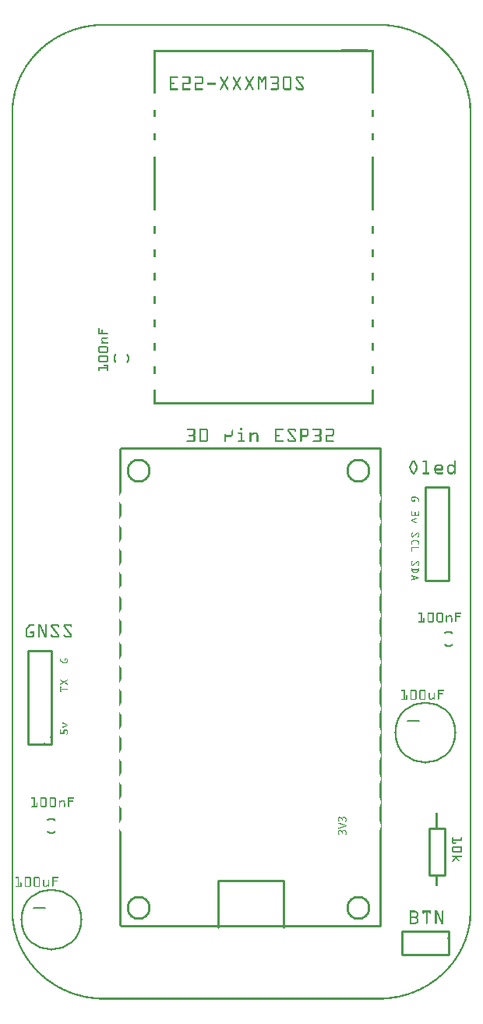
<source format=gto>
G04 MADE WITH FRITZING*
G04 WWW.FRITZING.ORG*
G04 DOUBLE SIDED*
G04 HOLES PLATED*
G04 CONTOUR ON CENTER OF CONTOUR VECTOR*
%ASAXBY*%
%FSLAX23Y23*%
%MOIN*%
%OFA0B0*%
%SFA1.0B1.0*%
%ADD10C,0.263906X0.247906*%
%ADD11C,0.103000X0.083*%
%ADD12R,0.112528X0.000000*%
%ADD13C,0.008000*%
%ADD14C,0.010000*%
%ADD15R,0.001000X0.001000*%
%LNSILK1*%
G90*
G70*
G54D10*
X1770Y1143D03*
X170Y343D03*
G54D11*
X542Y394D03*
X1483Y394D03*
X542Y2263D03*
X1483Y2263D03*
G54D12*
X1466Y4062D03*
G54D13*
X1745Y1193D02*
X1695Y1193D01*
D02*
X145Y393D02*
X95Y393D01*
G54D14*
D02*
X1853Y733D02*
X1853Y533D01*
D02*
X1853Y533D02*
X1787Y533D01*
D02*
X1787Y533D02*
X1787Y733D01*
D02*
X1787Y733D02*
X1853Y733D01*
D02*
X170Y1093D02*
X170Y1493D01*
D02*
X170Y1493D02*
X70Y1493D01*
D02*
X70Y1493D02*
X70Y1093D01*
D02*
X70Y1093D02*
X170Y1093D01*
D02*
X1770Y2193D02*
X1770Y1793D01*
D02*
X1770Y1793D02*
X1870Y1793D01*
D02*
X1870Y1793D02*
X1870Y2193D01*
D02*
X1870Y2193D02*
X1770Y2193D01*
D02*
X1870Y293D02*
X1670Y293D01*
D02*
X1670Y293D02*
X1670Y193D01*
D02*
X1670Y193D02*
X1870Y193D01*
D02*
X1870Y193D02*
X1870Y293D01*
D02*
X1578Y316D02*
X468Y316D01*
D02*
X882Y311D02*
X882Y511D01*
D02*
X1164Y311D02*
X1164Y511D01*
D02*
X882Y511D02*
X1162Y511D01*
D02*
X468Y2358D02*
X1578Y2358D01*
G54D15*
X376Y4173D02*
X1591Y4173D01*
X361Y4172D02*
X1606Y4172D01*
X351Y4171D02*
X1616Y4171D01*
X342Y4170D02*
X1625Y4170D01*
X335Y4169D02*
X1632Y4169D01*
X329Y4168D02*
X1638Y4168D01*
X323Y4167D02*
X1644Y4167D01*
X317Y4166D02*
X1650Y4166D01*
X313Y4165D02*
X375Y4165D01*
X1592Y4165D02*
X1654Y4165D01*
X308Y4164D02*
X360Y4164D01*
X1607Y4164D02*
X1659Y4164D01*
X303Y4163D02*
X350Y4163D01*
X1617Y4163D02*
X1664Y4163D01*
X299Y4162D02*
X342Y4162D01*
X1625Y4162D02*
X1668Y4162D01*
X295Y4161D02*
X334Y4161D01*
X1633Y4161D02*
X1672Y4161D01*
X291Y4160D02*
X328Y4160D01*
X1639Y4160D02*
X1676Y4160D01*
X287Y4159D02*
X322Y4159D01*
X1645Y4159D02*
X1680Y4159D01*
X284Y4158D02*
X317Y4158D01*
X1650Y4158D02*
X1683Y4158D01*
X280Y4157D02*
X312Y4157D01*
X1655Y4157D02*
X1687Y4157D01*
X277Y4156D02*
X307Y4156D01*
X1660Y4156D02*
X1690Y4156D01*
X274Y4155D02*
X303Y4155D01*
X1664Y4155D02*
X1693Y4155D01*
X271Y4154D02*
X299Y4154D01*
X1668Y4154D02*
X1696Y4154D01*
X268Y4153D02*
X295Y4153D01*
X1672Y4153D02*
X1699Y4153D01*
X265Y4152D02*
X291Y4152D01*
X1676Y4152D02*
X1702Y4152D01*
X262Y4151D02*
X287Y4151D01*
X1680Y4151D02*
X1705Y4151D01*
X259Y4150D02*
X284Y4150D01*
X1683Y4150D02*
X1708Y4150D01*
X256Y4149D02*
X280Y4149D01*
X1687Y4149D02*
X1711Y4149D01*
X253Y4148D02*
X277Y4148D01*
X1690Y4148D02*
X1714Y4148D01*
X251Y4147D02*
X274Y4147D01*
X1693Y4147D02*
X1716Y4147D01*
X248Y4146D02*
X271Y4146D01*
X1696Y4146D02*
X1719Y4146D01*
X245Y4145D02*
X268Y4145D01*
X1699Y4145D02*
X1722Y4145D01*
X243Y4144D02*
X264Y4144D01*
X1703Y4144D02*
X1724Y4144D01*
X240Y4143D02*
X261Y4143D01*
X1706Y4143D02*
X1727Y4143D01*
X238Y4142D02*
X259Y4142D01*
X1708Y4142D02*
X1729Y4142D01*
X236Y4141D02*
X256Y4141D01*
X1711Y4141D02*
X1731Y4141D01*
X233Y4140D02*
X253Y4140D01*
X1714Y4140D02*
X1734Y4140D01*
X231Y4139D02*
X251Y4139D01*
X1716Y4139D02*
X1736Y4139D01*
X229Y4138D02*
X248Y4138D01*
X1719Y4138D02*
X1738Y4138D01*
X226Y4137D02*
X245Y4137D01*
X1722Y4137D02*
X1741Y4137D01*
X224Y4136D02*
X243Y4136D01*
X1724Y4136D02*
X1743Y4136D01*
X222Y4135D02*
X241Y4135D01*
X1726Y4135D02*
X1745Y4135D01*
X220Y4134D02*
X238Y4134D01*
X1729Y4134D02*
X1747Y4134D01*
X218Y4133D02*
X236Y4133D01*
X1731Y4133D02*
X1749Y4133D01*
X216Y4132D02*
X234Y4132D01*
X1733Y4132D02*
X1751Y4132D01*
X214Y4131D02*
X231Y4131D01*
X1736Y4131D02*
X1753Y4131D01*
X212Y4130D02*
X229Y4130D01*
X1738Y4130D02*
X1755Y4130D01*
X210Y4129D02*
X227Y4129D01*
X1740Y4129D02*
X1757Y4129D01*
X208Y4128D02*
X225Y4128D01*
X1742Y4128D02*
X1759Y4128D01*
X206Y4127D02*
X223Y4127D01*
X1744Y4127D02*
X1761Y4127D01*
X204Y4126D02*
X221Y4126D01*
X1746Y4126D02*
X1763Y4126D01*
X202Y4125D02*
X219Y4125D01*
X1748Y4125D02*
X1765Y4125D01*
X200Y4124D02*
X217Y4124D01*
X1750Y4124D02*
X1767Y4124D01*
X199Y4123D02*
X215Y4123D01*
X1752Y4123D02*
X1768Y4123D01*
X197Y4122D02*
X212Y4122D01*
X1755Y4122D02*
X1770Y4122D01*
X195Y4121D02*
X210Y4121D01*
X1757Y4121D02*
X1772Y4121D01*
X193Y4120D02*
X209Y4120D01*
X1758Y4120D02*
X1774Y4120D01*
X191Y4119D02*
X207Y4119D01*
X1760Y4119D02*
X1776Y4119D01*
X190Y4118D02*
X205Y4118D01*
X1762Y4118D02*
X1777Y4118D01*
X188Y4117D02*
X203Y4117D01*
X1764Y4117D02*
X1779Y4117D01*
X186Y4116D02*
X201Y4116D01*
X1766Y4116D02*
X1781Y4116D01*
X185Y4115D02*
X199Y4115D01*
X1768Y4115D02*
X1782Y4115D01*
X183Y4114D02*
X198Y4114D01*
X1769Y4114D02*
X1784Y4114D01*
X182Y4113D02*
X196Y4113D01*
X1771Y4113D02*
X1785Y4113D01*
X180Y4112D02*
X194Y4112D01*
X1773Y4112D02*
X1787Y4112D01*
X178Y4111D02*
X192Y4111D01*
X1775Y4111D02*
X1789Y4111D01*
X177Y4110D02*
X191Y4110D01*
X1776Y4110D02*
X1790Y4110D01*
X175Y4109D02*
X189Y4109D01*
X1778Y4109D02*
X1792Y4109D01*
X173Y4108D02*
X187Y4108D01*
X1780Y4108D02*
X1794Y4108D01*
X172Y4107D02*
X186Y4107D01*
X1781Y4107D02*
X1795Y4107D01*
X171Y4106D02*
X184Y4106D01*
X1783Y4106D02*
X1796Y4106D01*
X169Y4105D02*
X183Y4105D01*
X1784Y4105D02*
X1798Y4105D01*
X168Y4104D02*
X181Y4104D01*
X1786Y4104D02*
X1799Y4104D01*
X166Y4103D02*
X179Y4103D01*
X1788Y4103D02*
X1801Y4103D01*
X165Y4102D02*
X178Y4102D01*
X1789Y4102D02*
X1802Y4102D01*
X163Y4101D02*
X176Y4101D01*
X1791Y4101D02*
X1804Y4101D01*
X162Y4100D02*
X175Y4100D01*
X1792Y4100D02*
X1805Y4100D01*
X160Y4099D02*
X173Y4099D01*
X1794Y4099D02*
X1807Y4099D01*
X159Y4098D02*
X172Y4098D01*
X1795Y4098D02*
X1808Y4098D01*
X157Y4097D02*
X170Y4097D01*
X1797Y4097D02*
X1810Y4097D01*
X156Y4096D02*
X169Y4096D01*
X1798Y4096D02*
X1811Y4096D01*
X155Y4095D02*
X167Y4095D01*
X1800Y4095D02*
X1812Y4095D01*
X153Y4094D02*
X166Y4094D01*
X1801Y4094D02*
X1814Y4094D01*
X152Y4093D02*
X165Y4093D01*
X1802Y4093D02*
X1815Y4093D01*
X151Y4092D02*
X163Y4092D01*
X1804Y4092D02*
X1816Y4092D01*
X149Y4091D02*
X162Y4091D01*
X1805Y4091D02*
X1818Y4091D01*
X148Y4090D02*
X160Y4090D01*
X1807Y4090D02*
X1819Y4090D01*
X147Y4089D02*
X159Y4089D01*
X1808Y4089D02*
X1820Y4089D01*
X145Y4088D02*
X158Y4088D01*
X1809Y4088D02*
X1822Y4088D01*
X144Y4087D02*
X156Y4087D01*
X1811Y4087D02*
X1823Y4087D01*
X143Y4086D02*
X155Y4086D01*
X1812Y4086D02*
X1824Y4086D01*
X142Y4085D02*
X154Y4085D01*
X1813Y4085D02*
X1825Y4085D01*
X141Y4084D02*
X152Y4084D01*
X1815Y4084D02*
X1826Y4084D01*
X139Y4083D02*
X151Y4083D01*
X1816Y4083D02*
X1828Y4083D01*
X138Y4082D02*
X150Y4082D01*
X1817Y4082D02*
X1829Y4082D01*
X137Y4081D02*
X148Y4081D01*
X1819Y4081D02*
X1830Y4081D01*
X136Y4080D02*
X147Y4080D01*
X1820Y4080D02*
X1831Y4080D01*
X134Y4079D02*
X146Y4079D01*
X1821Y4079D02*
X1833Y4079D01*
X133Y4078D02*
X145Y4078D01*
X1822Y4078D02*
X1834Y4078D01*
X132Y4077D02*
X144Y4077D01*
X1823Y4077D02*
X1835Y4077D01*
X131Y4076D02*
X142Y4076D01*
X1825Y4076D02*
X1836Y4076D01*
X130Y4075D02*
X141Y4075D01*
X1826Y4075D02*
X1837Y4075D01*
X129Y4074D02*
X140Y4074D01*
X1827Y4074D02*
X1838Y4074D01*
X127Y4073D02*
X139Y4073D01*
X1828Y4073D02*
X1840Y4073D01*
X126Y4072D02*
X138Y4072D01*
X1829Y4072D02*
X1841Y4072D01*
X125Y4071D02*
X136Y4071D01*
X1831Y4071D02*
X1842Y4071D01*
X124Y4070D02*
X135Y4070D01*
X1832Y4070D02*
X1843Y4070D01*
X123Y4069D02*
X134Y4069D01*
X1833Y4069D02*
X1844Y4069D01*
X122Y4068D02*
X133Y4068D01*
X1834Y4068D02*
X1845Y4068D01*
X121Y4067D02*
X132Y4067D01*
X1835Y4067D02*
X1846Y4067D01*
X120Y4066D02*
X131Y4066D01*
X1836Y4066D02*
X1847Y4066D01*
X119Y4065D02*
X130Y4065D01*
X1837Y4065D02*
X1848Y4065D01*
X118Y4064D02*
X128Y4064D01*
X1839Y4064D02*
X1849Y4064D01*
X116Y4063D02*
X127Y4063D01*
X1840Y4063D02*
X1851Y4063D01*
X115Y4062D02*
X126Y4062D01*
X606Y4062D02*
X1550Y4062D01*
X1841Y4062D02*
X1852Y4062D01*
X114Y4061D02*
X125Y4061D01*
X606Y4061D02*
X1550Y4061D01*
X1842Y4061D02*
X1853Y4061D01*
X113Y4060D02*
X124Y4060D01*
X606Y4060D02*
X1550Y4060D01*
X1843Y4060D02*
X1854Y4060D01*
X112Y4059D02*
X123Y4059D01*
X606Y4059D02*
X1550Y4059D01*
X1844Y4059D02*
X1855Y4059D01*
X111Y4058D02*
X122Y4058D01*
X606Y4058D02*
X1550Y4058D01*
X1845Y4058D02*
X1856Y4058D01*
X110Y4057D02*
X121Y4057D01*
X606Y4057D02*
X1550Y4057D01*
X1846Y4057D02*
X1857Y4057D01*
X109Y4056D02*
X120Y4056D01*
X606Y4056D02*
X1550Y4056D01*
X1847Y4056D02*
X1858Y4056D01*
X108Y4055D02*
X119Y4055D01*
X606Y4055D02*
X1550Y4055D01*
X1848Y4055D02*
X1859Y4055D01*
X107Y4054D02*
X118Y4054D01*
X606Y4054D02*
X1550Y4054D01*
X1849Y4054D02*
X1860Y4054D01*
X106Y4053D02*
X117Y4053D01*
X606Y4053D02*
X1550Y4053D01*
X1850Y4053D02*
X1861Y4053D01*
X105Y4052D02*
X116Y4052D01*
X606Y4052D02*
X616Y4052D01*
X1541Y4052D02*
X1550Y4052D01*
X1851Y4052D02*
X1862Y4052D01*
X104Y4051D02*
X115Y4051D01*
X606Y4051D02*
X615Y4051D01*
X1541Y4051D02*
X1550Y4051D01*
X1852Y4051D02*
X1863Y4051D01*
X103Y4050D02*
X114Y4050D01*
X606Y4050D02*
X615Y4050D01*
X1541Y4050D02*
X1550Y4050D01*
X1853Y4050D02*
X1864Y4050D01*
X103Y4049D02*
X113Y4049D01*
X606Y4049D02*
X615Y4049D01*
X1541Y4049D02*
X1550Y4049D01*
X1854Y4049D02*
X1864Y4049D01*
X102Y4048D02*
X112Y4048D01*
X606Y4048D02*
X615Y4048D01*
X1541Y4048D02*
X1550Y4048D01*
X1855Y4048D02*
X1865Y4048D01*
X101Y4047D02*
X111Y4047D01*
X606Y4047D02*
X615Y4047D01*
X1541Y4047D02*
X1550Y4047D01*
X1856Y4047D02*
X1866Y4047D01*
X100Y4046D02*
X110Y4046D01*
X606Y4046D02*
X615Y4046D01*
X1541Y4046D02*
X1550Y4046D01*
X1857Y4046D02*
X1867Y4046D01*
X99Y4045D02*
X109Y4045D01*
X606Y4045D02*
X615Y4045D01*
X1541Y4045D02*
X1550Y4045D01*
X1858Y4045D02*
X1868Y4045D01*
X98Y4044D02*
X108Y4044D01*
X606Y4044D02*
X615Y4044D01*
X1541Y4044D02*
X1550Y4044D01*
X1859Y4044D02*
X1869Y4044D01*
X97Y4043D02*
X107Y4043D01*
X606Y4043D02*
X615Y4043D01*
X1541Y4043D02*
X1550Y4043D01*
X1860Y4043D02*
X1870Y4043D01*
X96Y4042D02*
X106Y4042D01*
X606Y4042D02*
X615Y4042D01*
X1541Y4042D02*
X1550Y4042D01*
X1861Y4042D02*
X1871Y4042D01*
X95Y4041D02*
X105Y4041D01*
X606Y4041D02*
X615Y4041D01*
X1541Y4041D02*
X1550Y4041D01*
X1862Y4041D02*
X1872Y4041D01*
X94Y4040D02*
X104Y4040D01*
X606Y4040D02*
X615Y4040D01*
X1541Y4040D02*
X1550Y4040D01*
X1863Y4040D02*
X1873Y4040D01*
X93Y4039D02*
X103Y4039D01*
X606Y4039D02*
X615Y4039D01*
X1541Y4039D02*
X1550Y4039D01*
X1864Y4039D02*
X1874Y4039D01*
X93Y4038D02*
X102Y4038D01*
X606Y4038D02*
X615Y4038D01*
X1541Y4038D02*
X1550Y4038D01*
X1865Y4038D02*
X1874Y4038D01*
X92Y4037D02*
X101Y4037D01*
X606Y4037D02*
X615Y4037D01*
X1541Y4037D02*
X1550Y4037D01*
X1866Y4037D02*
X1875Y4037D01*
X91Y4036D02*
X101Y4036D01*
X606Y4036D02*
X615Y4036D01*
X1541Y4036D02*
X1550Y4036D01*
X1866Y4036D02*
X1876Y4036D01*
X90Y4035D02*
X100Y4035D01*
X606Y4035D02*
X615Y4035D01*
X1541Y4035D02*
X1550Y4035D01*
X1867Y4035D02*
X1877Y4035D01*
X89Y4034D02*
X99Y4034D01*
X606Y4034D02*
X615Y4034D01*
X1541Y4034D02*
X1550Y4034D01*
X1868Y4034D02*
X1878Y4034D01*
X88Y4033D02*
X98Y4033D01*
X606Y4033D02*
X615Y4033D01*
X1541Y4033D02*
X1550Y4033D01*
X1869Y4033D02*
X1879Y4033D01*
X87Y4032D02*
X97Y4032D01*
X606Y4032D02*
X615Y4032D01*
X1541Y4032D02*
X1550Y4032D01*
X1870Y4032D02*
X1880Y4032D01*
X87Y4031D02*
X96Y4031D01*
X606Y4031D02*
X615Y4031D01*
X1541Y4031D02*
X1550Y4031D01*
X1871Y4031D02*
X1880Y4031D01*
X86Y4030D02*
X95Y4030D01*
X606Y4030D02*
X615Y4030D01*
X1541Y4030D02*
X1550Y4030D01*
X1872Y4030D02*
X1881Y4030D01*
X85Y4029D02*
X94Y4029D01*
X606Y4029D02*
X615Y4029D01*
X1541Y4029D02*
X1550Y4029D01*
X1873Y4029D02*
X1882Y4029D01*
X84Y4028D02*
X93Y4028D01*
X606Y4028D02*
X615Y4028D01*
X1541Y4028D02*
X1550Y4028D01*
X1874Y4028D02*
X1883Y4028D01*
X83Y4027D02*
X93Y4027D01*
X606Y4027D02*
X615Y4027D01*
X1541Y4027D02*
X1550Y4027D01*
X1874Y4027D02*
X1884Y4027D01*
X83Y4026D02*
X92Y4026D01*
X606Y4026D02*
X615Y4026D01*
X1541Y4026D02*
X1550Y4026D01*
X1875Y4026D02*
X1884Y4026D01*
X82Y4025D02*
X91Y4025D01*
X606Y4025D02*
X615Y4025D01*
X1541Y4025D02*
X1550Y4025D01*
X1876Y4025D02*
X1885Y4025D01*
X81Y4024D02*
X90Y4024D01*
X606Y4024D02*
X615Y4024D01*
X1541Y4024D02*
X1550Y4024D01*
X1877Y4024D02*
X1886Y4024D01*
X80Y4023D02*
X89Y4023D01*
X606Y4023D02*
X615Y4023D01*
X1541Y4023D02*
X1550Y4023D01*
X1878Y4023D02*
X1887Y4023D01*
X79Y4022D02*
X89Y4022D01*
X606Y4022D02*
X615Y4022D01*
X1541Y4022D02*
X1550Y4022D01*
X1878Y4022D02*
X1888Y4022D01*
X78Y4021D02*
X88Y4021D01*
X606Y4021D02*
X615Y4021D01*
X1541Y4021D02*
X1550Y4021D01*
X1879Y4021D02*
X1889Y4021D01*
X78Y4020D02*
X87Y4020D01*
X606Y4020D02*
X615Y4020D01*
X1541Y4020D02*
X1550Y4020D01*
X1880Y4020D02*
X1889Y4020D01*
X77Y4019D02*
X86Y4019D01*
X606Y4019D02*
X615Y4019D01*
X1541Y4019D02*
X1550Y4019D01*
X1881Y4019D02*
X1890Y4019D01*
X76Y4018D02*
X85Y4018D01*
X606Y4018D02*
X615Y4018D01*
X1541Y4018D02*
X1550Y4018D01*
X1882Y4018D02*
X1891Y4018D01*
X75Y4017D02*
X84Y4017D01*
X606Y4017D02*
X615Y4017D01*
X1541Y4017D02*
X1550Y4017D01*
X1883Y4017D02*
X1891Y4017D01*
X75Y4016D02*
X84Y4016D01*
X606Y4016D02*
X615Y4016D01*
X1541Y4016D02*
X1550Y4016D01*
X1883Y4016D02*
X1892Y4016D01*
X74Y4015D02*
X83Y4015D01*
X606Y4015D02*
X615Y4015D01*
X1541Y4015D02*
X1550Y4015D01*
X1884Y4015D02*
X1893Y4015D01*
X73Y4014D02*
X82Y4014D01*
X606Y4014D02*
X615Y4014D01*
X1541Y4014D02*
X1550Y4014D01*
X1885Y4014D02*
X1894Y4014D01*
X73Y4013D02*
X81Y4013D01*
X606Y4013D02*
X615Y4013D01*
X1541Y4013D02*
X1550Y4013D01*
X1886Y4013D02*
X1894Y4013D01*
X72Y4012D02*
X81Y4012D01*
X606Y4012D02*
X615Y4012D01*
X1541Y4012D02*
X1550Y4012D01*
X1886Y4012D02*
X1895Y4012D01*
X71Y4011D02*
X80Y4011D01*
X606Y4011D02*
X615Y4011D01*
X1541Y4011D02*
X1550Y4011D01*
X1887Y4011D02*
X1896Y4011D01*
X70Y4010D02*
X79Y4010D01*
X606Y4010D02*
X615Y4010D01*
X1541Y4010D02*
X1550Y4010D01*
X1888Y4010D02*
X1897Y4010D01*
X70Y4009D02*
X78Y4009D01*
X606Y4009D02*
X615Y4009D01*
X1541Y4009D02*
X1550Y4009D01*
X1889Y4009D02*
X1897Y4009D01*
X69Y4008D02*
X78Y4008D01*
X606Y4008D02*
X615Y4008D01*
X1541Y4008D02*
X1550Y4008D01*
X1889Y4008D02*
X1898Y4008D01*
X68Y4007D02*
X77Y4007D01*
X606Y4007D02*
X615Y4007D01*
X1541Y4007D02*
X1550Y4007D01*
X1890Y4007D02*
X1899Y4007D01*
X67Y4006D02*
X76Y4006D01*
X606Y4006D02*
X615Y4006D01*
X1541Y4006D02*
X1550Y4006D01*
X1891Y4006D02*
X1900Y4006D01*
X67Y4005D02*
X75Y4005D01*
X606Y4005D02*
X615Y4005D01*
X1541Y4005D02*
X1550Y4005D01*
X1892Y4005D02*
X1900Y4005D01*
X66Y4004D02*
X75Y4004D01*
X606Y4004D02*
X615Y4004D01*
X1541Y4004D02*
X1550Y4004D01*
X1892Y4004D02*
X1901Y4004D01*
X65Y4003D02*
X74Y4003D01*
X606Y4003D02*
X615Y4003D01*
X1541Y4003D02*
X1550Y4003D01*
X1893Y4003D02*
X1902Y4003D01*
X65Y4002D02*
X73Y4002D01*
X606Y4002D02*
X615Y4002D01*
X1541Y4002D02*
X1550Y4002D01*
X1894Y4002D02*
X1902Y4002D01*
X64Y4001D02*
X73Y4001D01*
X606Y4001D02*
X615Y4001D01*
X1541Y4001D02*
X1550Y4001D01*
X1894Y4001D02*
X1903Y4001D01*
X63Y4000D02*
X72Y4000D01*
X606Y4000D02*
X615Y4000D01*
X1541Y4000D02*
X1550Y4000D01*
X1895Y4000D02*
X1904Y4000D01*
X63Y3999D02*
X71Y3999D01*
X606Y3999D02*
X615Y3999D01*
X1541Y3999D02*
X1550Y3999D01*
X1896Y3999D02*
X1904Y3999D01*
X62Y3998D02*
X71Y3998D01*
X606Y3998D02*
X615Y3998D01*
X1541Y3998D02*
X1550Y3998D01*
X1896Y3998D02*
X1905Y3998D01*
X61Y3997D02*
X70Y3997D01*
X606Y3997D02*
X615Y3997D01*
X1541Y3997D02*
X1550Y3997D01*
X1897Y3997D02*
X1906Y3997D01*
X61Y3996D02*
X69Y3996D01*
X606Y3996D02*
X615Y3996D01*
X1541Y3996D02*
X1550Y3996D01*
X1898Y3996D02*
X1906Y3996D01*
X60Y3995D02*
X69Y3995D01*
X606Y3995D02*
X615Y3995D01*
X1541Y3995D02*
X1550Y3995D01*
X1898Y3995D02*
X1907Y3995D01*
X59Y3994D02*
X68Y3994D01*
X606Y3994D02*
X615Y3994D01*
X1541Y3994D02*
X1550Y3994D01*
X1899Y3994D02*
X1908Y3994D01*
X59Y3993D02*
X67Y3993D01*
X606Y3993D02*
X615Y3993D01*
X1541Y3993D02*
X1550Y3993D01*
X1900Y3993D02*
X1908Y3993D01*
X58Y3992D02*
X66Y3992D01*
X606Y3992D02*
X615Y3992D01*
X1541Y3992D02*
X1550Y3992D01*
X1901Y3992D02*
X1909Y3992D01*
X57Y3991D02*
X66Y3991D01*
X606Y3991D02*
X615Y3991D01*
X1541Y3991D02*
X1550Y3991D01*
X1901Y3991D02*
X1910Y3991D01*
X57Y3990D02*
X65Y3990D01*
X606Y3990D02*
X615Y3990D01*
X1541Y3990D02*
X1550Y3990D01*
X1902Y3990D02*
X1910Y3990D01*
X56Y3989D02*
X64Y3989D01*
X606Y3989D02*
X615Y3989D01*
X1541Y3989D02*
X1550Y3989D01*
X1903Y3989D02*
X1911Y3989D01*
X56Y3988D02*
X64Y3988D01*
X606Y3988D02*
X615Y3988D01*
X1541Y3988D02*
X1550Y3988D01*
X1903Y3988D02*
X1911Y3988D01*
X55Y3987D02*
X63Y3987D01*
X606Y3987D02*
X615Y3987D01*
X1541Y3987D02*
X1550Y3987D01*
X1904Y3987D02*
X1912Y3987D01*
X54Y3986D02*
X63Y3986D01*
X606Y3986D02*
X615Y3986D01*
X1541Y3986D02*
X1550Y3986D01*
X1904Y3986D02*
X1913Y3986D01*
X54Y3985D02*
X62Y3985D01*
X606Y3985D02*
X615Y3985D01*
X1541Y3985D02*
X1550Y3985D01*
X1905Y3985D02*
X1913Y3985D01*
X53Y3984D02*
X61Y3984D01*
X606Y3984D02*
X615Y3984D01*
X1541Y3984D02*
X1550Y3984D01*
X1906Y3984D02*
X1914Y3984D01*
X53Y3983D02*
X61Y3983D01*
X606Y3983D02*
X615Y3983D01*
X1541Y3983D02*
X1550Y3983D01*
X1906Y3983D02*
X1914Y3983D01*
X52Y3982D02*
X60Y3982D01*
X606Y3982D02*
X615Y3982D01*
X1541Y3982D02*
X1550Y3982D01*
X1907Y3982D02*
X1915Y3982D01*
X51Y3981D02*
X60Y3981D01*
X606Y3981D02*
X615Y3981D01*
X1541Y3981D02*
X1550Y3981D01*
X1907Y3981D02*
X1916Y3981D01*
X51Y3980D02*
X59Y3980D01*
X606Y3980D02*
X615Y3980D01*
X1541Y3980D02*
X1550Y3980D01*
X1908Y3980D02*
X1916Y3980D01*
X50Y3979D02*
X58Y3979D01*
X606Y3979D02*
X615Y3979D01*
X1541Y3979D02*
X1550Y3979D01*
X1909Y3979D02*
X1917Y3979D01*
X50Y3978D02*
X58Y3978D01*
X606Y3978D02*
X615Y3978D01*
X1541Y3978D02*
X1550Y3978D01*
X1909Y3978D02*
X1917Y3978D01*
X49Y3977D02*
X57Y3977D01*
X606Y3977D02*
X615Y3977D01*
X1541Y3977D02*
X1550Y3977D01*
X1910Y3977D02*
X1918Y3977D01*
X48Y3976D02*
X57Y3976D01*
X606Y3976D02*
X615Y3976D01*
X1541Y3976D02*
X1550Y3976D01*
X1910Y3976D02*
X1919Y3976D01*
X48Y3975D02*
X56Y3975D01*
X606Y3975D02*
X615Y3975D01*
X1541Y3975D02*
X1550Y3975D01*
X1911Y3975D02*
X1919Y3975D01*
X47Y3974D02*
X55Y3974D01*
X606Y3974D02*
X615Y3974D01*
X1541Y3974D02*
X1550Y3974D01*
X1912Y3974D02*
X1920Y3974D01*
X47Y3973D02*
X55Y3973D01*
X606Y3973D02*
X615Y3973D01*
X1541Y3973D02*
X1550Y3973D01*
X1912Y3973D02*
X1920Y3973D01*
X46Y3972D02*
X54Y3972D01*
X606Y3972D02*
X615Y3972D01*
X1541Y3972D02*
X1550Y3972D01*
X1913Y3972D02*
X1921Y3972D01*
X46Y3971D02*
X54Y3971D01*
X606Y3971D02*
X615Y3971D01*
X1541Y3971D02*
X1550Y3971D01*
X1913Y3971D02*
X1921Y3971D01*
X45Y3970D02*
X53Y3970D01*
X606Y3970D02*
X615Y3970D01*
X1541Y3970D02*
X1550Y3970D01*
X1914Y3970D02*
X1922Y3970D01*
X45Y3969D02*
X52Y3969D01*
X606Y3969D02*
X615Y3969D01*
X1541Y3969D02*
X1550Y3969D01*
X1915Y3969D02*
X1922Y3969D01*
X44Y3968D02*
X52Y3968D01*
X606Y3968D02*
X615Y3968D01*
X1541Y3968D02*
X1550Y3968D01*
X1915Y3968D02*
X1923Y3968D01*
X43Y3967D02*
X51Y3967D01*
X606Y3967D02*
X615Y3967D01*
X1541Y3967D02*
X1550Y3967D01*
X1916Y3967D02*
X1924Y3967D01*
X43Y3966D02*
X51Y3966D01*
X606Y3966D02*
X615Y3966D01*
X1541Y3966D02*
X1550Y3966D01*
X1916Y3966D02*
X1924Y3966D01*
X42Y3965D02*
X50Y3965D01*
X606Y3965D02*
X615Y3965D01*
X1541Y3965D02*
X1550Y3965D01*
X1917Y3965D02*
X1925Y3965D01*
X42Y3964D02*
X50Y3964D01*
X606Y3964D02*
X615Y3964D01*
X1541Y3964D02*
X1550Y3964D01*
X1917Y3964D02*
X1925Y3964D01*
X41Y3963D02*
X49Y3963D01*
X606Y3963D02*
X615Y3963D01*
X1541Y3963D02*
X1550Y3963D01*
X1918Y3963D02*
X1926Y3963D01*
X41Y3962D02*
X49Y3962D01*
X606Y3962D02*
X615Y3962D01*
X1541Y3962D02*
X1550Y3962D01*
X1918Y3962D02*
X1926Y3962D01*
X40Y3961D02*
X48Y3961D01*
X606Y3961D02*
X615Y3961D01*
X1541Y3961D02*
X1550Y3961D01*
X1919Y3961D02*
X1927Y3961D01*
X40Y3960D02*
X48Y3960D01*
X606Y3960D02*
X615Y3960D01*
X1541Y3960D02*
X1550Y3960D01*
X1919Y3960D02*
X1927Y3960D01*
X39Y3959D02*
X47Y3959D01*
X606Y3959D02*
X615Y3959D01*
X1541Y3959D02*
X1550Y3959D01*
X1920Y3959D02*
X1928Y3959D01*
X39Y3958D02*
X47Y3958D01*
X606Y3958D02*
X615Y3958D01*
X1541Y3958D02*
X1550Y3958D01*
X1920Y3958D02*
X1928Y3958D01*
X38Y3957D02*
X46Y3957D01*
X606Y3957D02*
X615Y3957D01*
X1541Y3957D02*
X1550Y3957D01*
X1921Y3957D02*
X1929Y3957D01*
X38Y3956D02*
X45Y3956D01*
X606Y3956D02*
X615Y3956D01*
X1541Y3956D02*
X1550Y3956D01*
X1922Y3956D02*
X1929Y3956D01*
X37Y3955D02*
X45Y3955D01*
X606Y3955D02*
X615Y3955D01*
X1541Y3955D02*
X1550Y3955D01*
X1922Y3955D02*
X1930Y3955D01*
X37Y3954D02*
X44Y3954D01*
X606Y3954D02*
X615Y3954D01*
X1541Y3954D02*
X1550Y3954D01*
X1923Y3954D02*
X1930Y3954D01*
X36Y3953D02*
X44Y3953D01*
X606Y3953D02*
X615Y3953D01*
X1541Y3953D02*
X1550Y3953D01*
X1923Y3953D02*
X1931Y3953D01*
X36Y3952D02*
X44Y3952D01*
X606Y3952D02*
X615Y3952D01*
X1541Y3952D02*
X1550Y3952D01*
X1923Y3952D02*
X1931Y3952D01*
X35Y3951D02*
X43Y3951D01*
X606Y3951D02*
X615Y3951D01*
X1541Y3951D02*
X1550Y3951D01*
X1924Y3951D02*
X1932Y3951D01*
X35Y3950D02*
X43Y3950D01*
X606Y3950D02*
X615Y3950D01*
X1541Y3950D02*
X1550Y3950D01*
X1924Y3950D02*
X1932Y3950D01*
X34Y3949D02*
X42Y3949D01*
X606Y3949D02*
X615Y3949D01*
X676Y3949D02*
X709Y3949D01*
X732Y3949D02*
X760Y3949D01*
X786Y3949D02*
X814Y3949D01*
X894Y3949D02*
X895Y3949D01*
X924Y3949D02*
X925Y3949D01*
X948Y3949D02*
X949Y3949D01*
X978Y3949D02*
X979Y3949D01*
X1002Y3949D02*
X1003Y3949D01*
X1032Y3949D02*
X1033Y3949D01*
X1054Y3949D02*
X1062Y3949D01*
X1081Y3949D02*
X1089Y3949D01*
X1110Y3949D02*
X1138Y3949D01*
X1167Y3949D02*
X1192Y3949D01*
X1222Y3949D02*
X1243Y3949D01*
X1541Y3949D02*
X1550Y3949D01*
X1925Y3949D02*
X1933Y3949D01*
X34Y3948D02*
X42Y3948D01*
X606Y3948D02*
X615Y3948D01*
X676Y3948D02*
X711Y3948D01*
X731Y3948D02*
X762Y3948D01*
X785Y3948D02*
X816Y3948D01*
X893Y3948D02*
X897Y3948D01*
X922Y3948D02*
X927Y3948D01*
X947Y3948D02*
X951Y3948D01*
X976Y3948D02*
X981Y3948D01*
X1000Y3948D02*
X1005Y3948D01*
X1030Y3948D02*
X1035Y3948D01*
X1053Y3948D02*
X1063Y3948D01*
X1080Y3948D02*
X1090Y3948D01*
X1108Y3948D02*
X1140Y3948D01*
X1165Y3948D02*
X1194Y3948D01*
X1219Y3948D02*
X1246Y3948D01*
X1541Y3948D02*
X1550Y3948D01*
X1925Y3948D02*
X1933Y3948D01*
X34Y3947D02*
X41Y3947D01*
X606Y3947D02*
X615Y3947D01*
X676Y3947D02*
X712Y3947D01*
X730Y3947D02*
X764Y3947D01*
X784Y3947D02*
X817Y3947D01*
X892Y3947D02*
X898Y3947D01*
X921Y3947D02*
X927Y3947D01*
X946Y3947D02*
X952Y3947D01*
X975Y3947D02*
X981Y3947D01*
X1000Y3947D02*
X1006Y3947D01*
X1029Y3947D02*
X1035Y3947D01*
X1053Y3947D02*
X1063Y3947D01*
X1080Y3947D02*
X1090Y3947D01*
X1108Y3947D02*
X1141Y3947D01*
X1164Y3947D02*
X1195Y3947D01*
X1218Y3947D02*
X1248Y3947D01*
X1541Y3947D02*
X1550Y3947D01*
X1926Y3947D02*
X1933Y3947D01*
X33Y3946D02*
X41Y3946D01*
X606Y3946D02*
X615Y3946D01*
X676Y3946D02*
X712Y3946D01*
X730Y3946D02*
X764Y3946D01*
X784Y3946D02*
X818Y3946D01*
X892Y3946D02*
X898Y3946D01*
X921Y3946D02*
X928Y3946D01*
X946Y3946D02*
X952Y3946D01*
X975Y3946D02*
X982Y3946D01*
X999Y3946D02*
X1006Y3946D01*
X1029Y3946D02*
X1036Y3946D01*
X1053Y3946D02*
X1064Y3946D01*
X1079Y3946D02*
X1090Y3946D01*
X1107Y3946D02*
X1142Y3946D01*
X1163Y3946D02*
X1196Y3946D01*
X1217Y3946D02*
X1249Y3946D01*
X1541Y3946D02*
X1550Y3946D01*
X1926Y3946D02*
X1934Y3946D01*
X33Y3945D02*
X40Y3945D01*
X606Y3945D02*
X615Y3945D01*
X676Y3945D02*
X712Y3945D01*
X730Y3945D02*
X765Y3945D01*
X784Y3945D02*
X819Y3945D01*
X892Y3945D02*
X899Y3945D01*
X920Y3945D02*
X928Y3945D01*
X945Y3945D02*
X953Y3945D01*
X974Y3945D02*
X982Y3945D01*
X999Y3945D02*
X1007Y3945D01*
X1028Y3945D02*
X1036Y3945D01*
X1053Y3945D02*
X1065Y3945D01*
X1078Y3945D02*
X1090Y3945D01*
X1107Y3945D02*
X1143Y3945D01*
X1162Y3945D02*
X1197Y3945D01*
X1216Y3945D02*
X1250Y3945D01*
X1541Y3945D02*
X1550Y3945D01*
X1927Y3945D02*
X1934Y3945D01*
X32Y3944D02*
X40Y3944D01*
X606Y3944D02*
X615Y3944D01*
X676Y3944D02*
X712Y3944D01*
X730Y3944D02*
X765Y3944D01*
X784Y3944D02*
X819Y3944D01*
X892Y3944D02*
X899Y3944D01*
X920Y3944D02*
X927Y3944D01*
X946Y3944D02*
X953Y3944D01*
X974Y3944D02*
X981Y3944D01*
X1000Y3944D02*
X1007Y3944D01*
X1028Y3944D02*
X1035Y3944D01*
X1053Y3944D02*
X1065Y3944D01*
X1078Y3944D02*
X1090Y3944D01*
X1108Y3944D02*
X1143Y3944D01*
X1162Y3944D02*
X1197Y3944D01*
X1216Y3944D02*
X1250Y3944D01*
X1541Y3944D02*
X1550Y3944D01*
X1927Y3944D02*
X1935Y3944D01*
X32Y3943D02*
X39Y3943D01*
X606Y3943D02*
X615Y3943D01*
X676Y3943D02*
X711Y3943D01*
X731Y3943D02*
X766Y3943D01*
X784Y3943D02*
X820Y3943D01*
X892Y3943D02*
X900Y3943D01*
X919Y3943D02*
X927Y3943D01*
X946Y3943D02*
X954Y3943D01*
X973Y3943D02*
X981Y3943D01*
X1000Y3943D02*
X1008Y3943D01*
X1027Y3943D02*
X1035Y3943D01*
X1053Y3943D02*
X1066Y3943D01*
X1077Y3943D02*
X1090Y3943D01*
X1108Y3943D02*
X1144Y3943D01*
X1161Y3943D02*
X1197Y3943D01*
X1216Y3943D02*
X1251Y3943D01*
X1541Y3943D02*
X1550Y3943D01*
X1928Y3943D02*
X1935Y3943D01*
X31Y3942D02*
X39Y3942D01*
X606Y3942D02*
X615Y3942D01*
X676Y3942D02*
X710Y3942D01*
X732Y3942D02*
X766Y3942D01*
X786Y3942D02*
X820Y3942D01*
X893Y3942D02*
X901Y3942D01*
X919Y3942D02*
X926Y3942D01*
X947Y3942D02*
X955Y3942D01*
X973Y3942D02*
X980Y3942D01*
X1001Y3942D02*
X1009Y3942D01*
X1026Y3942D02*
X1034Y3942D01*
X1053Y3942D02*
X1067Y3942D01*
X1076Y3942D02*
X1090Y3942D01*
X1110Y3942D02*
X1144Y3942D01*
X1161Y3942D02*
X1198Y3942D01*
X1215Y3942D02*
X1251Y3942D01*
X1541Y3942D02*
X1550Y3942D01*
X1928Y3942D02*
X1936Y3942D01*
X31Y3941D02*
X38Y3941D01*
X606Y3941D02*
X615Y3941D01*
X676Y3941D02*
X682Y3941D01*
X759Y3941D02*
X766Y3941D01*
X813Y3941D02*
X820Y3941D01*
X893Y3941D02*
X901Y3941D01*
X918Y3941D02*
X926Y3941D01*
X947Y3941D02*
X955Y3941D01*
X972Y3941D02*
X980Y3941D01*
X1001Y3941D02*
X1009Y3941D01*
X1026Y3941D02*
X1034Y3941D01*
X1053Y3941D02*
X1068Y3941D01*
X1075Y3941D02*
X1090Y3941D01*
X1137Y3941D02*
X1144Y3941D01*
X1161Y3941D02*
X1168Y3941D01*
X1191Y3941D02*
X1198Y3941D01*
X1215Y3941D02*
X1222Y3941D01*
X1244Y3941D02*
X1251Y3941D01*
X1541Y3941D02*
X1550Y3941D01*
X1929Y3941D02*
X1936Y3941D01*
X30Y3940D02*
X38Y3940D01*
X606Y3940D02*
X615Y3940D01*
X676Y3940D02*
X682Y3940D01*
X759Y3940D02*
X766Y3940D01*
X813Y3940D02*
X820Y3940D01*
X894Y3940D02*
X902Y3940D01*
X917Y3940D02*
X925Y3940D01*
X948Y3940D02*
X956Y3940D01*
X971Y3940D02*
X979Y3940D01*
X1002Y3940D02*
X1010Y3940D01*
X1025Y3940D02*
X1033Y3940D01*
X1053Y3940D02*
X1068Y3940D01*
X1075Y3940D02*
X1090Y3940D01*
X1137Y3940D02*
X1144Y3940D01*
X1161Y3940D02*
X1168Y3940D01*
X1191Y3940D02*
X1198Y3940D01*
X1215Y3940D02*
X1222Y3940D01*
X1245Y3940D02*
X1252Y3940D01*
X1541Y3940D02*
X1550Y3940D01*
X1929Y3940D02*
X1937Y3940D01*
X30Y3939D02*
X37Y3939D01*
X606Y3939D02*
X615Y3939D01*
X676Y3939D02*
X682Y3939D01*
X759Y3939D02*
X766Y3939D01*
X813Y3939D02*
X820Y3939D01*
X895Y3939D02*
X902Y3939D01*
X917Y3939D02*
X925Y3939D01*
X949Y3939D02*
X956Y3939D01*
X971Y3939D02*
X979Y3939D01*
X1002Y3939D02*
X1010Y3939D01*
X1025Y3939D02*
X1033Y3939D01*
X1053Y3939D02*
X1069Y3939D01*
X1074Y3939D02*
X1090Y3939D01*
X1137Y3939D02*
X1144Y3939D01*
X1161Y3939D02*
X1168Y3939D01*
X1191Y3939D02*
X1198Y3939D01*
X1215Y3939D02*
X1223Y3939D01*
X1245Y3939D02*
X1252Y3939D01*
X1541Y3939D02*
X1550Y3939D01*
X1930Y3939D02*
X1937Y3939D01*
X30Y3938D02*
X37Y3938D01*
X606Y3938D02*
X615Y3938D01*
X676Y3938D02*
X682Y3938D01*
X759Y3938D02*
X766Y3938D01*
X813Y3938D02*
X820Y3938D01*
X895Y3938D02*
X903Y3938D01*
X916Y3938D02*
X924Y3938D01*
X949Y3938D02*
X957Y3938D01*
X970Y3938D02*
X978Y3938D01*
X1003Y3938D02*
X1011Y3938D01*
X1024Y3938D02*
X1032Y3938D01*
X1053Y3938D02*
X1070Y3938D01*
X1073Y3938D02*
X1090Y3938D01*
X1137Y3938D02*
X1144Y3938D01*
X1161Y3938D02*
X1168Y3938D01*
X1191Y3938D02*
X1198Y3938D01*
X1216Y3938D02*
X1224Y3938D01*
X1245Y3938D02*
X1251Y3938D01*
X1541Y3938D02*
X1550Y3938D01*
X1930Y3938D02*
X1937Y3938D01*
X29Y3937D02*
X37Y3937D01*
X606Y3937D02*
X615Y3937D01*
X676Y3937D02*
X682Y3937D01*
X759Y3937D02*
X766Y3937D01*
X813Y3937D02*
X820Y3937D01*
X896Y3937D02*
X904Y3937D01*
X916Y3937D02*
X923Y3937D01*
X950Y3937D02*
X958Y3937D01*
X970Y3937D02*
X977Y3937D01*
X1004Y3937D02*
X1012Y3937D01*
X1024Y3937D02*
X1031Y3937D01*
X1053Y3937D02*
X1060Y3937D01*
X1062Y3937D02*
X1070Y3937D01*
X1073Y3937D02*
X1081Y3937D01*
X1083Y3937D02*
X1090Y3937D01*
X1137Y3937D02*
X1144Y3937D01*
X1161Y3937D02*
X1168Y3937D01*
X1191Y3937D02*
X1198Y3937D01*
X1216Y3937D02*
X1224Y3937D01*
X1246Y3937D02*
X1251Y3937D01*
X1541Y3937D02*
X1550Y3937D01*
X1930Y3937D02*
X1938Y3937D01*
X29Y3936D02*
X36Y3936D01*
X606Y3936D02*
X615Y3936D01*
X676Y3936D02*
X682Y3936D01*
X759Y3936D02*
X766Y3936D01*
X813Y3936D02*
X820Y3936D01*
X896Y3936D02*
X904Y3936D01*
X915Y3936D02*
X923Y3936D01*
X950Y3936D02*
X958Y3936D01*
X969Y3936D02*
X977Y3936D01*
X1004Y3936D02*
X1012Y3936D01*
X1023Y3936D02*
X1031Y3936D01*
X1053Y3936D02*
X1060Y3936D01*
X1063Y3936D02*
X1080Y3936D01*
X1083Y3936D02*
X1090Y3936D01*
X1137Y3936D02*
X1144Y3936D01*
X1161Y3936D02*
X1168Y3936D01*
X1191Y3936D02*
X1198Y3936D01*
X1217Y3936D02*
X1225Y3936D01*
X1247Y3936D02*
X1250Y3936D01*
X1541Y3936D02*
X1550Y3936D01*
X1931Y3936D02*
X1938Y3936D01*
X28Y3935D02*
X36Y3935D01*
X606Y3935D02*
X615Y3935D01*
X676Y3935D02*
X682Y3935D01*
X759Y3935D02*
X766Y3935D01*
X813Y3935D02*
X820Y3935D01*
X897Y3935D02*
X905Y3935D01*
X914Y3935D02*
X922Y3935D01*
X951Y3935D02*
X959Y3935D01*
X968Y3935D02*
X976Y3935D01*
X1005Y3935D02*
X1013Y3935D01*
X1022Y3935D02*
X1030Y3935D01*
X1053Y3935D02*
X1060Y3935D01*
X1064Y3935D02*
X1079Y3935D01*
X1083Y3935D02*
X1090Y3935D01*
X1137Y3935D02*
X1144Y3935D01*
X1161Y3935D02*
X1168Y3935D01*
X1191Y3935D02*
X1198Y3935D01*
X1217Y3935D02*
X1226Y3935D01*
X1541Y3935D02*
X1550Y3935D01*
X1931Y3935D02*
X1939Y3935D01*
X28Y3934D02*
X35Y3934D01*
X606Y3934D02*
X615Y3934D01*
X676Y3934D02*
X682Y3934D01*
X759Y3934D02*
X766Y3934D01*
X813Y3934D02*
X820Y3934D01*
X897Y3934D02*
X905Y3934D01*
X914Y3934D02*
X922Y3934D01*
X951Y3934D02*
X959Y3934D01*
X968Y3934D02*
X976Y3934D01*
X1005Y3934D02*
X1013Y3934D01*
X1022Y3934D02*
X1030Y3934D01*
X1053Y3934D02*
X1060Y3934D01*
X1064Y3934D02*
X1079Y3934D01*
X1083Y3934D02*
X1090Y3934D01*
X1137Y3934D02*
X1144Y3934D01*
X1161Y3934D02*
X1168Y3934D01*
X1191Y3934D02*
X1198Y3934D01*
X1218Y3934D02*
X1227Y3934D01*
X1541Y3934D02*
X1550Y3934D01*
X1932Y3934D02*
X1939Y3934D01*
X27Y3933D02*
X35Y3933D01*
X606Y3933D02*
X615Y3933D01*
X676Y3933D02*
X682Y3933D01*
X759Y3933D02*
X766Y3933D01*
X813Y3933D02*
X820Y3933D01*
X898Y3933D02*
X906Y3933D01*
X913Y3933D02*
X921Y3933D01*
X952Y3933D02*
X960Y3933D01*
X967Y3933D02*
X975Y3933D01*
X1006Y3933D02*
X1014Y3933D01*
X1021Y3933D02*
X1029Y3933D01*
X1053Y3933D02*
X1060Y3933D01*
X1065Y3933D02*
X1078Y3933D01*
X1083Y3933D02*
X1090Y3933D01*
X1137Y3933D02*
X1144Y3933D01*
X1161Y3933D02*
X1168Y3933D01*
X1191Y3933D02*
X1198Y3933D01*
X1219Y3933D02*
X1228Y3933D01*
X1541Y3933D02*
X1550Y3933D01*
X1932Y3933D02*
X1940Y3933D01*
X27Y3932D02*
X35Y3932D01*
X606Y3932D02*
X615Y3932D01*
X676Y3932D02*
X682Y3932D01*
X759Y3932D02*
X766Y3932D01*
X813Y3932D02*
X820Y3932D01*
X899Y3932D02*
X907Y3932D01*
X913Y3932D02*
X921Y3932D01*
X953Y3932D02*
X960Y3932D01*
X967Y3932D02*
X974Y3932D01*
X1007Y3932D02*
X1014Y3932D01*
X1021Y3932D02*
X1028Y3932D01*
X1053Y3932D02*
X1060Y3932D01*
X1066Y3932D02*
X1077Y3932D01*
X1083Y3932D02*
X1090Y3932D01*
X1137Y3932D02*
X1144Y3932D01*
X1161Y3932D02*
X1168Y3932D01*
X1191Y3932D02*
X1198Y3932D01*
X1220Y3932D02*
X1228Y3932D01*
X1541Y3932D02*
X1550Y3932D01*
X1932Y3932D02*
X1940Y3932D01*
X27Y3931D02*
X34Y3931D01*
X606Y3931D02*
X615Y3931D01*
X676Y3931D02*
X682Y3931D01*
X759Y3931D02*
X766Y3931D01*
X813Y3931D02*
X820Y3931D01*
X899Y3931D02*
X907Y3931D01*
X912Y3931D02*
X920Y3931D01*
X953Y3931D02*
X961Y3931D01*
X966Y3931D02*
X974Y3931D01*
X1007Y3931D02*
X1015Y3931D01*
X1020Y3931D02*
X1028Y3931D01*
X1053Y3931D02*
X1060Y3931D01*
X1066Y3931D02*
X1077Y3931D01*
X1083Y3931D02*
X1090Y3931D01*
X1137Y3931D02*
X1144Y3931D01*
X1161Y3931D02*
X1168Y3931D01*
X1191Y3931D02*
X1198Y3931D01*
X1220Y3931D02*
X1229Y3931D01*
X1541Y3931D02*
X1550Y3931D01*
X1933Y3931D02*
X1940Y3931D01*
X26Y3930D02*
X34Y3930D01*
X606Y3930D02*
X615Y3930D01*
X676Y3930D02*
X682Y3930D01*
X759Y3930D02*
X766Y3930D01*
X813Y3930D02*
X820Y3930D01*
X900Y3930D02*
X908Y3930D01*
X912Y3930D02*
X919Y3930D01*
X954Y3930D02*
X962Y3930D01*
X966Y3930D02*
X973Y3930D01*
X1008Y3930D02*
X1016Y3930D01*
X1019Y3930D02*
X1027Y3930D01*
X1053Y3930D02*
X1060Y3930D01*
X1067Y3930D02*
X1076Y3930D01*
X1083Y3930D02*
X1090Y3930D01*
X1137Y3930D02*
X1144Y3930D01*
X1161Y3930D02*
X1168Y3930D01*
X1191Y3930D02*
X1198Y3930D01*
X1221Y3930D02*
X1230Y3930D01*
X1541Y3930D02*
X1550Y3930D01*
X1933Y3930D02*
X1941Y3930D01*
X26Y3929D02*
X33Y3929D01*
X606Y3929D02*
X615Y3929D01*
X676Y3929D02*
X682Y3929D01*
X759Y3929D02*
X766Y3929D01*
X813Y3929D02*
X820Y3929D01*
X900Y3929D02*
X908Y3929D01*
X911Y3929D02*
X919Y3929D01*
X954Y3929D02*
X962Y3929D01*
X965Y3929D02*
X973Y3929D01*
X1008Y3929D02*
X1016Y3929D01*
X1019Y3929D02*
X1027Y3929D01*
X1053Y3929D02*
X1060Y3929D01*
X1068Y3929D02*
X1075Y3929D01*
X1083Y3929D02*
X1090Y3929D01*
X1137Y3929D02*
X1144Y3929D01*
X1161Y3929D02*
X1168Y3929D01*
X1191Y3929D02*
X1198Y3929D01*
X1222Y3929D02*
X1231Y3929D01*
X1541Y3929D02*
X1550Y3929D01*
X1934Y3929D02*
X1941Y3929D01*
X25Y3928D02*
X33Y3928D01*
X606Y3928D02*
X615Y3928D01*
X676Y3928D02*
X682Y3928D01*
X759Y3928D02*
X766Y3928D01*
X813Y3928D02*
X820Y3928D01*
X901Y3928D02*
X918Y3928D01*
X955Y3928D02*
X972Y3928D01*
X1009Y3928D02*
X1026Y3928D01*
X1053Y3928D02*
X1060Y3928D01*
X1068Y3928D02*
X1075Y3928D01*
X1083Y3928D02*
X1090Y3928D01*
X1137Y3928D02*
X1144Y3928D01*
X1161Y3928D02*
X1168Y3928D01*
X1191Y3928D02*
X1198Y3928D01*
X1223Y3928D02*
X1231Y3928D01*
X1541Y3928D02*
X1550Y3928D01*
X1934Y3928D02*
X1942Y3928D01*
X25Y3927D02*
X32Y3927D01*
X606Y3927D02*
X615Y3927D01*
X676Y3927D02*
X682Y3927D01*
X759Y3927D02*
X766Y3927D01*
X813Y3927D02*
X820Y3927D01*
X902Y3927D02*
X918Y3927D01*
X956Y3927D02*
X972Y3927D01*
X1010Y3927D02*
X1026Y3927D01*
X1053Y3927D02*
X1060Y3927D01*
X1068Y3927D02*
X1075Y3927D01*
X1083Y3927D02*
X1090Y3927D01*
X1137Y3927D02*
X1144Y3927D01*
X1161Y3927D02*
X1168Y3927D01*
X1191Y3927D02*
X1198Y3927D01*
X1224Y3927D02*
X1232Y3927D01*
X1541Y3927D02*
X1550Y3927D01*
X1935Y3927D02*
X1942Y3927D01*
X25Y3926D02*
X32Y3926D01*
X606Y3926D02*
X615Y3926D01*
X676Y3926D02*
X682Y3926D01*
X759Y3926D02*
X766Y3926D01*
X813Y3926D02*
X820Y3926D01*
X902Y3926D02*
X917Y3926D01*
X956Y3926D02*
X971Y3926D01*
X1010Y3926D02*
X1025Y3926D01*
X1053Y3926D02*
X1060Y3926D01*
X1068Y3926D02*
X1075Y3926D01*
X1083Y3926D02*
X1090Y3926D01*
X1137Y3926D02*
X1144Y3926D01*
X1161Y3926D02*
X1168Y3926D01*
X1191Y3926D02*
X1198Y3926D01*
X1224Y3926D02*
X1233Y3926D01*
X1541Y3926D02*
X1550Y3926D01*
X1935Y3926D02*
X1942Y3926D01*
X24Y3925D02*
X32Y3925D01*
X606Y3925D02*
X615Y3925D01*
X676Y3925D02*
X682Y3925D01*
X759Y3925D02*
X766Y3925D01*
X813Y3925D02*
X820Y3925D01*
X903Y3925D02*
X916Y3925D01*
X957Y3925D02*
X970Y3925D01*
X1011Y3925D02*
X1024Y3925D01*
X1053Y3925D02*
X1060Y3925D01*
X1068Y3925D02*
X1074Y3925D01*
X1083Y3925D02*
X1090Y3925D01*
X1136Y3925D02*
X1143Y3925D01*
X1161Y3925D02*
X1168Y3925D01*
X1191Y3925D02*
X1198Y3925D01*
X1225Y3925D02*
X1234Y3925D01*
X1541Y3925D02*
X1550Y3925D01*
X1935Y3925D02*
X1943Y3925D01*
X24Y3924D02*
X31Y3924D01*
X606Y3924D02*
X615Y3924D01*
X676Y3924D02*
X682Y3924D01*
X759Y3924D02*
X766Y3924D01*
X813Y3924D02*
X820Y3924D01*
X903Y3924D02*
X916Y3924D01*
X957Y3924D02*
X970Y3924D01*
X1011Y3924D02*
X1024Y3924D01*
X1053Y3924D02*
X1060Y3924D01*
X1069Y3924D02*
X1074Y3924D01*
X1083Y3924D02*
X1090Y3924D01*
X1134Y3924D02*
X1143Y3924D01*
X1161Y3924D02*
X1168Y3924D01*
X1191Y3924D02*
X1198Y3924D01*
X1226Y3924D02*
X1235Y3924D01*
X1541Y3924D02*
X1550Y3924D01*
X1936Y3924D02*
X1943Y3924D01*
X23Y3923D02*
X31Y3923D01*
X606Y3923D02*
X615Y3923D01*
X676Y3923D02*
X695Y3923D01*
X734Y3923D02*
X766Y3923D01*
X788Y3923D02*
X820Y3923D01*
X839Y3923D02*
X872Y3923D01*
X904Y3923D02*
X915Y3923D01*
X958Y3923D02*
X969Y3923D01*
X1012Y3923D02*
X1023Y3923D01*
X1053Y3923D02*
X1060Y3923D01*
X1070Y3923D02*
X1073Y3923D01*
X1083Y3923D02*
X1090Y3923D01*
X1116Y3923D02*
X1143Y3923D01*
X1161Y3923D02*
X1168Y3923D01*
X1191Y3923D02*
X1198Y3923D01*
X1227Y3923D02*
X1235Y3923D01*
X1541Y3923D02*
X1550Y3923D01*
X1936Y3923D02*
X1944Y3923D01*
X23Y3922D02*
X30Y3922D01*
X606Y3922D02*
X615Y3922D01*
X676Y3922D02*
X696Y3922D01*
X732Y3922D02*
X766Y3922D01*
X786Y3922D02*
X820Y3922D01*
X838Y3922D02*
X873Y3922D01*
X905Y3922D02*
X915Y3922D01*
X958Y3922D02*
X969Y3922D01*
X1012Y3922D02*
X1023Y3922D01*
X1053Y3922D02*
X1060Y3922D01*
X1083Y3922D02*
X1090Y3922D01*
X1115Y3922D02*
X1142Y3922D01*
X1161Y3922D02*
X1168Y3922D01*
X1191Y3922D02*
X1198Y3922D01*
X1227Y3922D02*
X1236Y3922D01*
X1541Y3922D02*
X1550Y3922D01*
X1937Y3922D02*
X1944Y3922D01*
X23Y3921D02*
X30Y3921D01*
X606Y3921D02*
X615Y3921D01*
X676Y3921D02*
X697Y3921D01*
X731Y3921D02*
X765Y3921D01*
X785Y3921D02*
X819Y3921D01*
X838Y3921D02*
X874Y3921D01*
X905Y3921D02*
X914Y3921D01*
X959Y3921D02*
X968Y3921D01*
X1013Y3921D02*
X1022Y3921D01*
X1053Y3921D02*
X1060Y3921D01*
X1083Y3921D02*
X1090Y3921D01*
X1115Y3921D02*
X1141Y3921D01*
X1161Y3921D02*
X1168Y3921D01*
X1191Y3921D02*
X1198Y3921D01*
X1228Y3921D02*
X1237Y3921D01*
X1541Y3921D02*
X1550Y3921D01*
X1937Y3921D02*
X1944Y3921D01*
X22Y3920D02*
X30Y3920D01*
X606Y3920D02*
X615Y3920D01*
X676Y3920D02*
X697Y3920D01*
X731Y3920D02*
X765Y3920D01*
X785Y3920D02*
X819Y3920D01*
X838Y3920D02*
X874Y3920D01*
X906Y3920D02*
X914Y3920D01*
X960Y3920D02*
X968Y3920D01*
X1013Y3920D02*
X1022Y3920D01*
X1053Y3920D02*
X1060Y3920D01*
X1083Y3920D02*
X1090Y3920D01*
X1115Y3920D02*
X1141Y3920D01*
X1161Y3920D02*
X1168Y3920D01*
X1191Y3920D02*
X1198Y3920D01*
X1229Y3920D02*
X1238Y3920D01*
X1541Y3920D02*
X1550Y3920D01*
X1937Y3920D02*
X1945Y3920D01*
X22Y3919D02*
X29Y3919D01*
X606Y3919D02*
X615Y3919D01*
X676Y3919D02*
X697Y3919D01*
X730Y3919D02*
X764Y3919D01*
X784Y3919D02*
X818Y3919D01*
X837Y3919D02*
X874Y3919D01*
X905Y3919D02*
X914Y3919D01*
X959Y3919D02*
X968Y3919D01*
X1013Y3919D02*
X1022Y3919D01*
X1053Y3919D02*
X1060Y3919D01*
X1083Y3919D02*
X1090Y3919D01*
X1115Y3919D02*
X1141Y3919D01*
X1161Y3919D02*
X1168Y3919D01*
X1191Y3919D02*
X1198Y3919D01*
X1230Y3919D02*
X1238Y3919D01*
X1541Y3919D02*
X1550Y3919D01*
X1938Y3919D02*
X1945Y3919D01*
X22Y3918D02*
X29Y3918D01*
X606Y3918D02*
X615Y3918D01*
X676Y3918D02*
X696Y3918D01*
X730Y3918D02*
X763Y3918D01*
X784Y3918D02*
X817Y3918D01*
X837Y3918D02*
X874Y3918D01*
X905Y3918D02*
X915Y3918D01*
X959Y3918D02*
X969Y3918D01*
X1012Y3918D02*
X1023Y3918D01*
X1053Y3918D02*
X1060Y3918D01*
X1083Y3918D02*
X1090Y3918D01*
X1115Y3918D02*
X1142Y3918D01*
X1161Y3918D02*
X1168Y3918D01*
X1191Y3918D02*
X1198Y3918D01*
X1231Y3918D02*
X1239Y3918D01*
X1541Y3918D02*
X1550Y3918D01*
X1938Y3918D02*
X1945Y3918D01*
X21Y3917D02*
X29Y3917D01*
X606Y3917D02*
X615Y3917D01*
X676Y3917D02*
X695Y3917D01*
X730Y3917D02*
X762Y3917D01*
X784Y3917D02*
X816Y3917D01*
X837Y3917D02*
X874Y3917D01*
X904Y3917D02*
X915Y3917D01*
X958Y3917D02*
X969Y3917D01*
X1012Y3917D02*
X1023Y3917D01*
X1053Y3917D02*
X1060Y3917D01*
X1083Y3917D02*
X1090Y3917D01*
X1116Y3917D02*
X1143Y3917D01*
X1161Y3917D02*
X1168Y3917D01*
X1191Y3917D02*
X1198Y3917D01*
X1231Y3917D02*
X1240Y3917D01*
X1541Y3917D02*
X1550Y3917D01*
X1938Y3917D02*
X1946Y3917D01*
X21Y3916D02*
X28Y3916D01*
X606Y3916D02*
X615Y3916D01*
X676Y3916D02*
X682Y3916D01*
X730Y3916D02*
X736Y3916D01*
X784Y3916D02*
X790Y3916D01*
X838Y3916D02*
X874Y3916D01*
X903Y3916D02*
X916Y3916D01*
X957Y3916D02*
X970Y3916D01*
X1011Y3916D02*
X1024Y3916D01*
X1053Y3916D02*
X1060Y3916D01*
X1083Y3916D02*
X1090Y3916D01*
X1134Y3916D02*
X1143Y3916D01*
X1161Y3916D02*
X1168Y3916D01*
X1191Y3916D02*
X1198Y3916D01*
X1232Y3916D02*
X1241Y3916D01*
X1541Y3916D02*
X1550Y3916D01*
X1939Y3916D02*
X1946Y3916D01*
X21Y3915D02*
X28Y3915D01*
X606Y3915D02*
X615Y3915D01*
X676Y3915D02*
X682Y3915D01*
X730Y3915D02*
X736Y3915D01*
X784Y3915D02*
X790Y3915D01*
X838Y3915D02*
X873Y3915D01*
X903Y3915D02*
X916Y3915D01*
X957Y3915D02*
X970Y3915D01*
X1011Y3915D02*
X1024Y3915D01*
X1053Y3915D02*
X1060Y3915D01*
X1083Y3915D02*
X1090Y3915D01*
X1136Y3915D02*
X1143Y3915D01*
X1161Y3915D02*
X1168Y3915D01*
X1191Y3915D02*
X1198Y3915D01*
X1233Y3915D02*
X1242Y3915D01*
X1541Y3915D02*
X1550Y3915D01*
X1939Y3915D02*
X1946Y3915D01*
X20Y3914D02*
X28Y3914D01*
X606Y3914D02*
X615Y3914D01*
X676Y3914D02*
X682Y3914D01*
X730Y3914D02*
X736Y3914D01*
X784Y3914D02*
X790Y3914D01*
X839Y3914D02*
X872Y3914D01*
X902Y3914D02*
X917Y3914D01*
X956Y3914D02*
X971Y3914D01*
X1010Y3914D02*
X1025Y3914D01*
X1053Y3914D02*
X1060Y3914D01*
X1083Y3914D02*
X1090Y3914D01*
X1137Y3914D02*
X1144Y3914D01*
X1161Y3914D02*
X1168Y3914D01*
X1191Y3914D02*
X1198Y3914D01*
X1234Y3914D02*
X1242Y3914D01*
X1541Y3914D02*
X1550Y3914D01*
X1939Y3914D02*
X1947Y3914D01*
X20Y3913D02*
X27Y3913D01*
X606Y3913D02*
X615Y3913D01*
X676Y3913D02*
X682Y3913D01*
X730Y3913D02*
X736Y3913D01*
X784Y3913D02*
X790Y3913D01*
X902Y3913D02*
X918Y3913D01*
X956Y3913D02*
X972Y3913D01*
X1010Y3913D02*
X1025Y3913D01*
X1053Y3913D02*
X1060Y3913D01*
X1083Y3913D02*
X1090Y3913D01*
X1137Y3913D02*
X1144Y3913D01*
X1161Y3913D02*
X1168Y3913D01*
X1191Y3913D02*
X1198Y3913D01*
X1234Y3913D02*
X1243Y3913D01*
X1541Y3913D02*
X1550Y3913D01*
X1940Y3913D02*
X1947Y3913D01*
X20Y3912D02*
X27Y3912D01*
X606Y3912D02*
X615Y3912D01*
X676Y3912D02*
X682Y3912D01*
X730Y3912D02*
X736Y3912D01*
X784Y3912D02*
X790Y3912D01*
X901Y3912D02*
X918Y3912D01*
X955Y3912D02*
X972Y3912D01*
X1009Y3912D02*
X1026Y3912D01*
X1053Y3912D02*
X1060Y3912D01*
X1083Y3912D02*
X1090Y3912D01*
X1137Y3912D02*
X1144Y3912D01*
X1161Y3912D02*
X1168Y3912D01*
X1191Y3912D02*
X1198Y3912D01*
X1235Y3912D02*
X1244Y3912D01*
X1541Y3912D02*
X1550Y3912D01*
X1940Y3912D02*
X1947Y3912D01*
X19Y3911D02*
X27Y3911D01*
X606Y3911D02*
X615Y3911D01*
X676Y3911D02*
X682Y3911D01*
X730Y3911D02*
X736Y3911D01*
X784Y3911D02*
X790Y3911D01*
X900Y3911D02*
X908Y3911D01*
X911Y3911D02*
X919Y3911D01*
X954Y3911D02*
X962Y3911D01*
X965Y3911D02*
X973Y3911D01*
X1008Y3911D02*
X1016Y3911D01*
X1019Y3911D02*
X1027Y3911D01*
X1053Y3911D02*
X1060Y3911D01*
X1083Y3911D02*
X1090Y3911D01*
X1137Y3911D02*
X1144Y3911D01*
X1161Y3911D02*
X1168Y3911D01*
X1191Y3911D02*
X1198Y3911D01*
X1236Y3911D02*
X1245Y3911D01*
X1541Y3911D02*
X1550Y3911D01*
X1940Y3911D02*
X1948Y3911D01*
X19Y3910D02*
X26Y3910D01*
X606Y3910D02*
X615Y3910D01*
X676Y3910D02*
X682Y3910D01*
X730Y3910D02*
X736Y3910D01*
X784Y3910D02*
X790Y3910D01*
X900Y3910D02*
X908Y3910D01*
X912Y3910D02*
X919Y3910D01*
X954Y3910D02*
X962Y3910D01*
X966Y3910D02*
X973Y3910D01*
X1008Y3910D02*
X1016Y3910D01*
X1019Y3910D02*
X1027Y3910D01*
X1053Y3910D02*
X1060Y3910D01*
X1083Y3910D02*
X1090Y3910D01*
X1137Y3910D02*
X1144Y3910D01*
X1161Y3910D02*
X1168Y3910D01*
X1191Y3910D02*
X1198Y3910D01*
X1237Y3910D02*
X1245Y3910D01*
X1541Y3910D02*
X1550Y3910D01*
X1941Y3910D02*
X1948Y3910D01*
X18Y3909D02*
X26Y3909D01*
X606Y3909D02*
X615Y3909D01*
X676Y3909D02*
X682Y3909D01*
X730Y3909D02*
X736Y3909D01*
X784Y3909D02*
X790Y3909D01*
X899Y3909D02*
X907Y3909D01*
X912Y3909D02*
X920Y3909D01*
X953Y3909D02*
X961Y3909D01*
X966Y3909D02*
X974Y3909D01*
X1007Y3909D02*
X1015Y3909D01*
X1020Y3909D02*
X1028Y3909D01*
X1053Y3909D02*
X1060Y3909D01*
X1083Y3909D02*
X1090Y3909D01*
X1137Y3909D02*
X1144Y3909D01*
X1161Y3909D02*
X1168Y3909D01*
X1191Y3909D02*
X1198Y3909D01*
X1238Y3909D02*
X1246Y3909D01*
X1541Y3909D02*
X1550Y3909D01*
X1941Y3909D02*
X1949Y3909D01*
X18Y3908D02*
X25Y3908D01*
X606Y3908D02*
X615Y3908D01*
X676Y3908D02*
X682Y3908D01*
X730Y3908D02*
X736Y3908D01*
X784Y3908D02*
X790Y3908D01*
X899Y3908D02*
X907Y3908D01*
X913Y3908D02*
X920Y3908D01*
X953Y3908D02*
X960Y3908D01*
X967Y3908D02*
X974Y3908D01*
X1007Y3908D02*
X1014Y3908D01*
X1021Y3908D02*
X1028Y3908D01*
X1053Y3908D02*
X1060Y3908D01*
X1083Y3908D02*
X1090Y3908D01*
X1137Y3908D02*
X1144Y3908D01*
X1161Y3908D02*
X1168Y3908D01*
X1191Y3908D02*
X1198Y3908D01*
X1238Y3908D02*
X1247Y3908D01*
X1541Y3908D02*
X1550Y3908D01*
X1942Y3908D02*
X1949Y3908D01*
X18Y3907D02*
X25Y3907D01*
X606Y3907D02*
X615Y3907D01*
X676Y3907D02*
X682Y3907D01*
X730Y3907D02*
X736Y3907D01*
X784Y3907D02*
X790Y3907D01*
X898Y3907D02*
X906Y3907D01*
X913Y3907D02*
X921Y3907D01*
X952Y3907D02*
X960Y3907D01*
X967Y3907D02*
X975Y3907D01*
X1006Y3907D02*
X1014Y3907D01*
X1021Y3907D02*
X1029Y3907D01*
X1053Y3907D02*
X1060Y3907D01*
X1083Y3907D02*
X1090Y3907D01*
X1137Y3907D02*
X1144Y3907D01*
X1161Y3907D02*
X1168Y3907D01*
X1191Y3907D02*
X1198Y3907D01*
X1239Y3907D02*
X1248Y3907D01*
X1541Y3907D02*
X1550Y3907D01*
X1942Y3907D02*
X1949Y3907D01*
X17Y3906D02*
X25Y3906D01*
X606Y3906D02*
X615Y3906D01*
X676Y3906D02*
X682Y3906D01*
X730Y3906D02*
X736Y3906D01*
X784Y3906D02*
X790Y3906D01*
X898Y3906D02*
X905Y3906D01*
X914Y3906D02*
X922Y3906D01*
X951Y3906D02*
X959Y3906D01*
X968Y3906D02*
X976Y3906D01*
X1005Y3906D02*
X1013Y3906D01*
X1022Y3906D02*
X1030Y3906D01*
X1053Y3906D02*
X1060Y3906D01*
X1083Y3906D02*
X1090Y3906D01*
X1137Y3906D02*
X1144Y3906D01*
X1161Y3906D02*
X1168Y3906D01*
X1191Y3906D02*
X1198Y3906D01*
X1240Y3906D02*
X1249Y3906D01*
X1541Y3906D02*
X1550Y3906D01*
X1942Y3906D02*
X1950Y3906D01*
X17Y3905D02*
X24Y3905D01*
X606Y3905D02*
X615Y3905D01*
X676Y3905D02*
X682Y3905D01*
X730Y3905D02*
X736Y3905D01*
X784Y3905D02*
X790Y3905D01*
X897Y3905D02*
X905Y3905D01*
X914Y3905D02*
X922Y3905D01*
X951Y3905D02*
X959Y3905D01*
X968Y3905D02*
X976Y3905D01*
X1005Y3905D02*
X1013Y3905D01*
X1022Y3905D02*
X1030Y3905D01*
X1053Y3905D02*
X1060Y3905D01*
X1083Y3905D02*
X1090Y3905D01*
X1137Y3905D02*
X1144Y3905D01*
X1161Y3905D02*
X1168Y3905D01*
X1191Y3905D02*
X1198Y3905D01*
X1241Y3905D02*
X1249Y3905D01*
X1541Y3905D02*
X1550Y3905D01*
X1943Y3905D02*
X1950Y3905D01*
X17Y3904D02*
X24Y3904D01*
X606Y3904D02*
X615Y3904D01*
X676Y3904D02*
X682Y3904D01*
X730Y3904D02*
X736Y3904D01*
X784Y3904D02*
X790Y3904D01*
X896Y3904D02*
X904Y3904D01*
X915Y3904D02*
X923Y3904D01*
X950Y3904D02*
X958Y3904D01*
X969Y3904D02*
X977Y3904D01*
X1004Y3904D02*
X1012Y3904D01*
X1023Y3904D02*
X1031Y3904D01*
X1053Y3904D02*
X1060Y3904D01*
X1083Y3904D02*
X1090Y3904D01*
X1137Y3904D02*
X1144Y3904D01*
X1161Y3904D02*
X1168Y3904D01*
X1191Y3904D02*
X1198Y3904D01*
X1217Y3904D02*
X1220Y3904D01*
X1241Y3904D02*
X1250Y3904D01*
X1541Y3904D02*
X1550Y3904D01*
X1943Y3904D02*
X1950Y3904D01*
X17Y3903D02*
X24Y3903D01*
X606Y3903D02*
X615Y3903D01*
X676Y3903D02*
X682Y3903D01*
X730Y3903D02*
X736Y3903D01*
X784Y3903D02*
X790Y3903D01*
X896Y3903D02*
X904Y3903D01*
X916Y3903D02*
X923Y3903D01*
X950Y3903D02*
X958Y3903D01*
X970Y3903D02*
X977Y3903D01*
X1004Y3903D02*
X1012Y3903D01*
X1024Y3903D02*
X1031Y3903D01*
X1053Y3903D02*
X1060Y3903D01*
X1083Y3903D02*
X1090Y3903D01*
X1137Y3903D02*
X1144Y3903D01*
X1161Y3903D02*
X1168Y3903D01*
X1191Y3903D02*
X1198Y3903D01*
X1216Y3903D02*
X1221Y3903D01*
X1242Y3903D02*
X1251Y3903D01*
X1541Y3903D02*
X1550Y3903D01*
X1943Y3903D02*
X1950Y3903D01*
X16Y3902D02*
X23Y3902D01*
X606Y3902D02*
X615Y3902D01*
X676Y3902D02*
X682Y3902D01*
X730Y3902D02*
X736Y3902D01*
X784Y3902D02*
X790Y3902D01*
X895Y3902D02*
X903Y3902D01*
X916Y3902D02*
X924Y3902D01*
X949Y3902D02*
X957Y3902D01*
X970Y3902D02*
X978Y3902D01*
X1003Y3902D02*
X1011Y3902D01*
X1024Y3902D02*
X1032Y3902D01*
X1053Y3902D02*
X1060Y3902D01*
X1083Y3902D02*
X1090Y3902D01*
X1137Y3902D02*
X1144Y3902D01*
X1161Y3902D02*
X1168Y3902D01*
X1191Y3902D02*
X1198Y3902D01*
X1215Y3902D02*
X1222Y3902D01*
X1243Y3902D02*
X1251Y3902D01*
X1541Y3902D02*
X1550Y3902D01*
X1944Y3902D02*
X1951Y3902D01*
X16Y3901D02*
X23Y3901D01*
X606Y3901D02*
X615Y3901D01*
X676Y3901D02*
X682Y3901D01*
X730Y3901D02*
X736Y3901D01*
X784Y3901D02*
X790Y3901D01*
X895Y3901D02*
X902Y3901D01*
X917Y3901D02*
X925Y3901D01*
X949Y3901D02*
X956Y3901D01*
X971Y3901D02*
X979Y3901D01*
X1003Y3901D02*
X1010Y3901D01*
X1025Y3901D02*
X1033Y3901D01*
X1053Y3901D02*
X1060Y3901D01*
X1083Y3901D02*
X1090Y3901D01*
X1137Y3901D02*
X1144Y3901D01*
X1161Y3901D02*
X1168Y3901D01*
X1191Y3901D02*
X1198Y3901D01*
X1215Y3901D02*
X1222Y3901D01*
X1244Y3901D02*
X1251Y3901D01*
X1541Y3901D02*
X1550Y3901D01*
X1944Y3901D02*
X1951Y3901D01*
X16Y3900D02*
X23Y3900D01*
X606Y3900D02*
X615Y3900D01*
X676Y3900D02*
X682Y3900D01*
X730Y3900D02*
X736Y3900D01*
X784Y3900D02*
X790Y3900D01*
X894Y3900D02*
X902Y3900D01*
X917Y3900D02*
X925Y3900D01*
X948Y3900D02*
X956Y3900D01*
X971Y3900D02*
X979Y3900D01*
X1002Y3900D02*
X1010Y3900D01*
X1025Y3900D02*
X1033Y3900D01*
X1053Y3900D02*
X1060Y3900D01*
X1083Y3900D02*
X1090Y3900D01*
X1137Y3900D02*
X1144Y3900D01*
X1161Y3900D02*
X1168Y3900D01*
X1191Y3900D02*
X1198Y3900D01*
X1215Y3900D02*
X1222Y3900D01*
X1244Y3900D02*
X1252Y3900D01*
X1541Y3900D02*
X1550Y3900D01*
X1944Y3900D02*
X1951Y3900D01*
X15Y3899D02*
X23Y3899D01*
X606Y3899D02*
X615Y3899D01*
X676Y3899D02*
X682Y3899D01*
X730Y3899D02*
X736Y3899D01*
X784Y3899D02*
X790Y3899D01*
X893Y3899D02*
X901Y3899D01*
X918Y3899D02*
X926Y3899D01*
X947Y3899D02*
X955Y3899D01*
X972Y3899D02*
X980Y3899D01*
X1001Y3899D02*
X1009Y3899D01*
X1026Y3899D02*
X1034Y3899D01*
X1053Y3899D02*
X1060Y3899D01*
X1083Y3899D02*
X1090Y3899D01*
X1137Y3899D02*
X1144Y3899D01*
X1161Y3899D02*
X1168Y3899D01*
X1191Y3899D02*
X1198Y3899D01*
X1215Y3899D02*
X1223Y3899D01*
X1245Y3899D02*
X1252Y3899D01*
X1541Y3899D02*
X1550Y3899D01*
X1944Y3899D02*
X1952Y3899D01*
X15Y3898D02*
X22Y3898D01*
X606Y3898D02*
X615Y3898D01*
X676Y3898D02*
X709Y3898D01*
X730Y3898D02*
X763Y3898D01*
X784Y3898D02*
X817Y3898D01*
X893Y3898D02*
X901Y3898D01*
X919Y3898D02*
X926Y3898D01*
X947Y3898D02*
X955Y3898D01*
X973Y3898D02*
X980Y3898D01*
X1001Y3898D02*
X1009Y3898D01*
X1026Y3898D02*
X1034Y3898D01*
X1053Y3898D02*
X1060Y3898D01*
X1083Y3898D02*
X1090Y3898D01*
X1110Y3898D02*
X1144Y3898D01*
X1161Y3898D02*
X1198Y3898D01*
X1216Y3898D02*
X1251Y3898D01*
X1541Y3898D02*
X1550Y3898D01*
X1945Y3898D02*
X1952Y3898D01*
X15Y3897D02*
X22Y3897D01*
X606Y3897D02*
X615Y3897D01*
X676Y3897D02*
X711Y3897D01*
X730Y3897D02*
X765Y3897D01*
X784Y3897D02*
X819Y3897D01*
X892Y3897D02*
X900Y3897D01*
X919Y3897D02*
X927Y3897D01*
X946Y3897D02*
X954Y3897D01*
X973Y3897D02*
X981Y3897D01*
X1000Y3897D02*
X1008Y3897D01*
X1027Y3897D02*
X1035Y3897D01*
X1053Y3897D02*
X1060Y3897D01*
X1083Y3897D02*
X1090Y3897D01*
X1108Y3897D02*
X1144Y3897D01*
X1161Y3897D02*
X1197Y3897D01*
X1216Y3897D02*
X1251Y3897D01*
X1541Y3897D02*
X1550Y3897D01*
X1945Y3897D02*
X1952Y3897D01*
X14Y3896D02*
X22Y3896D01*
X606Y3896D02*
X615Y3896D01*
X676Y3896D02*
X712Y3896D01*
X730Y3896D02*
X766Y3896D01*
X784Y3896D02*
X819Y3896D01*
X892Y3896D02*
X899Y3896D01*
X920Y3896D02*
X927Y3896D01*
X946Y3896D02*
X953Y3896D01*
X974Y3896D02*
X981Y3896D01*
X1000Y3896D02*
X1007Y3896D01*
X1028Y3896D02*
X1035Y3896D01*
X1053Y3896D02*
X1060Y3896D01*
X1083Y3896D02*
X1090Y3896D01*
X1108Y3896D02*
X1143Y3896D01*
X1162Y3896D02*
X1197Y3896D01*
X1217Y3896D02*
X1251Y3896D01*
X1541Y3896D02*
X1550Y3896D01*
X1945Y3896D02*
X1953Y3896D01*
X14Y3895D02*
X21Y3895D01*
X606Y3895D02*
X615Y3895D01*
X676Y3895D02*
X712Y3895D01*
X730Y3895D02*
X766Y3895D01*
X784Y3895D02*
X820Y3895D01*
X892Y3895D02*
X899Y3895D01*
X920Y3895D02*
X928Y3895D01*
X945Y3895D02*
X953Y3895D01*
X974Y3895D02*
X982Y3895D01*
X999Y3895D02*
X1007Y3895D01*
X1028Y3895D02*
X1036Y3895D01*
X1053Y3895D02*
X1060Y3895D01*
X1083Y3895D02*
X1090Y3895D01*
X1107Y3895D02*
X1143Y3895D01*
X1162Y3895D02*
X1197Y3895D01*
X1217Y3895D02*
X1250Y3895D01*
X1541Y3895D02*
X1550Y3895D01*
X1946Y3895D02*
X1953Y3895D01*
X14Y3894D02*
X21Y3894D01*
X606Y3894D02*
X615Y3894D01*
X676Y3894D02*
X712Y3894D01*
X730Y3894D02*
X766Y3894D01*
X784Y3894D02*
X820Y3894D01*
X892Y3894D02*
X898Y3894D01*
X921Y3894D02*
X928Y3894D01*
X946Y3894D02*
X952Y3894D01*
X975Y3894D02*
X982Y3894D01*
X999Y3894D02*
X1006Y3894D01*
X1029Y3894D02*
X1036Y3894D01*
X1053Y3894D02*
X1060Y3894D01*
X1083Y3894D02*
X1090Y3894D01*
X1107Y3894D02*
X1142Y3894D01*
X1163Y3894D02*
X1196Y3894D01*
X1218Y3894D02*
X1250Y3894D01*
X1541Y3894D02*
X1550Y3894D01*
X1946Y3894D02*
X1953Y3894D01*
X14Y3893D02*
X21Y3893D01*
X606Y3893D02*
X615Y3893D01*
X676Y3893D02*
X712Y3893D01*
X730Y3893D02*
X765Y3893D01*
X784Y3893D02*
X819Y3893D01*
X892Y3893D02*
X898Y3893D01*
X921Y3893D02*
X927Y3893D01*
X946Y3893D02*
X952Y3893D01*
X975Y3893D02*
X981Y3893D01*
X1000Y3893D02*
X1006Y3893D01*
X1029Y3893D02*
X1035Y3893D01*
X1054Y3893D02*
X1060Y3893D01*
X1083Y3893D02*
X1089Y3893D01*
X1108Y3893D02*
X1141Y3893D01*
X1164Y3893D02*
X1195Y3893D01*
X1219Y3893D02*
X1249Y3893D01*
X1541Y3893D02*
X1550Y3893D01*
X1946Y3893D02*
X1953Y3893D01*
X13Y3892D02*
X20Y3892D01*
X606Y3892D02*
X615Y3892D01*
X676Y3892D02*
X711Y3892D01*
X730Y3892D02*
X765Y3892D01*
X784Y3892D02*
X819Y3892D01*
X893Y3892D02*
X897Y3892D01*
X922Y3892D02*
X927Y3892D01*
X946Y3892D02*
X951Y3892D01*
X976Y3892D02*
X981Y3892D01*
X1000Y3892D02*
X1005Y3892D01*
X1030Y3892D02*
X1035Y3892D01*
X1054Y3892D02*
X1059Y3892D01*
X1084Y3892D02*
X1089Y3892D01*
X1108Y3892D02*
X1140Y3892D01*
X1165Y3892D02*
X1194Y3892D01*
X1221Y3892D02*
X1247Y3892D01*
X1541Y3892D02*
X1550Y3892D01*
X1947Y3892D02*
X1954Y3892D01*
X13Y3891D02*
X20Y3891D01*
X606Y3891D02*
X615Y3891D01*
X676Y3891D02*
X709Y3891D01*
X730Y3891D02*
X763Y3891D01*
X784Y3891D02*
X817Y3891D01*
X894Y3891D02*
X896Y3891D01*
X924Y3891D02*
X925Y3891D01*
X948Y3891D02*
X950Y3891D01*
X978Y3891D02*
X979Y3891D01*
X1002Y3891D02*
X1004Y3891D01*
X1032Y3891D02*
X1033Y3891D01*
X1056Y3891D02*
X1057Y3891D01*
X1086Y3891D02*
X1087Y3891D01*
X1110Y3891D02*
X1138Y3891D01*
X1167Y3891D02*
X1192Y3891D01*
X1223Y3891D02*
X1245Y3891D01*
X1541Y3891D02*
X1550Y3891D01*
X1947Y3891D02*
X1954Y3891D01*
X13Y3890D02*
X20Y3890D01*
X606Y3890D02*
X615Y3890D01*
X1541Y3890D02*
X1550Y3890D01*
X1947Y3890D02*
X1954Y3890D01*
X12Y3889D02*
X20Y3889D01*
X606Y3889D02*
X615Y3889D01*
X1541Y3889D02*
X1550Y3889D01*
X1947Y3889D02*
X1955Y3889D01*
X12Y3888D02*
X19Y3888D01*
X606Y3888D02*
X615Y3888D01*
X1541Y3888D02*
X1550Y3888D01*
X1948Y3888D02*
X1955Y3888D01*
X12Y3887D02*
X19Y3887D01*
X606Y3887D02*
X615Y3887D01*
X1541Y3887D02*
X1550Y3887D01*
X1948Y3887D02*
X1955Y3887D01*
X12Y3886D02*
X19Y3886D01*
X606Y3886D02*
X615Y3886D01*
X1541Y3886D02*
X1550Y3886D01*
X1948Y3886D02*
X1955Y3886D01*
X11Y3885D02*
X19Y3885D01*
X606Y3885D02*
X615Y3885D01*
X1541Y3885D02*
X1550Y3885D01*
X1948Y3885D02*
X1956Y3885D01*
X11Y3884D02*
X18Y3884D01*
X606Y3884D02*
X615Y3884D01*
X1541Y3884D02*
X1550Y3884D01*
X1949Y3884D02*
X1956Y3884D01*
X11Y3883D02*
X18Y3883D01*
X606Y3883D02*
X615Y3883D01*
X1541Y3883D02*
X1550Y3883D01*
X1949Y3883D02*
X1956Y3883D01*
X11Y3882D02*
X18Y3882D01*
X606Y3882D02*
X615Y3882D01*
X1541Y3882D02*
X1550Y3882D01*
X1949Y3882D02*
X1956Y3882D01*
X10Y3881D02*
X18Y3881D01*
X606Y3881D02*
X615Y3881D01*
X1541Y3881D02*
X1550Y3881D01*
X1949Y3881D02*
X1957Y3881D01*
X10Y3880D02*
X17Y3880D01*
X606Y3880D02*
X615Y3880D01*
X1541Y3880D02*
X1550Y3880D01*
X1950Y3880D02*
X1957Y3880D01*
X10Y3879D02*
X17Y3879D01*
X606Y3879D02*
X615Y3879D01*
X1541Y3879D02*
X1550Y3879D01*
X1950Y3879D02*
X1957Y3879D01*
X10Y3878D02*
X17Y3878D01*
X606Y3878D02*
X615Y3878D01*
X1541Y3878D02*
X1550Y3878D01*
X1950Y3878D02*
X1957Y3878D01*
X9Y3877D02*
X17Y3877D01*
X606Y3877D02*
X615Y3877D01*
X1541Y3877D02*
X1550Y3877D01*
X1950Y3877D02*
X1958Y3877D01*
X9Y3876D02*
X16Y3876D01*
X1951Y3876D02*
X1958Y3876D01*
X9Y3875D02*
X16Y3875D01*
X1951Y3875D02*
X1958Y3875D01*
X9Y3874D02*
X16Y3874D01*
X1951Y3874D02*
X1958Y3874D01*
X9Y3873D02*
X16Y3873D01*
X1951Y3873D02*
X1958Y3873D01*
X8Y3872D02*
X15Y3872D01*
X1952Y3872D02*
X1959Y3872D01*
X8Y3871D02*
X15Y3871D01*
X1952Y3871D02*
X1959Y3871D01*
X8Y3870D02*
X15Y3870D01*
X1952Y3870D02*
X1959Y3870D01*
X8Y3869D02*
X15Y3869D01*
X1952Y3869D02*
X1959Y3869D01*
X7Y3868D02*
X15Y3868D01*
X1952Y3868D02*
X1960Y3868D01*
X7Y3867D02*
X14Y3867D01*
X1953Y3867D02*
X1960Y3867D01*
X7Y3866D02*
X14Y3866D01*
X1953Y3866D02*
X1960Y3866D01*
X7Y3865D02*
X14Y3865D01*
X1953Y3865D02*
X1960Y3865D01*
X7Y3864D02*
X14Y3864D01*
X1953Y3864D02*
X1960Y3864D01*
X6Y3863D02*
X14Y3863D01*
X1953Y3863D02*
X1961Y3863D01*
X6Y3862D02*
X13Y3862D01*
X1954Y3862D02*
X1961Y3862D01*
X6Y3861D02*
X13Y3861D01*
X1954Y3861D02*
X1961Y3861D01*
X6Y3860D02*
X13Y3860D01*
X1954Y3860D02*
X1961Y3860D01*
X6Y3859D02*
X13Y3859D01*
X1954Y3859D02*
X1961Y3859D01*
X6Y3858D02*
X13Y3858D01*
X1954Y3858D02*
X1961Y3858D01*
X5Y3857D02*
X12Y3857D01*
X1955Y3857D02*
X1962Y3857D01*
X5Y3856D02*
X12Y3856D01*
X1955Y3856D02*
X1962Y3856D01*
X5Y3855D02*
X12Y3855D01*
X1955Y3855D02*
X1962Y3855D01*
X5Y3854D02*
X12Y3854D01*
X1955Y3854D02*
X1962Y3854D01*
X5Y3853D02*
X12Y3853D01*
X1955Y3853D02*
X1962Y3853D01*
X5Y3852D02*
X12Y3852D01*
X1955Y3852D02*
X1962Y3852D01*
X4Y3851D02*
X11Y3851D01*
X1956Y3851D02*
X1963Y3851D01*
X4Y3850D02*
X11Y3850D01*
X1956Y3850D02*
X1963Y3850D01*
X4Y3849D02*
X11Y3849D01*
X1956Y3849D02*
X1963Y3849D01*
X4Y3848D02*
X11Y3848D01*
X1956Y3848D02*
X1963Y3848D01*
X4Y3847D02*
X11Y3847D01*
X1956Y3847D02*
X1963Y3847D01*
X4Y3846D02*
X11Y3846D01*
X1956Y3846D02*
X1963Y3846D01*
X4Y3845D02*
X11Y3845D01*
X1956Y3845D02*
X1963Y3845D01*
X3Y3844D02*
X10Y3844D01*
X1957Y3844D02*
X1964Y3844D01*
X3Y3843D02*
X10Y3843D01*
X1957Y3843D02*
X1964Y3843D01*
X3Y3842D02*
X10Y3842D01*
X1957Y3842D02*
X1964Y3842D01*
X3Y3841D02*
X10Y3841D01*
X1957Y3841D02*
X1964Y3841D01*
X3Y3840D02*
X10Y3840D01*
X1957Y3840D02*
X1964Y3840D01*
X3Y3839D02*
X10Y3839D01*
X1957Y3839D02*
X1964Y3839D01*
X3Y3838D02*
X10Y3838D01*
X1957Y3838D02*
X1964Y3838D01*
X2Y3837D02*
X10Y3837D01*
X1957Y3837D02*
X1964Y3837D01*
X2Y3836D02*
X9Y3836D01*
X1958Y3836D02*
X1965Y3836D01*
X2Y3835D02*
X9Y3835D01*
X1958Y3835D02*
X1965Y3835D01*
X2Y3834D02*
X9Y3834D01*
X1958Y3834D02*
X1965Y3834D01*
X2Y3833D02*
X9Y3833D01*
X1958Y3833D02*
X1965Y3833D01*
X2Y3832D02*
X9Y3832D01*
X1958Y3832D02*
X1965Y3832D01*
X2Y3831D02*
X9Y3831D01*
X1958Y3831D02*
X1965Y3831D01*
X2Y3830D02*
X9Y3830D01*
X1958Y3830D02*
X1965Y3830D01*
X2Y3829D02*
X9Y3829D01*
X1958Y3829D02*
X1965Y3829D01*
X2Y3828D02*
X9Y3828D01*
X1958Y3828D02*
X1965Y3828D01*
X1Y3827D02*
X8Y3827D01*
X1959Y3827D02*
X1966Y3827D01*
X1Y3826D02*
X8Y3826D01*
X1959Y3826D02*
X1966Y3826D01*
X1Y3825D02*
X8Y3825D01*
X1959Y3825D02*
X1966Y3825D01*
X1Y3824D02*
X8Y3824D01*
X1959Y3824D02*
X1966Y3824D01*
X1Y3823D02*
X8Y3823D01*
X1959Y3823D02*
X1966Y3823D01*
X1Y3822D02*
X8Y3822D01*
X1959Y3822D02*
X1966Y3822D01*
X1Y3821D02*
X8Y3821D01*
X1959Y3821D02*
X1966Y3821D01*
X1Y3820D02*
X8Y3820D01*
X1959Y3820D02*
X1966Y3820D01*
X1Y3819D02*
X8Y3819D01*
X1959Y3819D02*
X1966Y3819D01*
X1Y3818D02*
X8Y3818D01*
X1959Y3818D02*
X1966Y3818D01*
X1Y3817D02*
X8Y3817D01*
X1959Y3817D02*
X1966Y3817D01*
X1Y3816D02*
X8Y3816D01*
X1959Y3816D02*
X1966Y3816D01*
X1Y3815D02*
X8Y3815D01*
X1959Y3815D02*
X1966Y3815D01*
X1Y3814D02*
X8Y3814D01*
X1959Y3814D02*
X1966Y3814D01*
X0Y3813D02*
X7Y3813D01*
X1960Y3813D02*
X1967Y3813D01*
X0Y3812D02*
X7Y3812D01*
X1960Y3812D02*
X1967Y3812D01*
X0Y3811D02*
X7Y3811D01*
X1960Y3811D02*
X1967Y3811D01*
X0Y3810D02*
X7Y3810D01*
X1960Y3810D02*
X1967Y3810D01*
X0Y3809D02*
X7Y3809D01*
X1960Y3809D02*
X1967Y3809D01*
X0Y3808D02*
X7Y3808D01*
X1960Y3808D02*
X1967Y3808D01*
X0Y3807D02*
X7Y3807D01*
X606Y3807D02*
X615Y3807D01*
X1541Y3807D02*
X1550Y3807D01*
X1960Y3807D02*
X1967Y3807D01*
X0Y3806D02*
X7Y3806D01*
X606Y3806D02*
X615Y3806D01*
X1541Y3806D02*
X1550Y3806D01*
X1960Y3806D02*
X1967Y3806D01*
X0Y3805D02*
X7Y3805D01*
X606Y3805D02*
X615Y3805D01*
X1541Y3805D02*
X1550Y3805D01*
X1960Y3805D02*
X1967Y3805D01*
X0Y3804D02*
X7Y3804D01*
X606Y3804D02*
X615Y3804D01*
X1541Y3804D02*
X1550Y3804D01*
X1960Y3804D02*
X1967Y3804D01*
X0Y3803D02*
X7Y3803D01*
X606Y3803D02*
X615Y3803D01*
X1541Y3803D02*
X1550Y3803D01*
X1960Y3803D02*
X1967Y3803D01*
X0Y3802D02*
X7Y3802D01*
X606Y3802D02*
X615Y3802D01*
X1541Y3802D02*
X1550Y3802D01*
X1960Y3802D02*
X1967Y3802D01*
X0Y3801D02*
X7Y3801D01*
X606Y3801D02*
X615Y3801D01*
X1541Y3801D02*
X1550Y3801D01*
X1960Y3801D02*
X1967Y3801D01*
X0Y3800D02*
X7Y3800D01*
X606Y3800D02*
X615Y3800D01*
X1541Y3800D02*
X1550Y3800D01*
X1960Y3800D02*
X1967Y3800D01*
X0Y3799D02*
X7Y3799D01*
X606Y3799D02*
X615Y3799D01*
X1541Y3799D02*
X1550Y3799D01*
X1960Y3799D02*
X1967Y3799D01*
X0Y3798D02*
X7Y3798D01*
X606Y3798D02*
X615Y3798D01*
X1541Y3798D02*
X1550Y3798D01*
X1960Y3798D02*
X1967Y3798D01*
X0Y3797D02*
X7Y3797D01*
X606Y3797D02*
X615Y3797D01*
X1541Y3797D02*
X1550Y3797D01*
X1960Y3797D02*
X1967Y3797D01*
X0Y3796D02*
X7Y3796D01*
X606Y3796D02*
X615Y3796D01*
X1541Y3796D02*
X1550Y3796D01*
X1960Y3796D02*
X1967Y3796D01*
X0Y3795D02*
X7Y3795D01*
X606Y3795D02*
X615Y3795D01*
X1541Y3795D02*
X1550Y3795D01*
X1960Y3795D02*
X1967Y3795D01*
X0Y3794D02*
X7Y3794D01*
X606Y3794D02*
X615Y3794D01*
X1541Y3794D02*
X1550Y3794D01*
X1960Y3794D02*
X1967Y3794D01*
X0Y3793D02*
X7Y3793D01*
X606Y3793D02*
X615Y3793D01*
X1541Y3793D02*
X1550Y3793D01*
X1960Y3793D02*
X1967Y3793D01*
X0Y3792D02*
X7Y3792D01*
X606Y3792D02*
X615Y3792D01*
X1541Y3792D02*
X1550Y3792D01*
X1960Y3792D02*
X1967Y3792D01*
X0Y3791D02*
X7Y3791D01*
X606Y3791D02*
X615Y3791D01*
X1541Y3791D02*
X1550Y3791D01*
X1960Y3791D02*
X1967Y3791D01*
X0Y3790D02*
X7Y3790D01*
X606Y3790D02*
X615Y3790D01*
X1541Y3790D02*
X1550Y3790D01*
X1960Y3790D02*
X1967Y3790D01*
X0Y3789D02*
X7Y3789D01*
X606Y3789D02*
X615Y3789D01*
X1541Y3789D02*
X1550Y3789D01*
X1960Y3789D02*
X1967Y3789D01*
X0Y3788D02*
X7Y3788D01*
X606Y3788D02*
X615Y3788D01*
X1541Y3788D02*
X1550Y3788D01*
X1960Y3788D02*
X1967Y3788D01*
X0Y3787D02*
X7Y3787D01*
X606Y3787D02*
X615Y3787D01*
X1541Y3787D02*
X1550Y3787D01*
X1960Y3787D02*
X1967Y3787D01*
X0Y3786D02*
X7Y3786D01*
X606Y3786D02*
X615Y3786D01*
X1541Y3786D02*
X1550Y3786D01*
X1960Y3786D02*
X1967Y3786D01*
X0Y3785D02*
X7Y3785D01*
X606Y3785D02*
X615Y3785D01*
X1541Y3785D02*
X1550Y3785D01*
X1960Y3785D02*
X1967Y3785D01*
X0Y3784D02*
X7Y3784D01*
X606Y3784D02*
X615Y3784D01*
X1541Y3784D02*
X1550Y3784D01*
X1960Y3784D02*
X1967Y3784D01*
X0Y3783D02*
X7Y3783D01*
X606Y3783D02*
X615Y3783D01*
X1541Y3783D02*
X1550Y3783D01*
X1960Y3783D02*
X1967Y3783D01*
X0Y3782D02*
X7Y3782D01*
X606Y3782D02*
X615Y3782D01*
X1541Y3782D02*
X1550Y3782D01*
X1960Y3782D02*
X1967Y3782D01*
X0Y3781D02*
X7Y3781D01*
X606Y3781D02*
X615Y3781D01*
X1541Y3781D02*
X1550Y3781D01*
X1960Y3781D02*
X1967Y3781D01*
X0Y3780D02*
X7Y3780D01*
X606Y3780D02*
X615Y3780D01*
X1541Y3780D02*
X1550Y3780D01*
X1960Y3780D02*
X1967Y3780D01*
X0Y3779D02*
X7Y3779D01*
X606Y3779D02*
X615Y3779D01*
X1541Y3779D02*
X1550Y3779D01*
X1960Y3779D02*
X1967Y3779D01*
X0Y3778D02*
X7Y3778D01*
X606Y3778D02*
X615Y3778D01*
X1541Y3778D02*
X1550Y3778D01*
X1960Y3778D02*
X1967Y3778D01*
X0Y3777D02*
X7Y3777D01*
X606Y3777D02*
X615Y3777D01*
X1541Y3777D02*
X1550Y3777D01*
X1960Y3777D02*
X1967Y3777D01*
X0Y3776D02*
X7Y3776D01*
X1960Y3776D02*
X1967Y3776D01*
X0Y3775D02*
X7Y3775D01*
X1960Y3775D02*
X1967Y3775D01*
X0Y3774D02*
X7Y3774D01*
X1960Y3774D02*
X1967Y3774D01*
X0Y3773D02*
X7Y3773D01*
X1960Y3773D02*
X1967Y3773D01*
X0Y3772D02*
X7Y3772D01*
X1960Y3772D02*
X1967Y3772D01*
X0Y3771D02*
X7Y3771D01*
X1960Y3771D02*
X1967Y3771D01*
X0Y3770D02*
X7Y3770D01*
X1960Y3770D02*
X1967Y3770D01*
X0Y3769D02*
X7Y3769D01*
X1960Y3769D02*
X1967Y3769D01*
X0Y3768D02*
X7Y3768D01*
X1960Y3768D02*
X1967Y3768D01*
X0Y3767D02*
X7Y3767D01*
X1960Y3767D02*
X1967Y3767D01*
X0Y3766D02*
X7Y3766D01*
X1960Y3766D02*
X1967Y3766D01*
X0Y3765D02*
X7Y3765D01*
X1960Y3765D02*
X1967Y3765D01*
X0Y3764D02*
X7Y3764D01*
X1960Y3764D02*
X1967Y3764D01*
X0Y3763D02*
X7Y3763D01*
X1960Y3763D02*
X1967Y3763D01*
X0Y3762D02*
X7Y3762D01*
X1960Y3762D02*
X1967Y3762D01*
X0Y3761D02*
X7Y3761D01*
X1960Y3761D02*
X1967Y3761D01*
X0Y3760D02*
X7Y3760D01*
X1960Y3760D02*
X1967Y3760D01*
X0Y3759D02*
X7Y3759D01*
X1960Y3759D02*
X1967Y3759D01*
X0Y3758D02*
X7Y3758D01*
X1960Y3758D02*
X1967Y3758D01*
X0Y3757D02*
X7Y3757D01*
X1960Y3757D02*
X1967Y3757D01*
X0Y3756D02*
X7Y3756D01*
X1960Y3756D02*
X1967Y3756D01*
X0Y3755D02*
X7Y3755D01*
X1960Y3755D02*
X1967Y3755D01*
X0Y3754D02*
X7Y3754D01*
X1960Y3754D02*
X1967Y3754D01*
X0Y3753D02*
X7Y3753D01*
X1960Y3753D02*
X1967Y3753D01*
X0Y3752D02*
X7Y3752D01*
X1960Y3752D02*
X1967Y3752D01*
X0Y3751D02*
X7Y3751D01*
X1960Y3751D02*
X1967Y3751D01*
X0Y3750D02*
X7Y3750D01*
X1960Y3750D02*
X1967Y3750D01*
X0Y3749D02*
X7Y3749D01*
X1960Y3749D02*
X1967Y3749D01*
X0Y3748D02*
X7Y3748D01*
X1960Y3748D02*
X1967Y3748D01*
X0Y3747D02*
X7Y3747D01*
X1960Y3747D02*
X1967Y3747D01*
X0Y3746D02*
X7Y3746D01*
X1960Y3746D02*
X1967Y3746D01*
X0Y3745D02*
X7Y3745D01*
X1960Y3745D02*
X1967Y3745D01*
X0Y3744D02*
X7Y3744D01*
X1960Y3744D02*
X1967Y3744D01*
X0Y3743D02*
X7Y3743D01*
X1960Y3743D02*
X1967Y3743D01*
X0Y3742D02*
X7Y3742D01*
X1960Y3742D02*
X1967Y3742D01*
X0Y3741D02*
X7Y3741D01*
X1960Y3741D02*
X1967Y3741D01*
X0Y3740D02*
X7Y3740D01*
X1960Y3740D02*
X1967Y3740D01*
X0Y3739D02*
X7Y3739D01*
X1960Y3739D02*
X1967Y3739D01*
X0Y3738D02*
X7Y3738D01*
X1960Y3738D02*
X1967Y3738D01*
X0Y3737D02*
X7Y3737D01*
X1960Y3737D02*
X1967Y3737D01*
X0Y3736D02*
X7Y3736D01*
X1960Y3736D02*
X1967Y3736D01*
X0Y3735D02*
X7Y3735D01*
X1960Y3735D02*
X1967Y3735D01*
X0Y3734D02*
X7Y3734D01*
X1960Y3734D02*
X1967Y3734D01*
X0Y3733D02*
X7Y3733D01*
X1960Y3733D02*
X1967Y3733D01*
X0Y3732D02*
X7Y3732D01*
X1960Y3732D02*
X1967Y3732D01*
X0Y3731D02*
X7Y3731D01*
X1960Y3731D02*
X1967Y3731D01*
X0Y3730D02*
X7Y3730D01*
X1960Y3730D02*
X1967Y3730D01*
X0Y3729D02*
X7Y3729D01*
X1960Y3729D02*
X1967Y3729D01*
X0Y3728D02*
X7Y3728D01*
X1960Y3728D02*
X1967Y3728D01*
X0Y3727D02*
X7Y3727D01*
X1960Y3727D02*
X1967Y3727D01*
X0Y3726D02*
X7Y3726D01*
X1960Y3726D02*
X1967Y3726D01*
X0Y3725D02*
X7Y3725D01*
X1960Y3725D02*
X1967Y3725D01*
X0Y3724D02*
X7Y3724D01*
X1960Y3724D02*
X1967Y3724D01*
X0Y3723D02*
X7Y3723D01*
X1960Y3723D02*
X1967Y3723D01*
X0Y3722D02*
X7Y3722D01*
X1960Y3722D02*
X1967Y3722D01*
X0Y3721D02*
X7Y3721D01*
X1960Y3721D02*
X1967Y3721D01*
X0Y3720D02*
X7Y3720D01*
X1960Y3720D02*
X1967Y3720D01*
X0Y3719D02*
X7Y3719D01*
X1960Y3719D02*
X1967Y3719D01*
X0Y3718D02*
X7Y3718D01*
X1960Y3718D02*
X1967Y3718D01*
X0Y3717D02*
X7Y3717D01*
X1960Y3717D02*
X1967Y3717D01*
X0Y3716D02*
X7Y3716D01*
X1960Y3716D02*
X1967Y3716D01*
X0Y3715D02*
X7Y3715D01*
X1960Y3715D02*
X1967Y3715D01*
X0Y3714D02*
X7Y3714D01*
X1960Y3714D02*
X1967Y3714D01*
X0Y3713D02*
X7Y3713D01*
X1960Y3713D02*
X1967Y3713D01*
X0Y3712D02*
X7Y3712D01*
X1960Y3712D02*
X1967Y3712D01*
X0Y3711D02*
X7Y3711D01*
X1960Y3711D02*
X1967Y3711D01*
X0Y3710D02*
X7Y3710D01*
X1960Y3710D02*
X1967Y3710D01*
X0Y3709D02*
X7Y3709D01*
X1960Y3709D02*
X1967Y3709D01*
X0Y3708D02*
X7Y3708D01*
X1960Y3708D02*
X1967Y3708D01*
X0Y3707D02*
X7Y3707D01*
X606Y3707D02*
X615Y3707D01*
X1541Y3707D02*
X1550Y3707D01*
X1960Y3707D02*
X1967Y3707D01*
X0Y3706D02*
X7Y3706D01*
X606Y3706D02*
X615Y3706D01*
X1541Y3706D02*
X1550Y3706D01*
X1960Y3706D02*
X1967Y3706D01*
X0Y3705D02*
X7Y3705D01*
X606Y3705D02*
X615Y3705D01*
X1541Y3705D02*
X1550Y3705D01*
X1960Y3705D02*
X1967Y3705D01*
X0Y3704D02*
X7Y3704D01*
X606Y3704D02*
X615Y3704D01*
X1541Y3704D02*
X1550Y3704D01*
X1960Y3704D02*
X1967Y3704D01*
X0Y3703D02*
X7Y3703D01*
X606Y3703D02*
X615Y3703D01*
X1541Y3703D02*
X1550Y3703D01*
X1960Y3703D02*
X1967Y3703D01*
X0Y3702D02*
X7Y3702D01*
X606Y3702D02*
X615Y3702D01*
X1541Y3702D02*
X1550Y3702D01*
X1960Y3702D02*
X1967Y3702D01*
X0Y3701D02*
X7Y3701D01*
X606Y3701D02*
X615Y3701D01*
X1541Y3701D02*
X1550Y3701D01*
X1960Y3701D02*
X1967Y3701D01*
X0Y3700D02*
X7Y3700D01*
X606Y3700D02*
X615Y3700D01*
X1541Y3700D02*
X1550Y3700D01*
X1960Y3700D02*
X1967Y3700D01*
X0Y3699D02*
X7Y3699D01*
X606Y3699D02*
X615Y3699D01*
X1541Y3699D02*
X1550Y3699D01*
X1960Y3699D02*
X1967Y3699D01*
X0Y3698D02*
X7Y3698D01*
X606Y3698D02*
X615Y3698D01*
X1541Y3698D02*
X1550Y3698D01*
X1960Y3698D02*
X1967Y3698D01*
X0Y3697D02*
X7Y3697D01*
X606Y3697D02*
X615Y3697D01*
X1541Y3697D02*
X1550Y3697D01*
X1960Y3697D02*
X1967Y3697D01*
X0Y3696D02*
X7Y3696D01*
X606Y3696D02*
X615Y3696D01*
X1541Y3696D02*
X1550Y3696D01*
X1960Y3696D02*
X1967Y3696D01*
X0Y3695D02*
X7Y3695D01*
X606Y3695D02*
X615Y3695D01*
X1541Y3695D02*
X1550Y3695D01*
X1960Y3695D02*
X1967Y3695D01*
X0Y3694D02*
X7Y3694D01*
X606Y3694D02*
X615Y3694D01*
X1541Y3694D02*
X1550Y3694D01*
X1960Y3694D02*
X1967Y3694D01*
X0Y3693D02*
X7Y3693D01*
X606Y3693D02*
X615Y3693D01*
X1541Y3693D02*
X1550Y3693D01*
X1960Y3693D02*
X1967Y3693D01*
X0Y3692D02*
X7Y3692D01*
X606Y3692D02*
X615Y3692D01*
X1541Y3692D02*
X1550Y3692D01*
X1960Y3692D02*
X1967Y3692D01*
X0Y3691D02*
X7Y3691D01*
X606Y3691D02*
X615Y3691D01*
X1541Y3691D02*
X1550Y3691D01*
X1960Y3691D02*
X1967Y3691D01*
X0Y3690D02*
X7Y3690D01*
X606Y3690D02*
X615Y3690D01*
X1541Y3690D02*
X1550Y3690D01*
X1960Y3690D02*
X1967Y3690D01*
X0Y3689D02*
X7Y3689D01*
X606Y3689D02*
X615Y3689D01*
X1541Y3689D02*
X1550Y3689D01*
X1960Y3689D02*
X1967Y3689D01*
X0Y3688D02*
X7Y3688D01*
X606Y3688D02*
X615Y3688D01*
X1541Y3688D02*
X1550Y3688D01*
X1960Y3688D02*
X1967Y3688D01*
X0Y3687D02*
X7Y3687D01*
X606Y3687D02*
X615Y3687D01*
X1541Y3687D02*
X1550Y3687D01*
X1960Y3687D02*
X1967Y3687D01*
X0Y3686D02*
X7Y3686D01*
X606Y3686D02*
X615Y3686D01*
X1541Y3686D02*
X1550Y3686D01*
X1960Y3686D02*
X1967Y3686D01*
X0Y3685D02*
X7Y3685D01*
X606Y3685D02*
X615Y3685D01*
X1541Y3685D02*
X1550Y3685D01*
X1960Y3685D02*
X1967Y3685D01*
X0Y3684D02*
X7Y3684D01*
X606Y3684D02*
X615Y3684D01*
X1541Y3684D02*
X1550Y3684D01*
X1960Y3684D02*
X1967Y3684D01*
X0Y3683D02*
X7Y3683D01*
X606Y3683D02*
X615Y3683D01*
X1541Y3683D02*
X1550Y3683D01*
X1960Y3683D02*
X1967Y3683D01*
X0Y3682D02*
X7Y3682D01*
X606Y3682D02*
X615Y3682D01*
X1541Y3682D02*
X1550Y3682D01*
X1960Y3682D02*
X1967Y3682D01*
X0Y3681D02*
X7Y3681D01*
X606Y3681D02*
X615Y3681D01*
X1541Y3681D02*
X1550Y3681D01*
X1960Y3681D02*
X1967Y3681D01*
X0Y3680D02*
X7Y3680D01*
X606Y3680D02*
X615Y3680D01*
X1541Y3680D02*
X1550Y3680D01*
X1960Y3680D02*
X1967Y3680D01*
X0Y3679D02*
X7Y3679D01*
X606Y3679D02*
X615Y3679D01*
X1541Y3679D02*
X1550Y3679D01*
X1960Y3679D02*
X1967Y3679D01*
X0Y3678D02*
X7Y3678D01*
X606Y3678D02*
X615Y3678D01*
X1541Y3678D02*
X1550Y3678D01*
X1960Y3678D02*
X1967Y3678D01*
X0Y3677D02*
X7Y3677D01*
X606Y3677D02*
X615Y3677D01*
X1541Y3677D02*
X1550Y3677D01*
X1960Y3677D02*
X1967Y3677D01*
X0Y3676D02*
X7Y3676D01*
X1960Y3676D02*
X1967Y3676D01*
X0Y3675D02*
X7Y3675D01*
X1960Y3675D02*
X1967Y3675D01*
X0Y3674D02*
X7Y3674D01*
X1960Y3674D02*
X1967Y3674D01*
X0Y3673D02*
X7Y3673D01*
X1960Y3673D02*
X1967Y3673D01*
X0Y3672D02*
X7Y3672D01*
X1960Y3672D02*
X1967Y3672D01*
X0Y3671D02*
X7Y3671D01*
X1960Y3671D02*
X1967Y3671D01*
X0Y3670D02*
X7Y3670D01*
X1960Y3670D02*
X1967Y3670D01*
X0Y3669D02*
X7Y3669D01*
X1960Y3669D02*
X1967Y3669D01*
X0Y3668D02*
X7Y3668D01*
X1960Y3668D02*
X1967Y3668D01*
X0Y3667D02*
X7Y3667D01*
X1960Y3667D02*
X1967Y3667D01*
X0Y3666D02*
X7Y3666D01*
X1960Y3666D02*
X1967Y3666D01*
X0Y3665D02*
X7Y3665D01*
X1960Y3665D02*
X1967Y3665D01*
X0Y3664D02*
X7Y3664D01*
X1960Y3664D02*
X1967Y3664D01*
X0Y3663D02*
X7Y3663D01*
X1960Y3663D02*
X1967Y3663D01*
X0Y3662D02*
X7Y3662D01*
X1960Y3662D02*
X1967Y3662D01*
X0Y3661D02*
X7Y3661D01*
X1960Y3661D02*
X1967Y3661D01*
X0Y3660D02*
X7Y3660D01*
X1960Y3660D02*
X1967Y3660D01*
X0Y3659D02*
X7Y3659D01*
X1960Y3659D02*
X1967Y3659D01*
X0Y3658D02*
X7Y3658D01*
X1960Y3658D02*
X1967Y3658D01*
X0Y3657D02*
X7Y3657D01*
X1960Y3657D02*
X1967Y3657D01*
X0Y3656D02*
X7Y3656D01*
X1960Y3656D02*
X1967Y3656D01*
X0Y3655D02*
X7Y3655D01*
X1960Y3655D02*
X1967Y3655D01*
X0Y3654D02*
X7Y3654D01*
X1960Y3654D02*
X1967Y3654D01*
X0Y3653D02*
X7Y3653D01*
X1960Y3653D02*
X1967Y3653D01*
X0Y3652D02*
X7Y3652D01*
X1960Y3652D02*
X1967Y3652D01*
X0Y3651D02*
X7Y3651D01*
X1960Y3651D02*
X1967Y3651D01*
X0Y3650D02*
X7Y3650D01*
X1960Y3650D02*
X1967Y3650D01*
X0Y3649D02*
X7Y3649D01*
X1960Y3649D02*
X1967Y3649D01*
X0Y3648D02*
X7Y3648D01*
X1960Y3648D02*
X1967Y3648D01*
X0Y3647D02*
X7Y3647D01*
X1960Y3647D02*
X1967Y3647D01*
X0Y3646D02*
X7Y3646D01*
X1960Y3646D02*
X1967Y3646D01*
X0Y3645D02*
X7Y3645D01*
X1960Y3645D02*
X1967Y3645D01*
X0Y3644D02*
X7Y3644D01*
X1960Y3644D02*
X1967Y3644D01*
X0Y3643D02*
X7Y3643D01*
X1960Y3643D02*
X1967Y3643D01*
X0Y3642D02*
X7Y3642D01*
X1960Y3642D02*
X1967Y3642D01*
X0Y3641D02*
X7Y3641D01*
X1960Y3641D02*
X1967Y3641D01*
X0Y3640D02*
X7Y3640D01*
X1960Y3640D02*
X1967Y3640D01*
X0Y3639D02*
X7Y3639D01*
X1960Y3639D02*
X1967Y3639D01*
X0Y3638D02*
X7Y3638D01*
X1960Y3638D02*
X1967Y3638D01*
X0Y3637D02*
X7Y3637D01*
X1960Y3637D02*
X1967Y3637D01*
X0Y3636D02*
X7Y3636D01*
X1960Y3636D02*
X1967Y3636D01*
X0Y3635D02*
X7Y3635D01*
X1960Y3635D02*
X1967Y3635D01*
X0Y3634D02*
X7Y3634D01*
X1960Y3634D02*
X1967Y3634D01*
X0Y3633D02*
X7Y3633D01*
X1960Y3633D02*
X1967Y3633D01*
X0Y3632D02*
X7Y3632D01*
X1960Y3632D02*
X1967Y3632D01*
X0Y3631D02*
X7Y3631D01*
X1960Y3631D02*
X1967Y3631D01*
X0Y3630D02*
X7Y3630D01*
X1960Y3630D02*
X1967Y3630D01*
X0Y3629D02*
X7Y3629D01*
X1960Y3629D02*
X1967Y3629D01*
X0Y3628D02*
X7Y3628D01*
X1960Y3628D02*
X1967Y3628D01*
X0Y3627D02*
X7Y3627D01*
X1960Y3627D02*
X1967Y3627D01*
X0Y3626D02*
X7Y3626D01*
X1960Y3626D02*
X1967Y3626D01*
X0Y3625D02*
X7Y3625D01*
X1960Y3625D02*
X1967Y3625D01*
X0Y3624D02*
X7Y3624D01*
X1960Y3624D02*
X1967Y3624D01*
X0Y3623D02*
X7Y3623D01*
X1960Y3623D02*
X1967Y3623D01*
X0Y3622D02*
X7Y3622D01*
X1960Y3622D02*
X1967Y3622D01*
X0Y3621D02*
X7Y3621D01*
X1960Y3621D02*
X1967Y3621D01*
X0Y3620D02*
X7Y3620D01*
X1960Y3620D02*
X1967Y3620D01*
X0Y3619D02*
X7Y3619D01*
X1960Y3619D02*
X1967Y3619D01*
X0Y3618D02*
X7Y3618D01*
X1960Y3618D02*
X1967Y3618D01*
X0Y3617D02*
X7Y3617D01*
X1960Y3617D02*
X1967Y3617D01*
X0Y3616D02*
X7Y3616D01*
X1960Y3616D02*
X1967Y3616D01*
X0Y3615D02*
X7Y3615D01*
X1960Y3615D02*
X1967Y3615D01*
X0Y3614D02*
X7Y3614D01*
X1960Y3614D02*
X1967Y3614D01*
X0Y3613D02*
X7Y3613D01*
X1960Y3613D02*
X1967Y3613D01*
X0Y3612D02*
X7Y3612D01*
X1960Y3612D02*
X1967Y3612D01*
X0Y3611D02*
X7Y3611D01*
X1960Y3611D02*
X1967Y3611D01*
X0Y3610D02*
X7Y3610D01*
X1960Y3610D02*
X1967Y3610D01*
X0Y3609D02*
X7Y3609D01*
X1960Y3609D02*
X1967Y3609D01*
X0Y3608D02*
X7Y3608D01*
X1960Y3608D02*
X1967Y3608D01*
X0Y3607D02*
X7Y3607D01*
X606Y3607D02*
X615Y3607D01*
X1541Y3607D02*
X1550Y3607D01*
X1960Y3607D02*
X1967Y3607D01*
X0Y3606D02*
X7Y3606D01*
X606Y3606D02*
X615Y3606D01*
X1541Y3606D02*
X1550Y3606D01*
X1960Y3606D02*
X1967Y3606D01*
X0Y3605D02*
X7Y3605D01*
X606Y3605D02*
X615Y3605D01*
X1541Y3605D02*
X1550Y3605D01*
X1960Y3605D02*
X1967Y3605D01*
X0Y3604D02*
X7Y3604D01*
X606Y3604D02*
X615Y3604D01*
X1541Y3604D02*
X1550Y3604D01*
X1960Y3604D02*
X1967Y3604D01*
X0Y3603D02*
X7Y3603D01*
X606Y3603D02*
X615Y3603D01*
X1541Y3603D02*
X1550Y3603D01*
X1960Y3603D02*
X1967Y3603D01*
X0Y3602D02*
X7Y3602D01*
X606Y3602D02*
X615Y3602D01*
X1541Y3602D02*
X1550Y3602D01*
X1960Y3602D02*
X1967Y3602D01*
X0Y3601D02*
X7Y3601D01*
X606Y3601D02*
X615Y3601D01*
X1541Y3601D02*
X1550Y3601D01*
X1960Y3601D02*
X1967Y3601D01*
X0Y3600D02*
X7Y3600D01*
X606Y3600D02*
X615Y3600D01*
X1541Y3600D02*
X1550Y3600D01*
X1960Y3600D02*
X1967Y3600D01*
X0Y3599D02*
X7Y3599D01*
X606Y3599D02*
X615Y3599D01*
X1541Y3599D02*
X1550Y3599D01*
X1960Y3599D02*
X1967Y3599D01*
X0Y3598D02*
X7Y3598D01*
X606Y3598D02*
X615Y3598D01*
X1541Y3598D02*
X1550Y3598D01*
X1960Y3598D02*
X1967Y3598D01*
X0Y3597D02*
X7Y3597D01*
X606Y3597D02*
X615Y3597D01*
X1541Y3597D02*
X1550Y3597D01*
X1960Y3597D02*
X1967Y3597D01*
X0Y3596D02*
X7Y3596D01*
X606Y3596D02*
X615Y3596D01*
X1541Y3596D02*
X1550Y3596D01*
X1960Y3596D02*
X1967Y3596D01*
X0Y3595D02*
X7Y3595D01*
X606Y3595D02*
X615Y3595D01*
X1541Y3595D02*
X1550Y3595D01*
X1960Y3595D02*
X1967Y3595D01*
X0Y3594D02*
X7Y3594D01*
X606Y3594D02*
X615Y3594D01*
X1541Y3594D02*
X1550Y3594D01*
X1960Y3594D02*
X1967Y3594D01*
X0Y3593D02*
X7Y3593D01*
X606Y3593D02*
X615Y3593D01*
X1541Y3593D02*
X1550Y3593D01*
X1960Y3593D02*
X1967Y3593D01*
X0Y3592D02*
X7Y3592D01*
X606Y3592D02*
X615Y3592D01*
X1541Y3592D02*
X1550Y3592D01*
X1960Y3592D02*
X1967Y3592D01*
X0Y3591D02*
X7Y3591D01*
X606Y3591D02*
X615Y3591D01*
X1541Y3591D02*
X1550Y3591D01*
X1960Y3591D02*
X1967Y3591D01*
X0Y3590D02*
X7Y3590D01*
X606Y3590D02*
X615Y3590D01*
X1541Y3590D02*
X1550Y3590D01*
X1960Y3590D02*
X1967Y3590D01*
X0Y3589D02*
X7Y3589D01*
X606Y3589D02*
X615Y3589D01*
X1541Y3589D02*
X1550Y3589D01*
X1960Y3589D02*
X1967Y3589D01*
X0Y3588D02*
X7Y3588D01*
X606Y3588D02*
X615Y3588D01*
X1541Y3588D02*
X1550Y3588D01*
X1960Y3588D02*
X1967Y3588D01*
X0Y3587D02*
X7Y3587D01*
X606Y3587D02*
X615Y3587D01*
X1541Y3587D02*
X1550Y3587D01*
X1960Y3587D02*
X1967Y3587D01*
X0Y3586D02*
X7Y3586D01*
X606Y3586D02*
X615Y3586D01*
X1541Y3586D02*
X1550Y3586D01*
X1960Y3586D02*
X1967Y3586D01*
X0Y3585D02*
X7Y3585D01*
X606Y3585D02*
X615Y3585D01*
X1541Y3585D02*
X1550Y3585D01*
X1960Y3585D02*
X1967Y3585D01*
X0Y3584D02*
X7Y3584D01*
X606Y3584D02*
X615Y3584D01*
X1541Y3584D02*
X1550Y3584D01*
X1960Y3584D02*
X1967Y3584D01*
X0Y3583D02*
X7Y3583D01*
X606Y3583D02*
X615Y3583D01*
X1541Y3583D02*
X1550Y3583D01*
X1960Y3583D02*
X1967Y3583D01*
X0Y3582D02*
X7Y3582D01*
X606Y3582D02*
X615Y3582D01*
X1541Y3582D02*
X1550Y3582D01*
X1960Y3582D02*
X1967Y3582D01*
X0Y3581D02*
X7Y3581D01*
X606Y3581D02*
X615Y3581D01*
X1541Y3581D02*
X1550Y3581D01*
X1960Y3581D02*
X1967Y3581D01*
X0Y3580D02*
X7Y3580D01*
X606Y3580D02*
X615Y3580D01*
X1541Y3580D02*
X1550Y3580D01*
X1960Y3580D02*
X1967Y3580D01*
X0Y3579D02*
X7Y3579D01*
X606Y3579D02*
X615Y3579D01*
X1541Y3579D02*
X1550Y3579D01*
X1960Y3579D02*
X1967Y3579D01*
X0Y3578D02*
X7Y3578D01*
X606Y3578D02*
X615Y3578D01*
X1541Y3578D02*
X1550Y3578D01*
X1960Y3578D02*
X1967Y3578D01*
X0Y3577D02*
X7Y3577D01*
X606Y3577D02*
X615Y3577D01*
X1541Y3577D02*
X1550Y3577D01*
X1960Y3577D02*
X1967Y3577D01*
X0Y3576D02*
X7Y3576D01*
X606Y3576D02*
X615Y3576D01*
X1541Y3576D02*
X1550Y3576D01*
X1960Y3576D02*
X1967Y3576D01*
X0Y3575D02*
X7Y3575D01*
X606Y3575D02*
X615Y3575D01*
X1541Y3575D02*
X1550Y3575D01*
X1960Y3575D02*
X1967Y3575D01*
X0Y3574D02*
X7Y3574D01*
X606Y3574D02*
X615Y3574D01*
X1541Y3574D02*
X1550Y3574D01*
X1960Y3574D02*
X1967Y3574D01*
X0Y3573D02*
X7Y3573D01*
X606Y3573D02*
X615Y3573D01*
X1541Y3573D02*
X1550Y3573D01*
X1960Y3573D02*
X1967Y3573D01*
X0Y3572D02*
X7Y3572D01*
X606Y3572D02*
X615Y3572D01*
X1541Y3572D02*
X1550Y3572D01*
X1960Y3572D02*
X1967Y3572D01*
X0Y3571D02*
X7Y3571D01*
X606Y3571D02*
X615Y3571D01*
X1541Y3571D02*
X1550Y3571D01*
X1960Y3571D02*
X1967Y3571D01*
X0Y3570D02*
X7Y3570D01*
X606Y3570D02*
X615Y3570D01*
X1541Y3570D02*
X1550Y3570D01*
X1960Y3570D02*
X1967Y3570D01*
X0Y3569D02*
X7Y3569D01*
X606Y3569D02*
X615Y3569D01*
X1541Y3569D02*
X1550Y3569D01*
X1960Y3569D02*
X1967Y3569D01*
X0Y3568D02*
X7Y3568D01*
X606Y3568D02*
X615Y3568D01*
X1541Y3568D02*
X1550Y3568D01*
X1960Y3568D02*
X1967Y3568D01*
X0Y3567D02*
X7Y3567D01*
X606Y3567D02*
X615Y3567D01*
X1541Y3567D02*
X1550Y3567D01*
X1960Y3567D02*
X1967Y3567D01*
X0Y3566D02*
X7Y3566D01*
X606Y3566D02*
X615Y3566D01*
X1541Y3566D02*
X1550Y3566D01*
X1960Y3566D02*
X1967Y3566D01*
X0Y3565D02*
X7Y3565D01*
X606Y3565D02*
X615Y3565D01*
X1541Y3565D02*
X1550Y3565D01*
X1960Y3565D02*
X1967Y3565D01*
X0Y3564D02*
X7Y3564D01*
X606Y3564D02*
X615Y3564D01*
X1541Y3564D02*
X1550Y3564D01*
X1960Y3564D02*
X1967Y3564D01*
X0Y3563D02*
X7Y3563D01*
X606Y3563D02*
X615Y3563D01*
X1541Y3563D02*
X1550Y3563D01*
X1960Y3563D02*
X1967Y3563D01*
X0Y3562D02*
X7Y3562D01*
X606Y3562D02*
X615Y3562D01*
X1541Y3562D02*
X1550Y3562D01*
X1960Y3562D02*
X1967Y3562D01*
X0Y3561D02*
X7Y3561D01*
X606Y3561D02*
X615Y3561D01*
X1541Y3561D02*
X1550Y3561D01*
X1960Y3561D02*
X1967Y3561D01*
X0Y3560D02*
X7Y3560D01*
X606Y3560D02*
X615Y3560D01*
X1541Y3560D02*
X1550Y3560D01*
X1960Y3560D02*
X1967Y3560D01*
X0Y3559D02*
X7Y3559D01*
X606Y3559D02*
X615Y3559D01*
X1541Y3559D02*
X1550Y3559D01*
X1960Y3559D02*
X1967Y3559D01*
X0Y3558D02*
X7Y3558D01*
X606Y3558D02*
X615Y3558D01*
X1541Y3558D02*
X1550Y3558D01*
X1960Y3558D02*
X1967Y3558D01*
X0Y3557D02*
X7Y3557D01*
X606Y3557D02*
X615Y3557D01*
X1541Y3557D02*
X1550Y3557D01*
X1960Y3557D02*
X1967Y3557D01*
X0Y3556D02*
X7Y3556D01*
X606Y3556D02*
X615Y3556D01*
X1541Y3556D02*
X1550Y3556D01*
X1960Y3556D02*
X1967Y3556D01*
X0Y3555D02*
X7Y3555D01*
X606Y3555D02*
X615Y3555D01*
X1541Y3555D02*
X1550Y3555D01*
X1960Y3555D02*
X1967Y3555D01*
X0Y3554D02*
X7Y3554D01*
X606Y3554D02*
X615Y3554D01*
X1541Y3554D02*
X1550Y3554D01*
X1960Y3554D02*
X1967Y3554D01*
X0Y3553D02*
X7Y3553D01*
X606Y3553D02*
X615Y3553D01*
X1541Y3553D02*
X1550Y3553D01*
X1960Y3553D02*
X1967Y3553D01*
X0Y3552D02*
X7Y3552D01*
X606Y3552D02*
X615Y3552D01*
X1541Y3552D02*
X1550Y3552D01*
X1960Y3552D02*
X1967Y3552D01*
X0Y3551D02*
X7Y3551D01*
X606Y3551D02*
X615Y3551D01*
X1541Y3551D02*
X1550Y3551D01*
X1960Y3551D02*
X1967Y3551D01*
X0Y3550D02*
X7Y3550D01*
X606Y3550D02*
X615Y3550D01*
X1541Y3550D02*
X1550Y3550D01*
X1960Y3550D02*
X1967Y3550D01*
X0Y3549D02*
X7Y3549D01*
X606Y3549D02*
X615Y3549D01*
X1541Y3549D02*
X1550Y3549D01*
X1960Y3549D02*
X1967Y3549D01*
X0Y3548D02*
X7Y3548D01*
X606Y3548D02*
X615Y3548D01*
X1541Y3548D02*
X1550Y3548D01*
X1960Y3548D02*
X1967Y3548D01*
X0Y3547D02*
X7Y3547D01*
X606Y3547D02*
X615Y3547D01*
X1541Y3547D02*
X1550Y3547D01*
X1960Y3547D02*
X1967Y3547D01*
X0Y3546D02*
X7Y3546D01*
X606Y3546D02*
X615Y3546D01*
X1541Y3546D02*
X1550Y3546D01*
X1960Y3546D02*
X1967Y3546D01*
X0Y3545D02*
X7Y3545D01*
X606Y3545D02*
X615Y3545D01*
X1541Y3545D02*
X1550Y3545D01*
X1960Y3545D02*
X1967Y3545D01*
X0Y3544D02*
X7Y3544D01*
X606Y3544D02*
X615Y3544D01*
X1541Y3544D02*
X1550Y3544D01*
X1960Y3544D02*
X1967Y3544D01*
X0Y3543D02*
X7Y3543D01*
X606Y3543D02*
X615Y3543D01*
X1541Y3543D02*
X1550Y3543D01*
X1960Y3543D02*
X1967Y3543D01*
X0Y3542D02*
X7Y3542D01*
X606Y3542D02*
X615Y3542D01*
X1541Y3542D02*
X1550Y3542D01*
X1960Y3542D02*
X1967Y3542D01*
X0Y3541D02*
X7Y3541D01*
X606Y3541D02*
X615Y3541D01*
X1541Y3541D02*
X1550Y3541D01*
X1960Y3541D02*
X1967Y3541D01*
X0Y3540D02*
X7Y3540D01*
X606Y3540D02*
X615Y3540D01*
X1541Y3540D02*
X1550Y3540D01*
X1960Y3540D02*
X1967Y3540D01*
X0Y3539D02*
X7Y3539D01*
X606Y3539D02*
X615Y3539D01*
X1541Y3539D02*
X1550Y3539D01*
X1960Y3539D02*
X1967Y3539D01*
X0Y3538D02*
X7Y3538D01*
X606Y3538D02*
X615Y3538D01*
X1541Y3538D02*
X1550Y3538D01*
X1960Y3538D02*
X1967Y3538D01*
X0Y3537D02*
X7Y3537D01*
X606Y3537D02*
X615Y3537D01*
X1541Y3537D02*
X1550Y3537D01*
X1960Y3537D02*
X1967Y3537D01*
X0Y3536D02*
X7Y3536D01*
X606Y3536D02*
X615Y3536D01*
X1541Y3536D02*
X1550Y3536D01*
X1960Y3536D02*
X1967Y3536D01*
X0Y3535D02*
X7Y3535D01*
X606Y3535D02*
X615Y3535D01*
X1541Y3535D02*
X1550Y3535D01*
X1960Y3535D02*
X1967Y3535D01*
X0Y3534D02*
X7Y3534D01*
X606Y3534D02*
X615Y3534D01*
X1541Y3534D02*
X1550Y3534D01*
X1960Y3534D02*
X1967Y3534D01*
X0Y3533D02*
X7Y3533D01*
X606Y3533D02*
X615Y3533D01*
X1541Y3533D02*
X1550Y3533D01*
X1960Y3533D02*
X1967Y3533D01*
X0Y3532D02*
X7Y3532D01*
X606Y3532D02*
X615Y3532D01*
X1541Y3532D02*
X1550Y3532D01*
X1960Y3532D02*
X1967Y3532D01*
X0Y3531D02*
X7Y3531D01*
X606Y3531D02*
X615Y3531D01*
X1541Y3531D02*
X1550Y3531D01*
X1960Y3531D02*
X1967Y3531D01*
X0Y3530D02*
X7Y3530D01*
X606Y3530D02*
X615Y3530D01*
X1541Y3530D02*
X1550Y3530D01*
X1960Y3530D02*
X1967Y3530D01*
X0Y3529D02*
X7Y3529D01*
X606Y3529D02*
X615Y3529D01*
X1541Y3529D02*
X1550Y3529D01*
X1960Y3529D02*
X1967Y3529D01*
X0Y3528D02*
X7Y3528D01*
X606Y3528D02*
X615Y3528D01*
X1541Y3528D02*
X1550Y3528D01*
X1960Y3528D02*
X1967Y3528D01*
X0Y3527D02*
X7Y3527D01*
X606Y3527D02*
X615Y3527D01*
X1541Y3527D02*
X1550Y3527D01*
X1960Y3527D02*
X1967Y3527D01*
X0Y3526D02*
X7Y3526D01*
X606Y3526D02*
X615Y3526D01*
X1541Y3526D02*
X1550Y3526D01*
X1960Y3526D02*
X1967Y3526D01*
X0Y3525D02*
X7Y3525D01*
X606Y3525D02*
X615Y3525D01*
X1541Y3525D02*
X1550Y3525D01*
X1960Y3525D02*
X1967Y3525D01*
X0Y3524D02*
X7Y3524D01*
X606Y3524D02*
X615Y3524D01*
X1541Y3524D02*
X1550Y3524D01*
X1960Y3524D02*
X1967Y3524D01*
X0Y3523D02*
X7Y3523D01*
X606Y3523D02*
X615Y3523D01*
X1541Y3523D02*
X1550Y3523D01*
X1960Y3523D02*
X1967Y3523D01*
X0Y3522D02*
X7Y3522D01*
X606Y3522D02*
X615Y3522D01*
X1541Y3522D02*
X1550Y3522D01*
X1960Y3522D02*
X1967Y3522D01*
X0Y3521D02*
X7Y3521D01*
X606Y3521D02*
X615Y3521D01*
X1541Y3521D02*
X1550Y3521D01*
X1960Y3521D02*
X1967Y3521D01*
X0Y3520D02*
X7Y3520D01*
X606Y3520D02*
X615Y3520D01*
X1541Y3520D02*
X1550Y3520D01*
X1960Y3520D02*
X1967Y3520D01*
X0Y3519D02*
X7Y3519D01*
X606Y3519D02*
X615Y3519D01*
X1541Y3519D02*
X1550Y3519D01*
X1960Y3519D02*
X1967Y3519D01*
X0Y3518D02*
X7Y3518D01*
X606Y3518D02*
X615Y3518D01*
X1541Y3518D02*
X1550Y3518D01*
X1960Y3518D02*
X1967Y3518D01*
X0Y3517D02*
X7Y3517D01*
X606Y3517D02*
X615Y3517D01*
X1541Y3517D02*
X1550Y3517D01*
X1960Y3517D02*
X1967Y3517D01*
X0Y3516D02*
X7Y3516D01*
X606Y3516D02*
X615Y3516D01*
X1541Y3516D02*
X1550Y3516D01*
X1960Y3516D02*
X1967Y3516D01*
X0Y3515D02*
X7Y3515D01*
X606Y3515D02*
X615Y3515D01*
X1541Y3515D02*
X1550Y3515D01*
X1960Y3515D02*
X1967Y3515D01*
X0Y3514D02*
X7Y3514D01*
X606Y3514D02*
X615Y3514D01*
X1541Y3514D02*
X1550Y3514D01*
X1960Y3514D02*
X1967Y3514D01*
X0Y3513D02*
X7Y3513D01*
X606Y3513D02*
X615Y3513D01*
X1541Y3513D02*
X1550Y3513D01*
X1960Y3513D02*
X1967Y3513D01*
X0Y3512D02*
X7Y3512D01*
X606Y3512D02*
X615Y3512D01*
X1541Y3512D02*
X1550Y3512D01*
X1960Y3512D02*
X1967Y3512D01*
X0Y3511D02*
X7Y3511D01*
X606Y3511D02*
X615Y3511D01*
X1541Y3511D02*
X1550Y3511D01*
X1960Y3511D02*
X1967Y3511D01*
X0Y3510D02*
X7Y3510D01*
X606Y3510D02*
X615Y3510D01*
X1541Y3510D02*
X1550Y3510D01*
X1960Y3510D02*
X1967Y3510D01*
X0Y3509D02*
X7Y3509D01*
X606Y3509D02*
X615Y3509D01*
X1541Y3509D02*
X1550Y3509D01*
X1960Y3509D02*
X1967Y3509D01*
X0Y3508D02*
X7Y3508D01*
X606Y3508D02*
X615Y3508D01*
X1541Y3508D02*
X1550Y3508D01*
X1960Y3508D02*
X1967Y3508D01*
X0Y3507D02*
X7Y3507D01*
X606Y3507D02*
X615Y3507D01*
X1541Y3507D02*
X1550Y3507D01*
X1960Y3507D02*
X1967Y3507D01*
X0Y3506D02*
X7Y3506D01*
X606Y3506D02*
X615Y3506D01*
X1541Y3506D02*
X1550Y3506D01*
X1960Y3506D02*
X1967Y3506D01*
X0Y3505D02*
X7Y3505D01*
X606Y3505D02*
X615Y3505D01*
X1541Y3505D02*
X1550Y3505D01*
X1960Y3505D02*
X1967Y3505D01*
X0Y3504D02*
X7Y3504D01*
X606Y3504D02*
X615Y3504D01*
X1541Y3504D02*
X1550Y3504D01*
X1960Y3504D02*
X1967Y3504D01*
X0Y3503D02*
X7Y3503D01*
X606Y3503D02*
X615Y3503D01*
X1541Y3503D02*
X1550Y3503D01*
X1960Y3503D02*
X1967Y3503D01*
X0Y3502D02*
X7Y3502D01*
X606Y3502D02*
X615Y3502D01*
X1541Y3502D02*
X1550Y3502D01*
X1960Y3502D02*
X1967Y3502D01*
X0Y3501D02*
X7Y3501D01*
X606Y3501D02*
X615Y3501D01*
X1541Y3501D02*
X1550Y3501D01*
X1960Y3501D02*
X1967Y3501D01*
X0Y3500D02*
X7Y3500D01*
X606Y3500D02*
X615Y3500D01*
X1541Y3500D02*
X1550Y3500D01*
X1960Y3500D02*
X1967Y3500D01*
X0Y3499D02*
X7Y3499D01*
X606Y3499D02*
X615Y3499D01*
X1541Y3499D02*
X1550Y3499D01*
X1960Y3499D02*
X1967Y3499D01*
X0Y3498D02*
X7Y3498D01*
X606Y3498D02*
X615Y3498D01*
X1541Y3498D02*
X1550Y3498D01*
X1960Y3498D02*
X1967Y3498D01*
X0Y3497D02*
X7Y3497D01*
X606Y3497D02*
X615Y3497D01*
X1541Y3497D02*
X1550Y3497D01*
X1960Y3497D02*
X1967Y3497D01*
X0Y3496D02*
X7Y3496D01*
X606Y3496D02*
X615Y3496D01*
X1541Y3496D02*
X1550Y3496D01*
X1960Y3496D02*
X1967Y3496D01*
X0Y3495D02*
X7Y3495D01*
X606Y3495D02*
X615Y3495D01*
X1541Y3495D02*
X1550Y3495D01*
X1960Y3495D02*
X1967Y3495D01*
X0Y3494D02*
X7Y3494D01*
X606Y3494D02*
X615Y3494D01*
X1541Y3494D02*
X1550Y3494D01*
X1960Y3494D02*
X1967Y3494D01*
X0Y3493D02*
X7Y3493D01*
X606Y3493D02*
X615Y3493D01*
X1541Y3493D02*
X1550Y3493D01*
X1960Y3493D02*
X1967Y3493D01*
X0Y3492D02*
X7Y3492D01*
X606Y3492D02*
X615Y3492D01*
X1541Y3492D02*
X1550Y3492D01*
X1960Y3492D02*
X1967Y3492D01*
X0Y3491D02*
X7Y3491D01*
X606Y3491D02*
X615Y3491D01*
X1541Y3491D02*
X1550Y3491D01*
X1960Y3491D02*
X1967Y3491D01*
X0Y3490D02*
X7Y3490D01*
X606Y3490D02*
X615Y3490D01*
X1541Y3490D02*
X1550Y3490D01*
X1960Y3490D02*
X1967Y3490D01*
X0Y3489D02*
X7Y3489D01*
X606Y3489D02*
X615Y3489D01*
X1541Y3489D02*
X1550Y3489D01*
X1960Y3489D02*
X1967Y3489D01*
X0Y3488D02*
X7Y3488D01*
X606Y3488D02*
X615Y3488D01*
X1541Y3488D02*
X1550Y3488D01*
X1960Y3488D02*
X1967Y3488D01*
X0Y3487D02*
X7Y3487D01*
X606Y3487D02*
X615Y3487D01*
X1541Y3487D02*
X1550Y3487D01*
X1960Y3487D02*
X1967Y3487D01*
X0Y3486D02*
X7Y3486D01*
X606Y3486D02*
X615Y3486D01*
X1541Y3486D02*
X1550Y3486D01*
X1960Y3486D02*
X1967Y3486D01*
X0Y3485D02*
X7Y3485D01*
X606Y3485D02*
X615Y3485D01*
X1541Y3485D02*
X1550Y3485D01*
X1960Y3485D02*
X1967Y3485D01*
X0Y3484D02*
X7Y3484D01*
X606Y3484D02*
X615Y3484D01*
X1541Y3484D02*
X1550Y3484D01*
X1960Y3484D02*
X1967Y3484D01*
X0Y3483D02*
X7Y3483D01*
X606Y3483D02*
X615Y3483D01*
X1541Y3483D02*
X1550Y3483D01*
X1960Y3483D02*
X1967Y3483D01*
X0Y3482D02*
X7Y3482D01*
X606Y3482D02*
X615Y3482D01*
X1541Y3482D02*
X1550Y3482D01*
X1960Y3482D02*
X1967Y3482D01*
X0Y3481D02*
X7Y3481D01*
X606Y3481D02*
X615Y3481D01*
X1541Y3481D02*
X1550Y3481D01*
X1960Y3481D02*
X1967Y3481D01*
X0Y3480D02*
X7Y3480D01*
X606Y3480D02*
X615Y3480D01*
X1541Y3480D02*
X1550Y3480D01*
X1960Y3480D02*
X1967Y3480D01*
X0Y3479D02*
X7Y3479D01*
X606Y3479D02*
X615Y3479D01*
X1541Y3479D02*
X1550Y3479D01*
X1960Y3479D02*
X1967Y3479D01*
X0Y3478D02*
X7Y3478D01*
X606Y3478D02*
X615Y3478D01*
X1541Y3478D02*
X1550Y3478D01*
X1960Y3478D02*
X1967Y3478D01*
X0Y3477D02*
X7Y3477D01*
X606Y3477D02*
X615Y3477D01*
X1541Y3477D02*
X1550Y3477D01*
X1960Y3477D02*
X1967Y3477D01*
X0Y3476D02*
X7Y3476D01*
X606Y3476D02*
X615Y3476D01*
X1541Y3476D02*
X1550Y3476D01*
X1960Y3476D02*
X1967Y3476D01*
X0Y3475D02*
X7Y3475D01*
X606Y3475D02*
X615Y3475D01*
X1541Y3475D02*
X1550Y3475D01*
X1960Y3475D02*
X1967Y3475D01*
X0Y3474D02*
X7Y3474D01*
X606Y3474D02*
X615Y3474D01*
X1541Y3474D02*
X1550Y3474D01*
X1960Y3474D02*
X1967Y3474D01*
X0Y3473D02*
X7Y3473D01*
X606Y3473D02*
X615Y3473D01*
X1541Y3473D02*
X1550Y3473D01*
X1960Y3473D02*
X1967Y3473D01*
X0Y3472D02*
X7Y3472D01*
X606Y3472D02*
X615Y3472D01*
X1541Y3472D02*
X1550Y3472D01*
X1960Y3472D02*
X1967Y3472D01*
X0Y3471D02*
X7Y3471D01*
X606Y3471D02*
X615Y3471D01*
X1541Y3471D02*
X1550Y3471D01*
X1960Y3471D02*
X1967Y3471D01*
X0Y3470D02*
X7Y3470D01*
X606Y3470D02*
X615Y3470D01*
X1541Y3470D02*
X1550Y3470D01*
X1960Y3470D02*
X1967Y3470D01*
X0Y3469D02*
X7Y3469D01*
X606Y3469D02*
X615Y3469D01*
X1541Y3469D02*
X1550Y3469D01*
X1960Y3469D02*
X1967Y3469D01*
X0Y3468D02*
X7Y3468D01*
X606Y3468D02*
X615Y3468D01*
X1541Y3468D02*
X1550Y3468D01*
X1960Y3468D02*
X1967Y3468D01*
X0Y3467D02*
X7Y3467D01*
X606Y3467D02*
X615Y3467D01*
X1541Y3467D02*
X1550Y3467D01*
X1960Y3467D02*
X1967Y3467D01*
X0Y3466D02*
X7Y3466D01*
X606Y3466D02*
X615Y3466D01*
X1541Y3466D02*
X1550Y3466D01*
X1960Y3466D02*
X1967Y3466D01*
X0Y3465D02*
X7Y3465D01*
X606Y3465D02*
X615Y3465D01*
X1541Y3465D02*
X1550Y3465D01*
X1960Y3465D02*
X1967Y3465D01*
X0Y3464D02*
X7Y3464D01*
X606Y3464D02*
X615Y3464D01*
X1541Y3464D02*
X1550Y3464D01*
X1960Y3464D02*
X1967Y3464D01*
X0Y3463D02*
X7Y3463D01*
X606Y3463D02*
X615Y3463D01*
X1541Y3463D02*
X1550Y3463D01*
X1960Y3463D02*
X1967Y3463D01*
X0Y3462D02*
X7Y3462D01*
X606Y3462D02*
X615Y3462D01*
X1541Y3462D02*
X1550Y3462D01*
X1960Y3462D02*
X1967Y3462D01*
X0Y3461D02*
X7Y3461D01*
X606Y3461D02*
X615Y3461D01*
X1541Y3461D02*
X1550Y3461D01*
X1960Y3461D02*
X1967Y3461D01*
X0Y3460D02*
X7Y3460D01*
X606Y3460D02*
X615Y3460D01*
X1541Y3460D02*
X1550Y3460D01*
X1960Y3460D02*
X1967Y3460D01*
X0Y3459D02*
X7Y3459D01*
X606Y3459D02*
X615Y3459D01*
X1541Y3459D02*
X1550Y3459D01*
X1960Y3459D02*
X1967Y3459D01*
X0Y3458D02*
X7Y3458D01*
X606Y3458D02*
X615Y3458D01*
X1541Y3458D02*
X1550Y3458D01*
X1960Y3458D02*
X1967Y3458D01*
X0Y3457D02*
X7Y3457D01*
X606Y3457D02*
X615Y3457D01*
X1541Y3457D02*
X1550Y3457D01*
X1960Y3457D02*
X1967Y3457D01*
X0Y3456D02*
X7Y3456D01*
X606Y3456D02*
X615Y3456D01*
X1541Y3456D02*
X1550Y3456D01*
X1960Y3456D02*
X1967Y3456D01*
X0Y3455D02*
X7Y3455D01*
X606Y3455D02*
X615Y3455D01*
X1541Y3455D02*
X1550Y3455D01*
X1960Y3455D02*
X1967Y3455D01*
X0Y3454D02*
X7Y3454D01*
X606Y3454D02*
X615Y3454D01*
X1541Y3454D02*
X1550Y3454D01*
X1960Y3454D02*
X1967Y3454D01*
X0Y3453D02*
X7Y3453D01*
X606Y3453D02*
X615Y3453D01*
X1541Y3453D02*
X1550Y3453D01*
X1960Y3453D02*
X1967Y3453D01*
X0Y3452D02*
X7Y3452D01*
X606Y3452D02*
X615Y3452D01*
X1541Y3452D02*
X1550Y3452D01*
X1960Y3452D02*
X1967Y3452D01*
X0Y3451D02*
X7Y3451D01*
X606Y3451D02*
X615Y3451D01*
X1541Y3451D02*
X1550Y3451D01*
X1960Y3451D02*
X1967Y3451D01*
X0Y3450D02*
X7Y3450D01*
X606Y3450D02*
X615Y3450D01*
X1541Y3450D02*
X1550Y3450D01*
X1960Y3450D02*
X1967Y3450D01*
X0Y3449D02*
X7Y3449D01*
X606Y3449D02*
X615Y3449D01*
X1541Y3449D02*
X1550Y3449D01*
X1960Y3449D02*
X1967Y3449D01*
X0Y3448D02*
X7Y3448D01*
X606Y3448D02*
X615Y3448D01*
X1541Y3448D02*
X1550Y3448D01*
X1960Y3448D02*
X1967Y3448D01*
X0Y3447D02*
X7Y3447D01*
X606Y3447D02*
X615Y3447D01*
X1541Y3447D02*
X1550Y3447D01*
X1960Y3447D02*
X1967Y3447D01*
X0Y3446D02*
X7Y3446D01*
X606Y3446D02*
X615Y3446D01*
X1541Y3446D02*
X1550Y3446D01*
X1960Y3446D02*
X1967Y3446D01*
X0Y3445D02*
X7Y3445D01*
X606Y3445D02*
X615Y3445D01*
X1541Y3445D02*
X1550Y3445D01*
X1960Y3445D02*
X1967Y3445D01*
X0Y3444D02*
X7Y3444D01*
X606Y3444D02*
X615Y3444D01*
X1541Y3444D02*
X1550Y3444D01*
X1960Y3444D02*
X1967Y3444D01*
X0Y3443D02*
X7Y3443D01*
X606Y3443D02*
X615Y3443D01*
X1541Y3443D02*
X1550Y3443D01*
X1960Y3443D02*
X1967Y3443D01*
X0Y3442D02*
X7Y3442D01*
X606Y3442D02*
X615Y3442D01*
X1541Y3442D02*
X1550Y3442D01*
X1960Y3442D02*
X1967Y3442D01*
X0Y3441D02*
X7Y3441D01*
X606Y3441D02*
X615Y3441D01*
X1541Y3441D02*
X1550Y3441D01*
X1960Y3441D02*
X1967Y3441D01*
X0Y3440D02*
X7Y3440D01*
X606Y3440D02*
X615Y3440D01*
X1541Y3440D02*
X1550Y3440D01*
X1960Y3440D02*
X1967Y3440D01*
X0Y3439D02*
X7Y3439D01*
X606Y3439D02*
X615Y3439D01*
X1541Y3439D02*
X1550Y3439D01*
X1960Y3439D02*
X1967Y3439D01*
X0Y3438D02*
X7Y3438D01*
X606Y3438D02*
X615Y3438D01*
X1541Y3438D02*
X1550Y3438D01*
X1960Y3438D02*
X1967Y3438D01*
X0Y3437D02*
X7Y3437D01*
X606Y3437D02*
X615Y3437D01*
X1541Y3437D02*
X1550Y3437D01*
X1960Y3437D02*
X1967Y3437D01*
X0Y3436D02*
X7Y3436D01*
X606Y3436D02*
X615Y3436D01*
X1541Y3436D02*
X1550Y3436D01*
X1960Y3436D02*
X1967Y3436D01*
X0Y3435D02*
X7Y3435D01*
X606Y3435D02*
X615Y3435D01*
X1541Y3435D02*
X1550Y3435D01*
X1960Y3435D02*
X1967Y3435D01*
X0Y3434D02*
X7Y3434D01*
X606Y3434D02*
X615Y3434D01*
X1541Y3434D02*
X1550Y3434D01*
X1960Y3434D02*
X1967Y3434D01*
X0Y3433D02*
X7Y3433D01*
X606Y3433D02*
X615Y3433D01*
X1541Y3433D02*
X1550Y3433D01*
X1960Y3433D02*
X1967Y3433D01*
X0Y3432D02*
X7Y3432D01*
X606Y3432D02*
X615Y3432D01*
X1541Y3432D02*
X1550Y3432D01*
X1960Y3432D02*
X1967Y3432D01*
X0Y3431D02*
X7Y3431D01*
X606Y3431D02*
X615Y3431D01*
X1541Y3431D02*
X1550Y3431D01*
X1960Y3431D02*
X1967Y3431D01*
X0Y3430D02*
X7Y3430D01*
X606Y3430D02*
X615Y3430D01*
X1541Y3430D02*
X1550Y3430D01*
X1960Y3430D02*
X1967Y3430D01*
X0Y3429D02*
X7Y3429D01*
X606Y3429D02*
X615Y3429D01*
X1541Y3429D02*
X1550Y3429D01*
X1960Y3429D02*
X1967Y3429D01*
X0Y3428D02*
X7Y3428D01*
X606Y3428D02*
X615Y3428D01*
X1541Y3428D02*
X1550Y3428D01*
X1960Y3428D02*
X1967Y3428D01*
X0Y3427D02*
X7Y3427D01*
X606Y3427D02*
X615Y3427D01*
X1541Y3427D02*
X1550Y3427D01*
X1960Y3427D02*
X1967Y3427D01*
X0Y3426D02*
X7Y3426D01*
X606Y3426D02*
X615Y3426D01*
X1541Y3426D02*
X1550Y3426D01*
X1960Y3426D02*
X1967Y3426D01*
X0Y3425D02*
X7Y3425D01*
X606Y3425D02*
X615Y3425D01*
X1541Y3425D02*
X1550Y3425D01*
X1960Y3425D02*
X1967Y3425D01*
X0Y3424D02*
X7Y3424D01*
X606Y3424D02*
X615Y3424D01*
X1541Y3424D02*
X1550Y3424D01*
X1960Y3424D02*
X1967Y3424D01*
X0Y3423D02*
X7Y3423D01*
X606Y3423D02*
X615Y3423D01*
X1541Y3423D02*
X1550Y3423D01*
X1960Y3423D02*
X1967Y3423D01*
X0Y3422D02*
X7Y3422D01*
X606Y3422D02*
X615Y3422D01*
X1541Y3422D02*
X1550Y3422D01*
X1960Y3422D02*
X1967Y3422D01*
X0Y3421D02*
X7Y3421D01*
X606Y3421D02*
X615Y3421D01*
X1541Y3421D02*
X1550Y3421D01*
X1960Y3421D02*
X1967Y3421D01*
X0Y3420D02*
X7Y3420D01*
X606Y3420D02*
X615Y3420D01*
X1541Y3420D02*
X1550Y3420D01*
X1960Y3420D02*
X1967Y3420D01*
X0Y3419D02*
X7Y3419D01*
X606Y3419D02*
X615Y3419D01*
X1541Y3419D02*
X1550Y3419D01*
X1960Y3419D02*
X1967Y3419D01*
X0Y3418D02*
X7Y3418D01*
X606Y3418D02*
X615Y3418D01*
X1541Y3418D02*
X1550Y3418D01*
X1960Y3418D02*
X1967Y3418D01*
X0Y3417D02*
X7Y3417D01*
X606Y3417D02*
X615Y3417D01*
X1541Y3417D02*
X1550Y3417D01*
X1960Y3417D02*
X1967Y3417D01*
X0Y3416D02*
X7Y3416D01*
X606Y3416D02*
X615Y3416D01*
X1541Y3416D02*
X1550Y3416D01*
X1960Y3416D02*
X1967Y3416D01*
X0Y3415D02*
X7Y3415D01*
X606Y3415D02*
X615Y3415D01*
X1541Y3415D02*
X1550Y3415D01*
X1960Y3415D02*
X1967Y3415D01*
X0Y3414D02*
X7Y3414D01*
X606Y3414D02*
X615Y3414D01*
X1541Y3414D02*
X1550Y3414D01*
X1960Y3414D02*
X1967Y3414D01*
X0Y3413D02*
X7Y3413D01*
X606Y3413D02*
X615Y3413D01*
X1541Y3413D02*
X1550Y3413D01*
X1960Y3413D02*
X1967Y3413D01*
X0Y3412D02*
X7Y3412D01*
X606Y3412D02*
X615Y3412D01*
X1541Y3412D02*
X1550Y3412D01*
X1960Y3412D02*
X1967Y3412D01*
X0Y3411D02*
X7Y3411D01*
X606Y3411D02*
X615Y3411D01*
X1541Y3411D02*
X1550Y3411D01*
X1960Y3411D02*
X1967Y3411D01*
X0Y3410D02*
X7Y3410D01*
X606Y3410D02*
X615Y3410D01*
X1541Y3410D02*
X1550Y3410D01*
X1960Y3410D02*
X1967Y3410D01*
X0Y3409D02*
X7Y3409D01*
X606Y3409D02*
X615Y3409D01*
X1541Y3409D02*
X1550Y3409D01*
X1960Y3409D02*
X1967Y3409D01*
X0Y3408D02*
X7Y3408D01*
X606Y3408D02*
X615Y3408D01*
X1541Y3408D02*
X1550Y3408D01*
X1960Y3408D02*
X1967Y3408D01*
X0Y3407D02*
X7Y3407D01*
X606Y3407D02*
X615Y3407D01*
X1541Y3407D02*
X1550Y3407D01*
X1960Y3407D02*
X1967Y3407D01*
X0Y3406D02*
X7Y3406D01*
X606Y3406D02*
X615Y3406D01*
X1541Y3406D02*
X1550Y3406D01*
X1960Y3406D02*
X1967Y3406D01*
X0Y3405D02*
X7Y3405D01*
X606Y3405D02*
X615Y3405D01*
X1541Y3405D02*
X1550Y3405D01*
X1960Y3405D02*
X1967Y3405D01*
X0Y3404D02*
X7Y3404D01*
X606Y3404D02*
X615Y3404D01*
X1541Y3404D02*
X1550Y3404D01*
X1960Y3404D02*
X1967Y3404D01*
X0Y3403D02*
X7Y3403D01*
X606Y3403D02*
X615Y3403D01*
X1541Y3403D02*
X1550Y3403D01*
X1960Y3403D02*
X1967Y3403D01*
X0Y3402D02*
X7Y3402D01*
X606Y3402D02*
X615Y3402D01*
X1541Y3402D02*
X1550Y3402D01*
X1960Y3402D02*
X1967Y3402D01*
X0Y3401D02*
X7Y3401D01*
X606Y3401D02*
X615Y3401D01*
X1541Y3401D02*
X1550Y3401D01*
X1960Y3401D02*
X1967Y3401D01*
X0Y3400D02*
X7Y3400D01*
X606Y3400D02*
X615Y3400D01*
X1541Y3400D02*
X1550Y3400D01*
X1960Y3400D02*
X1967Y3400D01*
X0Y3399D02*
X7Y3399D01*
X606Y3399D02*
X615Y3399D01*
X1541Y3399D02*
X1550Y3399D01*
X1960Y3399D02*
X1967Y3399D01*
X0Y3398D02*
X7Y3398D01*
X606Y3398D02*
X615Y3398D01*
X1541Y3398D02*
X1550Y3398D01*
X1960Y3398D02*
X1967Y3398D01*
X0Y3397D02*
X7Y3397D01*
X606Y3397D02*
X615Y3397D01*
X1541Y3397D02*
X1550Y3397D01*
X1960Y3397D02*
X1967Y3397D01*
X0Y3396D02*
X7Y3396D01*
X606Y3396D02*
X615Y3396D01*
X1541Y3396D02*
X1550Y3396D01*
X1960Y3396D02*
X1967Y3396D01*
X0Y3395D02*
X7Y3395D01*
X606Y3395D02*
X615Y3395D01*
X1541Y3395D02*
X1550Y3395D01*
X1960Y3395D02*
X1967Y3395D01*
X0Y3394D02*
X7Y3394D01*
X606Y3394D02*
X615Y3394D01*
X1541Y3394D02*
X1550Y3394D01*
X1960Y3394D02*
X1967Y3394D01*
X0Y3393D02*
X7Y3393D01*
X606Y3393D02*
X615Y3393D01*
X1541Y3393D02*
X1550Y3393D01*
X1960Y3393D02*
X1967Y3393D01*
X0Y3392D02*
X7Y3392D01*
X606Y3392D02*
X615Y3392D01*
X1541Y3392D02*
X1550Y3392D01*
X1960Y3392D02*
X1967Y3392D01*
X0Y3391D02*
X7Y3391D01*
X606Y3391D02*
X615Y3391D01*
X1541Y3391D02*
X1550Y3391D01*
X1960Y3391D02*
X1967Y3391D01*
X0Y3390D02*
X7Y3390D01*
X606Y3390D02*
X615Y3390D01*
X1541Y3390D02*
X1550Y3390D01*
X1960Y3390D02*
X1967Y3390D01*
X0Y3389D02*
X7Y3389D01*
X606Y3389D02*
X615Y3389D01*
X1541Y3389D02*
X1550Y3389D01*
X1960Y3389D02*
X1967Y3389D01*
X0Y3388D02*
X7Y3388D01*
X606Y3388D02*
X615Y3388D01*
X1541Y3388D02*
X1550Y3388D01*
X1960Y3388D02*
X1967Y3388D01*
X0Y3387D02*
X7Y3387D01*
X606Y3387D02*
X615Y3387D01*
X1541Y3387D02*
X1550Y3387D01*
X1960Y3387D02*
X1967Y3387D01*
X0Y3386D02*
X7Y3386D01*
X606Y3386D02*
X615Y3386D01*
X1541Y3386D02*
X1550Y3386D01*
X1960Y3386D02*
X1967Y3386D01*
X0Y3385D02*
X7Y3385D01*
X606Y3385D02*
X615Y3385D01*
X1541Y3385D02*
X1550Y3385D01*
X1960Y3385D02*
X1967Y3385D01*
X0Y3384D02*
X7Y3384D01*
X606Y3384D02*
X615Y3384D01*
X1541Y3384D02*
X1550Y3384D01*
X1960Y3384D02*
X1967Y3384D01*
X0Y3383D02*
X7Y3383D01*
X606Y3383D02*
X615Y3383D01*
X1541Y3383D02*
X1550Y3383D01*
X1960Y3383D02*
X1967Y3383D01*
X0Y3382D02*
X7Y3382D01*
X606Y3382D02*
X615Y3382D01*
X1541Y3382D02*
X1550Y3382D01*
X1960Y3382D02*
X1967Y3382D01*
X0Y3381D02*
X7Y3381D01*
X606Y3381D02*
X615Y3381D01*
X1541Y3381D02*
X1550Y3381D01*
X1960Y3381D02*
X1967Y3381D01*
X0Y3380D02*
X7Y3380D01*
X606Y3380D02*
X615Y3380D01*
X1541Y3380D02*
X1550Y3380D01*
X1960Y3380D02*
X1967Y3380D01*
X0Y3379D02*
X7Y3379D01*
X606Y3379D02*
X615Y3379D01*
X1541Y3379D02*
X1550Y3379D01*
X1960Y3379D02*
X1967Y3379D01*
X0Y3378D02*
X7Y3378D01*
X606Y3378D02*
X615Y3378D01*
X1541Y3378D02*
X1550Y3378D01*
X1960Y3378D02*
X1967Y3378D01*
X0Y3377D02*
X7Y3377D01*
X1960Y3377D02*
X1967Y3377D01*
X0Y3376D02*
X7Y3376D01*
X1960Y3376D02*
X1967Y3376D01*
X0Y3375D02*
X7Y3375D01*
X1960Y3375D02*
X1967Y3375D01*
X0Y3374D02*
X7Y3374D01*
X1960Y3374D02*
X1967Y3374D01*
X0Y3373D02*
X7Y3373D01*
X1960Y3373D02*
X1967Y3373D01*
X0Y3372D02*
X7Y3372D01*
X1960Y3372D02*
X1967Y3372D01*
X0Y3371D02*
X7Y3371D01*
X1960Y3371D02*
X1967Y3371D01*
X0Y3370D02*
X7Y3370D01*
X1960Y3370D02*
X1967Y3370D01*
X0Y3369D02*
X7Y3369D01*
X1960Y3369D02*
X1967Y3369D01*
X0Y3368D02*
X7Y3368D01*
X1960Y3368D02*
X1967Y3368D01*
X0Y3367D02*
X7Y3367D01*
X1960Y3367D02*
X1967Y3367D01*
X0Y3366D02*
X7Y3366D01*
X1960Y3366D02*
X1967Y3366D01*
X0Y3365D02*
X7Y3365D01*
X1960Y3365D02*
X1967Y3365D01*
X0Y3364D02*
X7Y3364D01*
X1960Y3364D02*
X1967Y3364D01*
X0Y3363D02*
X7Y3363D01*
X1960Y3363D02*
X1967Y3363D01*
X0Y3362D02*
X7Y3362D01*
X1960Y3362D02*
X1967Y3362D01*
X0Y3361D02*
X7Y3361D01*
X1960Y3361D02*
X1967Y3361D01*
X0Y3360D02*
X7Y3360D01*
X1960Y3360D02*
X1967Y3360D01*
X0Y3359D02*
X7Y3359D01*
X1960Y3359D02*
X1967Y3359D01*
X0Y3358D02*
X7Y3358D01*
X1960Y3358D02*
X1967Y3358D01*
X0Y3357D02*
X7Y3357D01*
X1960Y3357D02*
X1967Y3357D01*
X0Y3356D02*
X7Y3356D01*
X1960Y3356D02*
X1967Y3356D01*
X0Y3355D02*
X7Y3355D01*
X1960Y3355D02*
X1967Y3355D01*
X0Y3354D02*
X7Y3354D01*
X1960Y3354D02*
X1967Y3354D01*
X0Y3353D02*
X7Y3353D01*
X1960Y3353D02*
X1967Y3353D01*
X0Y3352D02*
X7Y3352D01*
X1960Y3352D02*
X1967Y3352D01*
X0Y3351D02*
X7Y3351D01*
X1960Y3351D02*
X1967Y3351D01*
X0Y3350D02*
X7Y3350D01*
X1960Y3350D02*
X1967Y3350D01*
X0Y3349D02*
X7Y3349D01*
X1960Y3349D02*
X1967Y3349D01*
X0Y3348D02*
X7Y3348D01*
X1960Y3348D02*
X1967Y3348D01*
X0Y3347D02*
X7Y3347D01*
X1960Y3347D02*
X1967Y3347D01*
X0Y3346D02*
X7Y3346D01*
X1960Y3346D02*
X1967Y3346D01*
X0Y3345D02*
X7Y3345D01*
X1960Y3345D02*
X1967Y3345D01*
X0Y3344D02*
X7Y3344D01*
X1960Y3344D02*
X1967Y3344D01*
X0Y3343D02*
X7Y3343D01*
X1960Y3343D02*
X1967Y3343D01*
X0Y3342D02*
X7Y3342D01*
X1960Y3342D02*
X1967Y3342D01*
X0Y3341D02*
X7Y3341D01*
X1960Y3341D02*
X1967Y3341D01*
X0Y3340D02*
X7Y3340D01*
X1960Y3340D02*
X1967Y3340D01*
X0Y3339D02*
X7Y3339D01*
X1960Y3339D02*
X1967Y3339D01*
X0Y3338D02*
X7Y3338D01*
X1960Y3338D02*
X1967Y3338D01*
X0Y3337D02*
X7Y3337D01*
X1960Y3337D02*
X1967Y3337D01*
X0Y3336D02*
X7Y3336D01*
X1960Y3336D02*
X1967Y3336D01*
X0Y3335D02*
X7Y3335D01*
X1960Y3335D02*
X1967Y3335D01*
X0Y3334D02*
X7Y3334D01*
X1960Y3334D02*
X1967Y3334D01*
X0Y3333D02*
X7Y3333D01*
X1960Y3333D02*
X1967Y3333D01*
X0Y3332D02*
X7Y3332D01*
X1960Y3332D02*
X1967Y3332D01*
X0Y3331D02*
X7Y3331D01*
X1960Y3331D02*
X1967Y3331D01*
X0Y3330D02*
X7Y3330D01*
X1960Y3330D02*
X1967Y3330D01*
X0Y3329D02*
X7Y3329D01*
X1960Y3329D02*
X1967Y3329D01*
X0Y3328D02*
X7Y3328D01*
X1960Y3328D02*
X1967Y3328D01*
X0Y3327D02*
X7Y3327D01*
X1960Y3327D02*
X1967Y3327D01*
X0Y3326D02*
X7Y3326D01*
X1960Y3326D02*
X1967Y3326D01*
X0Y3325D02*
X7Y3325D01*
X1960Y3325D02*
X1967Y3325D01*
X0Y3324D02*
X7Y3324D01*
X1960Y3324D02*
X1967Y3324D01*
X0Y3323D02*
X7Y3323D01*
X1960Y3323D02*
X1967Y3323D01*
X0Y3322D02*
X7Y3322D01*
X1960Y3322D02*
X1967Y3322D01*
X0Y3321D02*
X7Y3321D01*
X1960Y3321D02*
X1967Y3321D01*
X0Y3320D02*
X7Y3320D01*
X1960Y3320D02*
X1967Y3320D01*
X0Y3319D02*
X7Y3319D01*
X1960Y3319D02*
X1967Y3319D01*
X0Y3318D02*
X7Y3318D01*
X1960Y3318D02*
X1967Y3318D01*
X0Y3317D02*
X7Y3317D01*
X1960Y3317D02*
X1967Y3317D01*
X0Y3316D02*
X7Y3316D01*
X1960Y3316D02*
X1967Y3316D01*
X0Y3315D02*
X7Y3315D01*
X1960Y3315D02*
X1967Y3315D01*
X0Y3314D02*
X7Y3314D01*
X1960Y3314D02*
X1967Y3314D01*
X0Y3313D02*
X7Y3313D01*
X1960Y3313D02*
X1967Y3313D01*
X0Y3312D02*
X7Y3312D01*
X1960Y3312D02*
X1967Y3312D01*
X0Y3311D02*
X7Y3311D01*
X1960Y3311D02*
X1967Y3311D01*
X0Y3310D02*
X7Y3310D01*
X1960Y3310D02*
X1967Y3310D01*
X0Y3309D02*
X7Y3309D01*
X1960Y3309D02*
X1967Y3309D01*
X0Y3308D02*
X7Y3308D01*
X606Y3308D02*
X615Y3308D01*
X1541Y3308D02*
X1550Y3308D01*
X1960Y3308D02*
X1967Y3308D01*
X0Y3307D02*
X7Y3307D01*
X606Y3307D02*
X615Y3307D01*
X1541Y3307D02*
X1550Y3307D01*
X1960Y3307D02*
X1967Y3307D01*
X0Y3306D02*
X7Y3306D01*
X606Y3306D02*
X615Y3306D01*
X1541Y3306D02*
X1550Y3306D01*
X1960Y3306D02*
X1967Y3306D01*
X0Y3305D02*
X7Y3305D01*
X606Y3305D02*
X615Y3305D01*
X1541Y3305D02*
X1550Y3305D01*
X1960Y3305D02*
X1967Y3305D01*
X0Y3304D02*
X7Y3304D01*
X606Y3304D02*
X615Y3304D01*
X1541Y3304D02*
X1550Y3304D01*
X1960Y3304D02*
X1967Y3304D01*
X0Y3303D02*
X7Y3303D01*
X606Y3303D02*
X615Y3303D01*
X1541Y3303D02*
X1550Y3303D01*
X1960Y3303D02*
X1967Y3303D01*
X0Y3302D02*
X7Y3302D01*
X606Y3302D02*
X615Y3302D01*
X1541Y3302D02*
X1550Y3302D01*
X1960Y3302D02*
X1967Y3302D01*
X0Y3301D02*
X7Y3301D01*
X606Y3301D02*
X615Y3301D01*
X1541Y3301D02*
X1550Y3301D01*
X1960Y3301D02*
X1967Y3301D01*
X0Y3300D02*
X7Y3300D01*
X606Y3300D02*
X615Y3300D01*
X1541Y3300D02*
X1550Y3300D01*
X1960Y3300D02*
X1967Y3300D01*
X0Y3299D02*
X7Y3299D01*
X606Y3299D02*
X615Y3299D01*
X1541Y3299D02*
X1550Y3299D01*
X1960Y3299D02*
X1967Y3299D01*
X0Y3298D02*
X7Y3298D01*
X606Y3298D02*
X615Y3298D01*
X1541Y3298D02*
X1550Y3298D01*
X1960Y3298D02*
X1967Y3298D01*
X0Y3297D02*
X7Y3297D01*
X606Y3297D02*
X615Y3297D01*
X1541Y3297D02*
X1550Y3297D01*
X1960Y3297D02*
X1967Y3297D01*
X0Y3296D02*
X7Y3296D01*
X606Y3296D02*
X615Y3296D01*
X1541Y3296D02*
X1550Y3296D01*
X1960Y3296D02*
X1967Y3296D01*
X0Y3295D02*
X7Y3295D01*
X606Y3295D02*
X615Y3295D01*
X1541Y3295D02*
X1550Y3295D01*
X1960Y3295D02*
X1967Y3295D01*
X0Y3294D02*
X7Y3294D01*
X606Y3294D02*
X615Y3294D01*
X1541Y3294D02*
X1550Y3294D01*
X1960Y3294D02*
X1967Y3294D01*
X0Y3293D02*
X7Y3293D01*
X606Y3293D02*
X615Y3293D01*
X1541Y3293D02*
X1550Y3293D01*
X1960Y3293D02*
X1967Y3293D01*
X0Y3292D02*
X7Y3292D01*
X606Y3292D02*
X615Y3292D01*
X1541Y3292D02*
X1550Y3292D01*
X1960Y3292D02*
X1967Y3292D01*
X0Y3291D02*
X7Y3291D01*
X606Y3291D02*
X615Y3291D01*
X1541Y3291D02*
X1550Y3291D01*
X1960Y3291D02*
X1967Y3291D01*
X0Y3290D02*
X7Y3290D01*
X606Y3290D02*
X615Y3290D01*
X1541Y3290D02*
X1550Y3290D01*
X1960Y3290D02*
X1967Y3290D01*
X0Y3289D02*
X7Y3289D01*
X606Y3289D02*
X615Y3289D01*
X1541Y3289D02*
X1550Y3289D01*
X1960Y3289D02*
X1967Y3289D01*
X0Y3288D02*
X7Y3288D01*
X606Y3288D02*
X615Y3288D01*
X1541Y3288D02*
X1550Y3288D01*
X1960Y3288D02*
X1967Y3288D01*
X0Y3287D02*
X7Y3287D01*
X606Y3287D02*
X615Y3287D01*
X1541Y3287D02*
X1550Y3287D01*
X1960Y3287D02*
X1967Y3287D01*
X0Y3286D02*
X7Y3286D01*
X606Y3286D02*
X615Y3286D01*
X1541Y3286D02*
X1550Y3286D01*
X1960Y3286D02*
X1967Y3286D01*
X0Y3285D02*
X7Y3285D01*
X606Y3285D02*
X615Y3285D01*
X1541Y3285D02*
X1550Y3285D01*
X1960Y3285D02*
X1967Y3285D01*
X0Y3284D02*
X7Y3284D01*
X606Y3284D02*
X615Y3284D01*
X1541Y3284D02*
X1550Y3284D01*
X1960Y3284D02*
X1967Y3284D01*
X0Y3283D02*
X7Y3283D01*
X606Y3283D02*
X615Y3283D01*
X1541Y3283D02*
X1550Y3283D01*
X1960Y3283D02*
X1967Y3283D01*
X0Y3282D02*
X7Y3282D01*
X606Y3282D02*
X615Y3282D01*
X1541Y3282D02*
X1550Y3282D01*
X1960Y3282D02*
X1967Y3282D01*
X0Y3281D02*
X7Y3281D01*
X606Y3281D02*
X615Y3281D01*
X1541Y3281D02*
X1550Y3281D01*
X1960Y3281D02*
X1967Y3281D01*
X0Y3280D02*
X7Y3280D01*
X606Y3280D02*
X615Y3280D01*
X1541Y3280D02*
X1550Y3280D01*
X1960Y3280D02*
X1967Y3280D01*
X0Y3279D02*
X7Y3279D01*
X606Y3279D02*
X615Y3279D01*
X1541Y3279D02*
X1550Y3279D01*
X1960Y3279D02*
X1967Y3279D01*
X0Y3278D02*
X7Y3278D01*
X606Y3278D02*
X615Y3278D01*
X1541Y3278D02*
X1550Y3278D01*
X1960Y3278D02*
X1967Y3278D01*
X0Y3277D02*
X7Y3277D01*
X1960Y3277D02*
X1967Y3277D01*
X0Y3276D02*
X7Y3276D01*
X1960Y3276D02*
X1967Y3276D01*
X0Y3275D02*
X7Y3275D01*
X1960Y3275D02*
X1967Y3275D01*
X0Y3274D02*
X7Y3274D01*
X1960Y3274D02*
X1967Y3274D01*
X0Y3273D02*
X7Y3273D01*
X1960Y3273D02*
X1967Y3273D01*
X0Y3272D02*
X7Y3272D01*
X1960Y3272D02*
X1967Y3272D01*
X0Y3271D02*
X7Y3271D01*
X1960Y3271D02*
X1967Y3271D01*
X0Y3270D02*
X7Y3270D01*
X1960Y3270D02*
X1967Y3270D01*
X0Y3269D02*
X7Y3269D01*
X1960Y3269D02*
X1967Y3269D01*
X0Y3268D02*
X7Y3268D01*
X1960Y3268D02*
X1967Y3268D01*
X0Y3267D02*
X7Y3267D01*
X1960Y3267D02*
X1967Y3267D01*
X0Y3266D02*
X7Y3266D01*
X1960Y3266D02*
X1967Y3266D01*
X0Y3265D02*
X7Y3265D01*
X1960Y3265D02*
X1967Y3265D01*
X0Y3264D02*
X7Y3264D01*
X1960Y3264D02*
X1967Y3264D01*
X0Y3263D02*
X7Y3263D01*
X1960Y3263D02*
X1967Y3263D01*
X0Y3262D02*
X7Y3262D01*
X1960Y3262D02*
X1967Y3262D01*
X0Y3261D02*
X7Y3261D01*
X1960Y3261D02*
X1967Y3261D01*
X0Y3260D02*
X7Y3260D01*
X1960Y3260D02*
X1967Y3260D01*
X0Y3259D02*
X7Y3259D01*
X1960Y3259D02*
X1967Y3259D01*
X0Y3258D02*
X7Y3258D01*
X1960Y3258D02*
X1967Y3258D01*
X0Y3257D02*
X7Y3257D01*
X1960Y3257D02*
X1967Y3257D01*
X0Y3256D02*
X7Y3256D01*
X1960Y3256D02*
X1967Y3256D01*
X0Y3255D02*
X7Y3255D01*
X1960Y3255D02*
X1967Y3255D01*
X0Y3254D02*
X7Y3254D01*
X1960Y3254D02*
X1967Y3254D01*
X0Y3253D02*
X7Y3253D01*
X1960Y3253D02*
X1967Y3253D01*
X0Y3252D02*
X7Y3252D01*
X1960Y3252D02*
X1967Y3252D01*
X0Y3251D02*
X7Y3251D01*
X1960Y3251D02*
X1967Y3251D01*
X0Y3250D02*
X7Y3250D01*
X1960Y3250D02*
X1967Y3250D01*
X0Y3249D02*
X7Y3249D01*
X1960Y3249D02*
X1967Y3249D01*
X0Y3248D02*
X7Y3248D01*
X1960Y3248D02*
X1967Y3248D01*
X0Y3247D02*
X7Y3247D01*
X1960Y3247D02*
X1967Y3247D01*
X0Y3246D02*
X7Y3246D01*
X1960Y3246D02*
X1967Y3246D01*
X0Y3245D02*
X7Y3245D01*
X1960Y3245D02*
X1967Y3245D01*
X0Y3244D02*
X7Y3244D01*
X1960Y3244D02*
X1967Y3244D01*
X0Y3243D02*
X7Y3243D01*
X1960Y3243D02*
X1967Y3243D01*
X0Y3242D02*
X7Y3242D01*
X1960Y3242D02*
X1967Y3242D01*
X0Y3241D02*
X7Y3241D01*
X1960Y3241D02*
X1967Y3241D01*
X0Y3240D02*
X7Y3240D01*
X1960Y3240D02*
X1967Y3240D01*
X0Y3239D02*
X7Y3239D01*
X1960Y3239D02*
X1967Y3239D01*
X0Y3238D02*
X7Y3238D01*
X1960Y3238D02*
X1967Y3238D01*
X0Y3237D02*
X7Y3237D01*
X1960Y3237D02*
X1967Y3237D01*
X0Y3236D02*
X7Y3236D01*
X1960Y3236D02*
X1967Y3236D01*
X0Y3235D02*
X7Y3235D01*
X1960Y3235D02*
X1967Y3235D01*
X0Y3234D02*
X7Y3234D01*
X1960Y3234D02*
X1967Y3234D01*
X0Y3233D02*
X7Y3233D01*
X1960Y3233D02*
X1967Y3233D01*
X0Y3232D02*
X7Y3232D01*
X1960Y3232D02*
X1967Y3232D01*
X0Y3231D02*
X7Y3231D01*
X1960Y3231D02*
X1967Y3231D01*
X0Y3230D02*
X7Y3230D01*
X1960Y3230D02*
X1967Y3230D01*
X0Y3229D02*
X7Y3229D01*
X1960Y3229D02*
X1967Y3229D01*
X0Y3228D02*
X7Y3228D01*
X1960Y3228D02*
X1967Y3228D01*
X0Y3227D02*
X7Y3227D01*
X1960Y3227D02*
X1967Y3227D01*
X0Y3226D02*
X7Y3226D01*
X1960Y3226D02*
X1967Y3226D01*
X0Y3225D02*
X7Y3225D01*
X1960Y3225D02*
X1967Y3225D01*
X0Y3224D02*
X7Y3224D01*
X1960Y3224D02*
X1967Y3224D01*
X0Y3223D02*
X7Y3223D01*
X1960Y3223D02*
X1967Y3223D01*
X0Y3222D02*
X7Y3222D01*
X1960Y3222D02*
X1967Y3222D01*
X0Y3221D02*
X7Y3221D01*
X1960Y3221D02*
X1967Y3221D01*
X0Y3220D02*
X7Y3220D01*
X1960Y3220D02*
X1967Y3220D01*
X0Y3219D02*
X7Y3219D01*
X1960Y3219D02*
X1967Y3219D01*
X0Y3218D02*
X7Y3218D01*
X1960Y3218D02*
X1967Y3218D01*
X0Y3217D02*
X7Y3217D01*
X1960Y3217D02*
X1967Y3217D01*
X0Y3216D02*
X7Y3216D01*
X1960Y3216D02*
X1967Y3216D01*
X0Y3215D02*
X7Y3215D01*
X1960Y3215D02*
X1967Y3215D01*
X0Y3214D02*
X7Y3214D01*
X1960Y3214D02*
X1967Y3214D01*
X0Y3213D02*
X7Y3213D01*
X1960Y3213D02*
X1967Y3213D01*
X0Y3212D02*
X7Y3212D01*
X1960Y3212D02*
X1967Y3212D01*
X0Y3211D02*
X7Y3211D01*
X1960Y3211D02*
X1967Y3211D01*
X0Y3210D02*
X7Y3210D01*
X1960Y3210D02*
X1967Y3210D01*
X0Y3209D02*
X7Y3209D01*
X1960Y3209D02*
X1967Y3209D01*
X0Y3208D02*
X7Y3208D01*
X606Y3208D02*
X615Y3208D01*
X1541Y3208D02*
X1550Y3208D01*
X1960Y3208D02*
X1967Y3208D01*
X0Y3207D02*
X7Y3207D01*
X606Y3207D02*
X615Y3207D01*
X1541Y3207D02*
X1550Y3207D01*
X1960Y3207D02*
X1967Y3207D01*
X0Y3206D02*
X7Y3206D01*
X606Y3206D02*
X615Y3206D01*
X1541Y3206D02*
X1550Y3206D01*
X1960Y3206D02*
X1967Y3206D01*
X0Y3205D02*
X7Y3205D01*
X606Y3205D02*
X615Y3205D01*
X1541Y3205D02*
X1550Y3205D01*
X1960Y3205D02*
X1967Y3205D01*
X0Y3204D02*
X7Y3204D01*
X606Y3204D02*
X615Y3204D01*
X1541Y3204D02*
X1550Y3204D01*
X1960Y3204D02*
X1967Y3204D01*
X0Y3203D02*
X7Y3203D01*
X606Y3203D02*
X615Y3203D01*
X1541Y3203D02*
X1550Y3203D01*
X1960Y3203D02*
X1967Y3203D01*
X0Y3202D02*
X7Y3202D01*
X606Y3202D02*
X615Y3202D01*
X1541Y3202D02*
X1550Y3202D01*
X1960Y3202D02*
X1967Y3202D01*
X0Y3201D02*
X7Y3201D01*
X606Y3201D02*
X615Y3201D01*
X1541Y3201D02*
X1550Y3201D01*
X1960Y3201D02*
X1967Y3201D01*
X0Y3200D02*
X7Y3200D01*
X606Y3200D02*
X615Y3200D01*
X1541Y3200D02*
X1550Y3200D01*
X1960Y3200D02*
X1967Y3200D01*
X0Y3199D02*
X7Y3199D01*
X606Y3199D02*
X615Y3199D01*
X1541Y3199D02*
X1550Y3199D01*
X1960Y3199D02*
X1967Y3199D01*
X0Y3198D02*
X7Y3198D01*
X606Y3198D02*
X615Y3198D01*
X1541Y3198D02*
X1550Y3198D01*
X1960Y3198D02*
X1967Y3198D01*
X0Y3197D02*
X7Y3197D01*
X606Y3197D02*
X615Y3197D01*
X1541Y3197D02*
X1550Y3197D01*
X1960Y3197D02*
X1967Y3197D01*
X0Y3196D02*
X7Y3196D01*
X606Y3196D02*
X615Y3196D01*
X1541Y3196D02*
X1550Y3196D01*
X1960Y3196D02*
X1967Y3196D01*
X0Y3195D02*
X7Y3195D01*
X606Y3195D02*
X615Y3195D01*
X1541Y3195D02*
X1550Y3195D01*
X1960Y3195D02*
X1967Y3195D01*
X0Y3194D02*
X7Y3194D01*
X606Y3194D02*
X615Y3194D01*
X1541Y3194D02*
X1550Y3194D01*
X1960Y3194D02*
X1967Y3194D01*
X0Y3193D02*
X7Y3193D01*
X606Y3193D02*
X615Y3193D01*
X1541Y3193D02*
X1550Y3193D01*
X1960Y3193D02*
X1967Y3193D01*
X0Y3192D02*
X7Y3192D01*
X606Y3192D02*
X615Y3192D01*
X1541Y3192D02*
X1550Y3192D01*
X1960Y3192D02*
X1967Y3192D01*
X0Y3191D02*
X7Y3191D01*
X606Y3191D02*
X615Y3191D01*
X1541Y3191D02*
X1550Y3191D01*
X1960Y3191D02*
X1967Y3191D01*
X0Y3190D02*
X7Y3190D01*
X606Y3190D02*
X615Y3190D01*
X1541Y3190D02*
X1550Y3190D01*
X1960Y3190D02*
X1967Y3190D01*
X0Y3189D02*
X7Y3189D01*
X606Y3189D02*
X615Y3189D01*
X1541Y3189D02*
X1550Y3189D01*
X1960Y3189D02*
X1967Y3189D01*
X0Y3188D02*
X7Y3188D01*
X606Y3188D02*
X615Y3188D01*
X1541Y3188D02*
X1550Y3188D01*
X1960Y3188D02*
X1967Y3188D01*
X0Y3187D02*
X7Y3187D01*
X606Y3187D02*
X615Y3187D01*
X1541Y3187D02*
X1550Y3187D01*
X1960Y3187D02*
X1967Y3187D01*
X0Y3186D02*
X7Y3186D01*
X606Y3186D02*
X615Y3186D01*
X1541Y3186D02*
X1550Y3186D01*
X1960Y3186D02*
X1967Y3186D01*
X0Y3185D02*
X7Y3185D01*
X606Y3185D02*
X615Y3185D01*
X1541Y3185D02*
X1550Y3185D01*
X1960Y3185D02*
X1967Y3185D01*
X0Y3184D02*
X7Y3184D01*
X606Y3184D02*
X615Y3184D01*
X1541Y3184D02*
X1550Y3184D01*
X1960Y3184D02*
X1967Y3184D01*
X0Y3183D02*
X7Y3183D01*
X606Y3183D02*
X615Y3183D01*
X1541Y3183D02*
X1550Y3183D01*
X1960Y3183D02*
X1967Y3183D01*
X0Y3182D02*
X7Y3182D01*
X606Y3182D02*
X615Y3182D01*
X1541Y3182D02*
X1550Y3182D01*
X1960Y3182D02*
X1967Y3182D01*
X0Y3181D02*
X7Y3181D01*
X606Y3181D02*
X615Y3181D01*
X1541Y3181D02*
X1550Y3181D01*
X1960Y3181D02*
X1967Y3181D01*
X0Y3180D02*
X7Y3180D01*
X606Y3180D02*
X615Y3180D01*
X1541Y3180D02*
X1550Y3180D01*
X1960Y3180D02*
X1967Y3180D01*
X0Y3179D02*
X7Y3179D01*
X606Y3179D02*
X615Y3179D01*
X1541Y3179D02*
X1550Y3179D01*
X1960Y3179D02*
X1967Y3179D01*
X0Y3178D02*
X7Y3178D01*
X606Y3178D02*
X615Y3178D01*
X1541Y3178D02*
X1550Y3178D01*
X1960Y3178D02*
X1967Y3178D01*
X0Y3177D02*
X7Y3177D01*
X1960Y3177D02*
X1967Y3177D01*
X0Y3176D02*
X7Y3176D01*
X1960Y3176D02*
X1967Y3176D01*
X0Y3175D02*
X7Y3175D01*
X1960Y3175D02*
X1967Y3175D01*
X0Y3174D02*
X7Y3174D01*
X1960Y3174D02*
X1967Y3174D01*
X0Y3173D02*
X7Y3173D01*
X1960Y3173D02*
X1967Y3173D01*
X0Y3172D02*
X7Y3172D01*
X1960Y3172D02*
X1967Y3172D01*
X0Y3171D02*
X7Y3171D01*
X1960Y3171D02*
X1967Y3171D01*
X0Y3170D02*
X7Y3170D01*
X1960Y3170D02*
X1967Y3170D01*
X0Y3169D02*
X7Y3169D01*
X1960Y3169D02*
X1967Y3169D01*
X0Y3168D02*
X7Y3168D01*
X1960Y3168D02*
X1967Y3168D01*
X0Y3167D02*
X7Y3167D01*
X1960Y3167D02*
X1967Y3167D01*
X0Y3166D02*
X7Y3166D01*
X1960Y3166D02*
X1967Y3166D01*
X0Y3165D02*
X7Y3165D01*
X1960Y3165D02*
X1967Y3165D01*
X0Y3164D02*
X7Y3164D01*
X1960Y3164D02*
X1967Y3164D01*
X0Y3163D02*
X7Y3163D01*
X1960Y3163D02*
X1967Y3163D01*
X0Y3162D02*
X7Y3162D01*
X1960Y3162D02*
X1967Y3162D01*
X0Y3161D02*
X7Y3161D01*
X1960Y3161D02*
X1967Y3161D01*
X0Y3160D02*
X7Y3160D01*
X1960Y3160D02*
X1967Y3160D01*
X0Y3159D02*
X7Y3159D01*
X1960Y3159D02*
X1967Y3159D01*
X0Y3158D02*
X7Y3158D01*
X1960Y3158D02*
X1967Y3158D01*
X0Y3157D02*
X7Y3157D01*
X1960Y3157D02*
X1967Y3157D01*
X0Y3156D02*
X7Y3156D01*
X1960Y3156D02*
X1967Y3156D01*
X0Y3155D02*
X7Y3155D01*
X1960Y3155D02*
X1967Y3155D01*
X0Y3154D02*
X7Y3154D01*
X1960Y3154D02*
X1967Y3154D01*
X0Y3153D02*
X7Y3153D01*
X1960Y3153D02*
X1967Y3153D01*
X0Y3152D02*
X7Y3152D01*
X1960Y3152D02*
X1967Y3152D01*
X0Y3151D02*
X7Y3151D01*
X1960Y3151D02*
X1967Y3151D01*
X0Y3150D02*
X7Y3150D01*
X1960Y3150D02*
X1967Y3150D01*
X0Y3149D02*
X7Y3149D01*
X1960Y3149D02*
X1967Y3149D01*
X0Y3148D02*
X7Y3148D01*
X1960Y3148D02*
X1967Y3148D01*
X0Y3147D02*
X7Y3147D01*
X1960Y3147D02*
X1967Y3147D01*
X0Y3146D02*
X7Y3146D01*
X1960Y3146D02*
X1967Y3146D01*
X0Y3145D02*
X7Y3145D01*
X1960Y3145D02*
X1967Y3145D01*
X0Y3144D02*
X7Y3144D01*
X1960Y3144D02*
X1967Y3144D01*
X0Y3143D02*
X7Y3143D01*
X1960Y3143D02*
X1967Y3143D01*
X0Y3142D02*
X7Y3142D01*
X1960Y3142D02*
X1967Y3142D01*
X0Y3141D02*
X7Y3141D01*
X1960Y3141D02*
X1967Y3141D01*
X0Y3140D02*
X7Y3140D01*
X1960Y3140D02*
X1967Y3140D01*
X0Y3139D02*
X7Y3139D01*
X1960Y3139D02*
X1967Y3139D01*
X0Y3138D02*
X7Y3138D01*
X1960Y3138D02*
X1967Y3138D01*
X0Y3137D02*
X7Y3137D01*
X1960Y3137D02*
X1967Y3137D01*
X0Y3136D02*
X7Y3136D01*
X1960Y3136D02*
X1967Y3136D01*
X0Y3135D02*
X7Y3135D01*
X1960Y3135D02*
X1967Y3135D01*
X0Y3134D02*
X7Y3134D01*
X1960Y3134D02*
X1967Y3134D01*
X0Y3133D02*
X7Y3133D01*
X1960Y3133D02*
X1967Y3133D01*
X0Y3132D02*
X7Y3132D01*
X1960Y3132D02*
X1967Y3132D01*
X0Y3131D02*
X7Y3131D01*
X1960Y3131D02*
X1967Y3131D01*
X0Y3130D02*
X7Y3130D01*
X1960Y3130D02*
X1967Y3130D01*
X0Y3129D02*
X7Y3129D01*
X1960Y3129D02*
X1967Y3129D01*
X0Y3128D02*
X7Y3128D01*
X1960Y3128D02*
X1967Y3128D01*
X0Y3127D02*
X7Y3127D01*
X1960Y3127D02*
X1967Y3127D01*
X0Y3126D02*
X7Y3126D01*
X1960Y3126D02*
X1967Y3126D01*
X0Y3125D02*
X7Y3125D01*
X1960Y3125D02*
X1967Y3125D01*
X0Y3124D02*
X7Y3124D01*
X1960Y3124D02*
X1967Y3124D01*
X0Y3123D02*
X7Y3123D01*
X1960Y3123D02*
X1967Y3123D01*
X0Y3122D02*
X7Y3122D01*
X1960Y3122D02*
X1967Y3122D01*
X0Y3121D02*
X7Y3121D01*
X1960Y3121D02*
X1967Y3121D01*
X0Y3120D02*
X7Y3120D01*
X1960Y3120D02*
X1967Y3120D01*
X0Y3119D02*
X7Y3119D01*
X1960Y3119D02*
X1967Y3119D01*
X0Y3118D02*
X7Y3118D01*
X1960Y3118D02*
X1967Y3118D01*
X0Y3117D02*
X7Y3117D01*
X1960Y3117D02*
X1967Y3117D01*
X0Y3116D02*
X7Y3116D01*
X1960Y3116D02*
X1967Y3116D01*
X0Y3115D02*
X7Y3115D01*
X1960Y3115D02*
X1967Y3115D01*
X0Y3114D02*
X7Y3114D01*
X1960Y3114D02*
X1967Y3114D01*
X0Y3113D02*
X7Y3113D01*
X1960Y3113D02*
X1967Y3113D01*
X0Y3112D02*
X7Y3112D01*
X1960Y3112D02*
X1967Y3112D01*
X0Y3111D02*
X7Y3111D01*
X1960Y3111D02*
X1967Y3111D01*
X0Y3110D02*
X7Y3110D01*
X1960Y3110D02*
X1967Y3110D01*
X0Y3109D02*
X7Y3109D01*
X1960Y3109D02*
X1967Y3109D01*
X0Y3108D02*
X7Y3108D01*
X606Y3108D02*
X615Y3108D01*
X1541Y3108D02*
X1550Y3108D01*
X1960Y3108D02*
X1967Y3108D01*
X0Y3107D02*
X7Y3107D01*
X606Y3107D02*
X615Y3107D01*
X1541Y3107D02*
X1550Y3107D01*
X1960Y3107D02*
X1967Y3107D01*
X0Y3106D02*
X7Y3106D01*
X606Y3106D02*
X615Y3106D01*
X1541Y3106D02*
X1550Y3106D01*
X1960Y3106D02*
X1967Y3106D01*
X0Y3105D02*
X7Y3105D01*
X606Y3105D02*
X615Y3105D01*
X1541Y3105D02*
X1550Y3105D01*
X1960Y3105D02*
X1967Y3105D01*
X0Y3104D02*
X7Y3104D01*
X606Y3104D02*
X615Y3104D01*
X1541Y3104D02*
X1550Y3104D01*
X1960Y3104D02*
X1967Y3104D01*
X0Y3103D02*
X7Y3103D01*
X606Y3103D02*
X615Y3103D01*
X1541Y3103D02*
X1550Y3103D01*
X1960Y3103D02*
X1967Y3103D01*
X0Y3102D02*
X7Y3102D01*
X606Y3102D02*
X615Y3102D01*
X1541Y3102D02*
X1550Y3102D01*
X1960Y3102D02*
X1967Y3102D01*
X0Y3101D02*
X7Y3101D01*
X606Y3101D02*
X615Y3101D01*
X1541Y3101D02*
X1550Y3101D01*
X1960Y3101D02*
X1967Y3101D01*
X0Y3100D02*
X7Y3100D01*
X606Y3100D02*
X615Y3100D01*
X1541Y3100D02*
X1550Y3100D01*
X1960Y3100D02*
X1967Y3100D01*
X0Y3099D02*
X7Y3099D01*
X606Y3099D02*
X615Y3099D01*
X1541Y3099D02*
X1550Y3099D01*
X1960Y3099D02*
X1967Y3099D01*
X0Y3098D02*
X7Y3098D01*
X606Y3098D02*
X615Y3098D01*
X1541Y3098D02*
X1550Y3098D01*
X1960Y3098D02*
X1967Y3098D01*
X0Y3097D02*
X7Y3097D01*
X606Y3097D02*
X615Y3097D01*
X1541Y3097D02*
X1550Y3097D01*
X1960Y3097D02*
X1967Y3097D01*
X0Y3096D02*
X7Y3096D01*
X606Y3096D02*
X615Y3096D01*
X1541Y3096D02*
X1550Y3096D01*
X1960Y3096D02*
X1967Y3096D01*
X0Y3095D02*
X7Y3095D01*
X606Y3095D02*
X615Y3095D01*
X1541Y3095D02*
X1550Y3095D01*
X1960Y3095D02*
X1967Y3095D01*
X0Y3094D02*
X7Y3094D01*
X606Y3094D02*
X615Y3094D01*
X1541Y3094D02*
X1550Y3094D01*
X1960Y3094D02*
X1967Y3094D01*
X0Y3093D02*
X7Y3093D01*
X606Y3093D02*
X615Y3093D01*
X1541Y3093D02*
X1550Y3093D01*
X1960Y3093D02*
X1967Y3093D01*
X0Y3092D02*
X7Y3092D01*
X606Y3092D02*
X615Y3092D01*
X1541Y3092D02*
X1550Y3092D01*
X1960Y3092D02*
X1967Y3092D01*
X0Y3091D02*
X7Y3091D01*
X606Y3091D02*
X615Y3091D01*
X1541Y3091D02*
X1550Y3091D01*
X1960Y3091D02*
X1967Y3091D01*
X0Y3090D02*
X7Y3090D01*
X606Y3090D02*
X615Y3090D01*
X1541Y3090D02*
X1550Y3090D01*
X1960Y3090D02*
X1967Y3090D01*
X0Y3089D02*
X7Y3089D01*
X606Y3089D02*
X615Y3089D01*
X1541Y3089D02*
X1550Y3089D01*
X1960Y3089D02*
X1967Y3089D01*
X0Y3088D02*
X7Y3088D01*
X606Y3088D02*
X615Y3088D01*
X1541Y3088D02*
X1550Y3088D01*
X1960Y3088D02*
X1967Y3088D01*
X0Y3087D02*
X7Y3087D01*
X606Y3087D02*
X615Y3087D01*
X1541Y3087D02*
X1550Y3087D01*
X1960Y3087D02*
X1967Y3087D01*
X0Y3086D02*
X7Y3086D01*
X606Y3086D02*
X615Y3086D01*
X1541Y3086D02*
X1550Y3086D01*
X1960Y3086D02*
X1967Y3086D01*
X0Y3085D02*
X7Y3085D01*
X606Y3085D02*
X615Y3085D01*
X1541Y3085D02*
X1550Y3085D01*
X1960Y3085D02*
X1967Y3085D01*
X0Y3084D02*
X7Y3084D01*
X606Y3084D02*
X615Y3084D01*
X1541Y3084D02*
X1550Y3084D01*
X1960Y3084D02*
X1967Y3084D01*
X0Y3083D02*
X7Y3083D01*
X606Y3083D02*
X615Y3083D01*
X1541Y3083D02*
X1550Y3083D01*
X1960Y3083D02*
X1967Y3083D01*
X0Y3082D02*
X7Y3082D01*
X606Y3082D02*
X615Y3082D01*
X1541Y3082D02*
X1550Y3082D01*
X1960Y3082D02*
X1967Y3082D01*
X0Y3081D02*
X7Y3081D01*
X606Y3081D02*
X615Y3081D01*
X1541Y3081D02*
X1550Y3081D01*
X1960Y3081D02*
X1967Y3081D01*
X0Y3080D02*
X7Y3080D01*
X606Y3080D02*
X615Y3080D01*
X1541Y3080D02*
X1550Y3080D01*
X1960Y3080D02*
X1967Y3080D01*
X0Y3079D02*
X7Y3079D01*
X606Y3079D02*
X615Y3079D01*
X1541Y3079D02*
X1550Y3079D01*
X1960Y3079D02*
X1967Y3079D01*
X0Y3078D02*
X7Y3078D01*
X606Y3078D02*
X615Y3078D01*
X1541Y3078D02*
X1550Y3078D01*
X1960Y3078D02*
X1967Y3078D01*
X0Y3077D02*
X7Y3077D01*
X1960Y3077D02*
X1967Y3077D01*
X0Y3076D02*
X7Y3076D01*
X1960Y3076D02*
X1967Y3076D01*
X0Y3075D02*
X7Y3075D01*
X1960Y3075D02*
X1967Y3075D01*
X0Y3074D02*
X7Y3074D01*
X1960Y3074D02*
X1967Y3074D01*
X0Y3073D02*
X7Y3073D01*
X1960Y3073D02*
X1967Y3073D01*
X0Y3072D02*
X7Y3072D01*
X1960Y3072D02*
X1967Y3072D01*
X0Y3071D02*
X7Y3071D01*
X1960Y3071D02*
X1967Y3071D01*
X0Y3070D02*
X7Y3070D01*
X1960Y3070D02*
X1967Y3070D01*
X0Y3069D02*
X7Y3069D01*
X1960Y3069D02*
X1967Y3069D01*
X0Y3068D02*
X7Y3068D01*
X1960Y3068D02*
X1967Y3068D01*
X0Y3067D02*
X7Y3067D01*
X1960Y3067D02*
X1967Y3067D01*
X0Y3066D02*
X7Y3066D01*
X1960Y3066D02*
X1967Y3066D01*
X0Y3065D02*
X7Y3065D01*
X1960Y3065D02*
X1967Y3065D01*
X0Y3064D02*
X7Y3064D01*
X1960Y3064D02*
X1967Y3064D01*
X0Y3063D02*
X7Y3063D01*
X1960Y3063D02*
X1967Y3063D01*
X0Y3062D02*
X7Y3062D01*
X1960Y3062D02*
X1967Y3062D01*
X0Y3061D02*
X7Y3061D01*
X1960Y3061D02*
X1967Y3061D01*
X0Y3060D02*
X7Y3060D01*
X1960Y3060D02*
X1967Y3060D01*
X0Y3059D02*
X7Y3059D01*
X1960Y3059D02*
X1967Y3059D01*
X0Y3058D02*
X7Y3058D01*
X1960Y3058D02*
X1967Y3058D01*
X0Y3057D02*
X7Y3057D01*
X1960Y3057D02*
X1967Y3057D01*
X0Y3056D02*
X7Y3056D01*
X1960Y3056D02*
X1967Y3056D01*
X0Y3055D02*
X7Y3055D01*
X1960Y3055D02*
X1967Y3055D01*
X0Y3054D02*
X7Y3054D01*
X1960Y3054D02*
X1967Y3054D01*
X0Y3053D02*
X7Y3053D01*
X1960Y3053D02*
X1967Y3053D01*
X0Y3052D02*
X7Y3052D01*
X1960Y3052D02*
X1967Y3052D01*
X0Y3051D02*
X7Y3051D01*
X1960Y3051D02*
X1967Y3051D01*
X0Y3050D02*
X7Y3050D01*
X1960Y3050D02*
X1967Y3050D01*
X0Y3049D02*
X7Y3049D01*
X1960Y3049D02*
X1967Y3049D01*
X0Y3048D02*
X7Y3048D01*
X1960Y3048D02*
X1967Y3048D01*
X0Y3047D02*
X7Y3047D01*
X1960Y3047D02*
X1967Y3047D01*
X0Y3046D02*
X7Y3046D01*
X1960Y3046D02*
X1967Y3046D01*
X0Y3045D02*
X7Y3045D01*
X1960Y3045D02*
X1967Y3045D01*
X0Y3044D02*
X7Y3044D01*
X1960Y3044D02*
X1967Y3044D01*
X0Y3043D02*
X7Y3043D01*
X1960Y3043D02*
X1967Y3043D01*
X0Y3042D02*
X7Y3042D01*
X1960Y3042D02*
X1967Y3042D01*
X0Y3041D02*
X7Y3041D01*
X1960Y3041D02*
X1967Y3041D01*
X0Y3040D02*
X7Y3040D01*
X1960Y3040D02*
X1967Y3040D01*
X0Y3039D02*
X7Y3039D01*
X1960Y3039D02*
X1967Y3039D01*
X0Y3038D02*
X7Y3038D01*
X1960Y3038D02*
X1967Y3038D01*
X0Y3037D02*
X7Y3037D01*
X1960Y3037D02*
X1967Y3037D01*
X0Y3036D02*
X7Y3036D01*
X1960Y3036D02*
X1967Y3036D01*
X0Y3035D02*
X7Y3035D01*
X1960Y3035D02*
X1967Y3035D01*
X0Y3034D02*
X7Y3034D01*
X1960Y3034D02*
X1967Y3034D01*
X0Y3033D02*
X7Y3033D01*
X1960Y3033D02*
X1967Y3033D01*
X0Y3032D02*
X7Y3032D01*
X1960Y3032D02*
X1967Y3032D01*
X0Y3031D02*
X7Y3031D01*
X1960Y3031D02*
X1967Y3031D01*
X0Y3030D02*
X7Y3030D01*
X1960Y3030D02*
X1967Y3030D01*
X0Y3029D02*
X7Y3029D01*
X1960Y3029D02*
X1967Y3029D01*
X0Y3028D02*
X7Y3028D01*
X1960Y3028D02*
X1967Y3028D01*
X0Y3027D02*
X7Y3027D01*
X1960Y3027D02*
X1967Y3027D01*
X0Y3026D02*
X7Y3026D01*
X1960Y3026D02*
X1967Y3026D01*
X0Y3025D02*
X7Y3025D01*
X1960Y3025D02*
X1967Y3025D01*
X0Y3024D02*
X7Y3024D01*
X1960Y3024D02*
X1967Y3024D01*
X0Y3023D02*
X7Y3023D01*
X1960Y3023D02*
X1967Y3023D01*
X0Y3022D02*
X7Y3022D01*
X1960Y3022D02*
X1967Y3022D01*
X0Y3021D02*
X7Y3021D01*
X1960Y3021D02*
X1967Y3021D01*
X0Y3020D02*
X7Y3020D01*
X1960Y3020D02*
X1967Y3020D01*
X0Y3019D02*
X7Y3019D01*
X1960Y3019D02*
X1967Y3019D01*
X0Y3018D02*
X7Y3018D01*
X1960Y3018D02*
X1967Y3018D01*
X0Y3017D02*
X7Y3017D01*
X1960Y3017D02*
X1967Y3017D01*
X0Y3016D02*
X7Y3016D01*
X1960Y3016D02*
X1967Y3016D01*
X0Y3015D02*
X7Y3015D01*
X1960Y3015D02*
X1967Y3015D01*
X0Y3014D02*
X7Y3014D01*
X1960Y3014D02*
X1967Y3014D01*
X0Y3013D02*
X7Y3013D01*
X1960Y3013D02*
X1967Y3013D01*
X0Y3012D02*
X7Y3012D01*
X1960Y3012D02*
X1967Y3012D01*
X0Y3011D02*
X7Y3011D01*
X1960Y3011D02*
X1967Y3011D01*
X0Y3010D02*
X7Y3010D01*
X1960Y3010D02*
X1967Y3010D01*
X0Y3009D02*
X7Y3009D01*
X1960Y3009D02*
X1967Y3009D01*
X0Y3008D02*
X7Y3008D01*
X606Y3008D02*
X615Y3008D01*
X1541Y3008D02*
X1550Y3008D01*
X1960Y3008D02*
X1967Y3008D01*
X0Y3007D02*
X7Y3007D01*
X606Y3007D02*
X615Y3007D01*
X1541Y3007D02*
X1550Y3007D01*
X1960Y3007D02*
X1967Y3007D01*
X0Y3006D02*
X7Y3006D01*
X606Y3006D02*
X615Y3006D01*
X1541Y3006D02*
X1550Y3006D01*
X1960Y3006D02*
X1967Y3006D01*
X0Y3005D02*
X7Y3005D01*
X606Y3005D02*
X615Y3005D01*
X1541Y3005D02*
X1550Y3005D01*
X1960Y3005D02*
X1967Y3005D01*
X0Y3004D02*
X7Y3004D01*
X606Y3004D02*
X615Y3004D01*
X1541Y3004D02*
X1550Y3004D01*
X1960Y3004D02*
X1967Y3004D01*
X0Y3003D02*
X7Y3003D01*
X606Y3003D02*
X615Y3003D01*
X1541Y3003D02*
X1550Y3003D01*
X1960Y3003D02*
X1967Y3003D01*
X0Y3002D02*
X7Y3002D01*
X606Y3002D02*
X615Y3002D01*
X1541Y3002D02*
X1550Y3002D01*
X1960Y3002D02*
X1967Y3002D01*
X0Y3001D02*
X7Y3001D01*
X606Y3001D02*
X615Y3001D01*
X1541Y3001D02*
X1550Y3001D01*
X1960Y3001D02*
X1967Y3001D01*
X0Y3000D02*
X7Y3000D01*
X606Y3000D02*
X615Y3000D01*
X1541Y3000D02*
X1550Y3000D01*
X1960Y3000D02*
X1967Y3000D01*
X0Y2999D02*
X7Y2999D01*
X606Y2999D02*
X615Y2999D01*
X1541Y2999D02*
X1550Y2999D01*
X1960Y2999D02*
X1967Y2999D01*
X0Y2998D02*
X7Y2998D01*
X606Y2998D02*
X615Y2998D01*
X1541Y2998D02*
X1550Y2998D01*
X1960Y2998D02*
X1967Y2998D01*
X0Y2997D02*
X7Y2997D01*
X606Y2997D02*
X615Y2997D01*
X1541Y2997D02*
X1550Y2997D01*
X1960Y2997D02*
X1967Y2997D01*
X0Y2996D02*
X7Y2996D01*
X606Y2996D02*
X615Y2996D01*
X1541Y2996D02*
X1550Y2996D01*
X1960Y2996D02*
X1967Y2996D01*
X0Y2995D02*
X7Y2995D01*
X606Y2995D02*
X615Y2995D01*
X1541Y2995D02*
X1550Y2995D01*
X1960Y2995D02*
X1967Y2995D01*
X0Y2994D02*
X7Y2994D01*
X606Y2994D02*
X615Y2994D01*
X1541Y2994D02*
X1550Y2994D01*
X1960Y2994D02*
X1967Y2994D01*
X0Y2993D02*
X7Y2993D01*
X606Y2993D02*
X615Y2993D01*
X1541Y2993D02*
X1550Y2993D01*
X1960Y2993D02*
X1967Y2993D01*
X0Y2992D02*
X7Y2992D01*
X606Y2992D02*
X615Y2992D01*
X1541Y2992D02*
X1550Y2992D01*
X1960Y2992D02*
X1967Y2992D01*
X0Y2991D02*
X7Y2991D01*
X606Y2991D02*
X615Y2991D01*
X1541Y2991D02*
X1550Y2991D01*
X1960Y2991D02*
X1967Y2991D01*
X0Y2990D02*
X7Y2990D01*
X606Y2990D02*
X615Y2990D01*
X1541Y2990D02*
X1550Y2990D01*
X1960Y2990D02*
X1967Y2990D01*
X0Y2989D02*
X7Y2989D01*
X606Y2989D02*
X615Y2989D01*
X1541Y2989D02*
X1550Y2989D01*
X1960Y2989D02*
X1967Y2989D01*
X0Y2988D02*
X7Y2988D01*
X606Y2988D02*
X615Y2988D01*
X1541Y2988D02*
X1550Y2988D01*
X1960Y2988D02*
X1967Y2988D01*
X0Y2987D02*
X7Y2987D01*
X606Y2987D02*
X615Y2987D01*
X1541Y2987D02*
X1550Y2987D01*
X1960Y2987D02*
X1967Y2987D01*
X0Y2986D02*
X7Y2986D01*
X606Y2986D02*
X615Y2986D01*
X1541Y2986D02*
X1550Y2986D01*
X1960Y2986D02*
X1967Y2986D01*
X0Y2985D02*
X7Y2985D01*
X606Y2985D02*
X615Y2985D01*
X1541Y2985D02*
X1550Y2985D01*
X1960Y2985D02*
X1967Y2985D01*
X0Y2984D02*
X7Y2984D01*
X606Y2984D02*
X615Y2984D01*
X1541Y2984D02*
X1550Y2984D01*
X1960Y2984D02*
X1967Y2984D01*
X0Y2983D02*
X7Y2983D01*
X606Y2983D02*
X615Y2983D01*
X1541Y2983D02*
X1550Y2983D01*
X1960Y2983D02*
X1967Y2983D01*
X0Y2982D02*
X7Y2982D01*
X606Y2982D02*
X615Y2982D01*
X1541Y2982D02*
X1550Y2982D01*
X1960Y2982D02*
X1967Y2982D01*
X0Y2981D02*
X7Y2981D01*
X606Y2981D02*
X615Y2981D01*
X1541Y2981D02*
X1550Y2981D01*
X1960Y2981D02*
X1967Y2981D01*
X0Y2980D02*
X7Y2980D01*
X606Y2980D02*
X615Y2980D01*
X1541Y2980D02*
X1550Y2980D01*
X1960Y2980D02*
X1967Y2980D01*
X0Y2979D02*
X7Y2979D01*
X606Y2979D02*
X615Y2979D01*
X1541Y2979D02*
X1550Y2979D01*
X1960Y2979D02*
X1967Y2979D01*
X0Y2978D02*
X7Y2978D01*
X606Y2978D02*
X615Y2978D01*
X1541Y2978D02*
X1550Y2978D01*
X1960Y2978D02*
X1967Y2978D01*
X0Y2977D02*
X7Y2977D01*
X1960Y2977D02*
X1967Y2977D01*
X0Y2976D02*
X7Y2976D01*
X1960Y2976D02*
X1967Y2976D01*
X0Y2975D02*
X7Y2975D01*
X1960Y2975D02*
X1967Y2975D01*
X0Y2974D02*
X7Y2974D01*
X1960Y2974D02*
X1967Y2974D01*
X0Y2973D02*
X7Y2973D01*
X1960Y2973D02*
X1967Y2973D01*
X0Y2972D02*
X7Y2972D01*
X1960Y2972D02*
X1967Y2972D01*
X0Y2971D02*
X7Y2971D01*
X1960Y2971D02*
X1967Y2971D01*
X0Y2970D02*
X7Y2970D01*
X1960Y2970D02*
X1967Y2970D01*
X0Y2969D02*
X7Y2969D01*
X1960Y2969D02*
X1967Y2969D01*
X0Y2968D02*
X7Y2968D01*
X1960Y2968D02*
X1967Y2968D01*
X0Y2967D02*
X7Y2967D01*
X1960Y2967D02*
X1967Y2967D01*
X0Y2966D02*
X7Y2966D01*
X1960Y2966D02*
X1967Y2966D01*
X0Y2965D02*
X7Y2965D01*
X1960Y2965D02*
X1967Y2965D01*
X0Y2964D02*
X7Y2964D01*
X1960Y2964D02*
X1967Y2964D01*
X0Y2963D02*
X7Y2963D01*
X1960Y2963D02*
X1967Y2963D01*
X0Y2962D02*
X7Y2962D01*
X1960Y2962D02*
X1967Y2962D01*
X0Y2961D02*
X7Y2961D01*
X1960Y2961D02*
X1967Y2961D01*
X0Y2960D02*
X7Y2960D01*
X1960Y2960D02*
X1967Y2960D01*
X0Y2959D02*
X7Y2959D01*
X1960Y2959D02*
X1967Y2959D01*
X0Y2958D02*
X7Y2958D01*
X1960Y2958D02*
X1967Y2958D01*
X0Y2957D02*
X7Y2957D01*
X1960Y2957D02*
X1967Y2957D01*
X0Y2956D02*
X7Y2956D01*
X1960Y2956D02*
X1967Y2956D01*
X0Y2955D02*
X7Y2955D01*
X1960Y2955D02*
X1967Y2955D01*
X0Y2954D02*
X7Y2954D01*
X1960Y2954D02*
X1967Y2954D01*
X0Y2953D02*
X7Y2953D01*
X1960Y2953D02*
X1967Y2953D01*
X0Y2952D02*
X7Y2952D01*
X1960Y2952D02*
X1967Y2952D01*
X0Y2951D02*
X7Y2951D01*
X1960Y2951D02*
X1967Y2951D01*
X0Y2950D02*
X7Y2950D01*
X1960Y2950D02*
X1967Y2950D01*
X0Y2949D02*
X7Y2949D01*
X1960Y2949D02*
X1967Y2949D01*
X0Y2948D02*
X7Y2948D01*
X1960Y2948D02*
X1967Y2948D01*
X0Y2947D02*
X7Y2947D01*
X1960Y2947D02*
X1967Y2947D01*
X0Y2946D02*
X7Y2946D01*
X1960Y2946D02*
X1967Y2946D01*
X0Y2945D02*
X7Y2945D01*
X1960Y2945D02*
X1967Y2945D01*
X0Y2944D02*
X7Y2944D01*
X1960Y2944D02*
X1967Y2944D01*
X0Y2943D02*
X7Y2943D01*
X1960Y2943D02*
X1967Y2943D01*
X0Y2942D02*
X7Y2942D01*
X1960Y2942D02*
X1967Y2942D01*
X0Y2941D02*
X7Y2941D01*
X1960Y2941D02*
X1967Y2941D01*
X0Y2940D02*
X7Y2940D01*
X1960Y2940D02*
X1967Y2940D01*
X0Y2939D02*
X7Y2939D01*
X1960Y2939D02*
X1967Y2939D01*
X0Y2938D02*
X7Y2938D01*
X1960Y2938D02*
X1967Y2938D01*
X0Y2937D02*
X7Y2937D01*
X1960Y2937D02*
X1967Y2937D01*
X0Y2936D02*
X7Y2936D01*
X1960Y2936D02*
X1967Y2936D01*
X0Y2935D02*
X7Y2935D01*
X1960Y2935D02*
X1967Y2935D01*
X0Y2934D02*
X7Y2934D01*
X1960Y2934D02*
X1967Y2934D01*
X0Y2933D02*
X7Y2933D01*
X1960Y2933D02*
X1967Y2933D01*
X0Y2932D02*
X7Y2932D01*
X1960Y2932D02*
X1967Y2932D01*
X0Y2931D02*
X7Y2931D01*
X1960Y2931D02*
X1967Y2931D01*
X0Y2930D02*
X7Y2930D01*
X1960Y2930D02*
X1967Y2930D01*
X0Y2929D02*
X7Y2929D01*
X1960Y2929D02*
X1967Y2929D01*
X0Y2928D02*
X7Y2928D01*
X1960Y2928D02*
X1967Y2928D01*
X0Y2927D02*
X7Y2927D01*
X1960Y2927D02*
X1967Y2927D01*
X0Y2926D02*
X7Y2926D01*
X1960Y2926D02*
X1967Y2926D01*
X0Y2925D02*
X7Y2925D01*
X1960Y2925D02*
X1967Y2925D01*
X0Y2924D02*
X7Y2924D01*
X1960Y2924D02*
X1967Y2924D01*
X0Y2923D02*
X7Y2923D01*
X1960Y2923D02*
X1967Y2923D01*
X0Y2922D02*
X7Y2922D01*
X1960Y2922D02*
X1967Y2922D01*
X0Y2921D02*
X7Y2921D01*
X1960Y2921D02*
X1967Y2921D01*
X0Y2920D02*
X7Y2920D01*
X1960Y2920D02*
X1967Y2920D01*
X0Y2919D02*
X7Y2919D01*
X1960Y2919D02*
X1967Y2919D01*
X0Y2918D02*
X7Y2918D01*
X1960Y2918D02*
X1967Y2918D01*
X0Y2917D02*
X7Y2917D01*
X1960Y2917D02*
X1967Y2917D01*
X0Y2916D02*
X7Y2916D01*
X1960Y2916D02*
X1967Y2916D01*
X0Y2915D02*
X7Y2915D01*
X1960Y2915D02*
X1967Y2915D01*
X0Y2914D02*
X7Y2914D01*
X1960Y2914D02*
X1967Y2914D01*
X0Y2913D02*
X7Y2913D01*
X1960Y2913D02*
X1967Y2913D01*
X0Y2912D02*
X7Y2912D01*
X1960Y2912D02*
X1967Y2912D01*
X0Y2911D02*
X7Y2911D01*
X1960Y2911D02*
X1967Y2911D01*
X0Y2910D02*
X7Y2910D01*
X1960Y2910D02*
X1967Y2910D01*
X0Y2909D02*
X7Y2909D01*
X1960Y2909D02*
X1967Y2909D01*
X0Y2908D02*
X7Y2908D01*
X606Y2908D02*
X615Y2908D01*
X1541Y2908D02*
X1550Y2908D01*
X1960Y2908D02*
X1967Y2908D01*
X0Y2907D02*
X7Y2907D01*
X606Y2907D02*
X615Y2907D01*
X1541Y2907D02*
X1550Y2907D01*
X1960Y2907D02*
X1967Y2907D01*
X0Y2906D02*
X7Y2906D01*
X606Y2906D02*
X615Y2906D01*
X1541Y2906D02*
X1550Y2906D01*
X1960Y2906D02*
X1967Y2906D01*
X0Y2905D02*
X7Y2905D01*
X606Y2905D02*
X615Y2905D01*
X1541Y2905D02*
X1550Y2905D01*
X1960Y2905D02*
X1967Y2905D01*
X0Y2904D02*
X7Y2904D01*
X606Y2904D02*
X615Y2904D01*
X1541Y2904D02*
X1550Y2904D01*
X1960Y2904D02*
X1967Y2904D01*
X0Y2903D02*
X7Y2903D01*
X606Y2903D02*
X615Y2903D01*
X1541Y2903D02*
X1550Y2903D01*
X1960Y2903D02*
X1967Y2903D01*
X0Y2902D02*
X7Y2902D01*
X606Y2902D02*
X615Y2902D01*
X1541Y2902D02*
X1550Y2902D01*
X1960Y2902D02*
X1967Y2902D01*
X0Y2901D02*
X7Y2901D01*
X606Y2901D02*
X615Y2901D01*
X1541Y2901D02*
X1550Y2901D01*
X1960Y2901D02*
X1967Y2901D01*
X0Y2900D02*
X7Y2900D01*
X606Y2900D02*
X615Y2900D01*
X1541Y2900D02*
X1550Y2900D01*
X1960Y2900D02*
X1967Y2900D01*
X0Y2899D02*
X7Y2899D01*
X606Y2899D02*
X615Y2899D01*
X1541Y2899D02*
X1550Y2899D01*
X1960Y2899D02*
X1967Y2899D01*
X0Y2898D02*
X7Y2898D01*
X606Y2898D02*
X615Y2898D01*
X1541Y2898D02*
X1550Y2898D01*
X1960Y2898D02*
X1967Y2898D01*
X0Y2897D02*
X7Y2897D01*
X606Y2897D02*
X615Y2897D01*
X1541Y2897D02*
X1550Y2897D01*
X1960Y2897D02*
X1967Y2897D01*
X0Y2896D02*
X7Y2896D01*
X606Y2896D02*
X615Y2896D01*
X1541Y2896D02*
X1550Y2896D01*
X1960Y2896D02*
X1967Y2896D01*
X0Y2895D02*
X7Y2895D01*
X606Y2895D02*
X615Y2895D01*
X1541Y2895D02*
X1550Y2895D01*
X1960Y2895D02*
X1967Y2895D01*
X0Y2894D02*
X7Y2894D01*
X606Y2894D02*
X615Y2894D01*
X1541Y2894D02*
X1550Y2894D01*
X1960Y2894D02*
X1967Y2894D01*
X0Y2893D02*
X7Y2893D01*
X606Y2893D02*
X615Y2893D01*
X1541Y2893D02*
X1550Y2893D01*
X1960Y2893D02*
X1967Y2893D01*
X0Y2892D02*
X7Y2892D01*
X606Y2892D02*
X615Y2892D01*
X1541Y2892D02*
X1550Y2892D01*
X1960Y2892D02*
X1967Y2892D01*
X0Y2891D02*
X7Y2891D01*
X606Y2891D02*
X615Y2891D01*
X1541Y2891D02*
X1550Y2891D01*
X1960Y2891D02*
X1967Y2891D01*
X0Y2890D02*
X7Y2890D01*
X606Y2890D02*
X615Y2890D01*
X1541Y2890D02*
X1550Y2890D01*
X1960Y2890D02*
X1967Y2890D01*
X0Y2889D02*
X7Y2889D01*
X606Y2889D02*
X615Y2889D01*
X1541Y2889D02*
X1550Y2889D01*
X1960Y2889D02*
X1967Y2889D01*
X0Y2888D02*
X7Y2888D01*
X606Y2888D02*
X615Y2888D01*
X1541Y2888D02*
X1550Y2888D01*
X1960Y2888D02*
X1967Y2888D01*
X0Y2887D02*
X7Y2887D01*
X606Y2887D02*
X615Y2887D01*
X1541Y2887D02*
X1550Y2887D01*
X1960Y2887D02*
X1967Y2887D01*
X0Y2886D02*
X7Y2886D01*
X606Y2886D02*
X615Y2886D01*
X1541Y2886D02*
X1550Y2886D01*
X1960Y2886D02*
X1967Y2886D01*
X0Y2885D02*
X7Y2885D01*
X606Y2885D02*
X615Y2885D01*
X1541Y2885D02*
X1550Y2885D01*
X1960Y2885D02*
X1967Y2885D01*
X0Y2884D02*
X7Y2884D01*
X606Y2884D02*
X615Y2884D01*
X1541Y2884D02*
X1550Y2884D01*
X1960Y2884D02*
X1967Y2884D01*
X0Y2883D02*
X7Y2883D01*
X606Y2883D02*
X615Y2883D01*
X1541Y2883D02*
X1550Y2883D01*
X1960Y2883D02*
X1967Y2883D01*
X0Y2882D02*
X7Y2882D01*
X606Y2882D02*
X615Y2882D01*
X1541Y2882D02*
X1550Y2882D01*
X1960Y2882D02*
X1967Y2882D01*
X0Y2881D02*
X7Y2881D01*
X606Y2881D02*
X615Y2881D01*
X1541Y2881D02*
X1550Y2881D01*
X1960Y2881D02*
X1967Y2881D01*
X0Y2880D02*
X7Y2880D01*
X606Y2880D02*
X615Y2880D01*
X1541Y2880D02*
X1550Y2880D01*
X1960Y2880D02*
X1967Y2880D01*
X0Y2879D02*
X7Y2879D01*
X606Y2879D02*
X615Y2879D01*
X1541Y2879D02*
X1550Y2879D01*
X1960Y2879D02*
X1967Y2879D01*
X0Y2878D02*
X7Y2878D01*
X606Y2878D02*
X615Y2878D01*
X1541Y2878D02*
X1550Y2878D01*
X1960Y2878D02*
X1967Y2878D01*
X0Y2877D02*
X7Y2877D01*
X1960Y2877D02*
X1967Y2877D01*
X0Y2876D02*
X7Y2876D01*
X1960Y2876D02*
X1967Y2876D01*
X0Y2875D02*
X7Y2875D01*
X1960Y2875D02*
X1967Y2875D01*
X0Y2874D02*
X7Y2874D01*
X1960Y2874D02*
X1967Y2874D01*
X0Y2873D02*
X7Y2873D01*
X373Y2873D02*
X374Y2873D01*
X1960Y2873D02*
X1967Y2873D01*
X0Y2872D02*
X7Y2872D01*
X372Y2872D02*
X375Y2872D01*
X1960Y2872D02*
X1967Y2872D01*
X0Y2871D02*
X7Y2871D01*
X371Y2871D02*
X375Y2871D01*
X1960Y2871D02*
X1967Y2871D01*
X0Y2870D02*
X7Y2870D01*
X371Y2870D02*
X376Y2870D01*
X1960Y2870D02*
X1967Y2870D01*
X0Y2869D02*
X7Y2869D01*
X371Y2869D02*
X376Y2869D01*
X1960Y2869D02*
X1967Y2869D01*
X0Y2868D02*
X7Y2868D01*
X371Y2868D02*
X376Y2868D01*
X1960Y2868D02*
X1967Y2868D01*
X0Y2867D02*
X7Y2867D01*
X371Y2867D02*
X376Y2867D01*
X386Y2867D02*
X389Y2867D01*
X1960Y2867D02*
X1967Y2867D01*
X0Y2866D02*
X7Y2866D01*
X371Y2866D02*
X376Y2866D01*
X385Y2866D02*
X389Y2866D01*
X1960Y2866D02*
X1967Y2866D01*
X0Y2865D02*
X7Y2865D01*
X371Y2865D02*
X376Y2865D01*
X385Y2865D02*
X390Y2865D01*
X1960Y2865D02*
X1967Y2865D01*
X0Y2864D02*
X7Y2864D01*
X371Y2864D02*
X376Y2864D01*
X385Y2864D02*
X390Y2864D01*
X1960Y2864D02*
X1967Y2864D01*
X0Y2863D02*
X7Y2863D01*
X371Y2863D02*
X376Y2863D01*
X385Y2863D02*
X390Y2863D01*
X1960Y2863D02*
X1967Y2863D01*
X0Y2862D02*
X7Y2862D01*
X371Y2862D02*
X376Y2862D01*
X385Y2862D02*
X390Y2862D01*
X1960Y2862D02*
X1967Y2862D01*
X0Y2861D02*
X7Y2861D01*
X371Y2861D02*
X376Y2861D01*
X385Y2861D02*
X390Y2861D01*
X1960Y2861D02*
X1967Y2861D01*
X0Y2860D02*
X7Y2860D01*
X371Y2860D02*
X376Y2860D01*
X385Y2860D02*
X390Y2860D01*
X1960Y2860D02*
X1967Y2860D01*
X0Y2859D02*
X7Y2859D01*
X371Y2859D02*
X376Y2859D01*
X385Y2859D02*
X390Y2859D01*
X1960Y2859D02*
X1967Y2859D01*
X0Y2858D02*
X7Y2858D01*
X371Y2858D02*
X376Y2858D01*
X385Y2858D02*
X390Y2858D01*
X1960Y2858D02*
X1967Y2858D01*
X0Y2857D02*
X7Y2857D01*
X371Y2857D02*
X376Y2857D01*
X385Y2857D02*
X390Y2857D01*
X1960Y2857D02*
X1967Y2857D01*
X0Y2856D02*
X7Y2856D01*
X371Y2856D02*
X376Y2856D01*
X385Y2856D02*
X390Y2856D01*
X1960Y2856D02*
X1967Y2856D01*
X0Y2855D02*
X7Y2855D01*
X371Y2855D02*
X376Y2855D01*
X385Y2855D02*
X390Y2855D01*
X1960Y2855D02*
X1967Y2855D01*
X0Y2854D02*
X7Y2854D01*
X371Y2854D02*
X376Y2854D01*
X385Y2854D02*
X390Y2854D01*
X1960Y2854D02*
X1967Y2854D01*
X0Y2853D02*
X7Y2853D01*
X371Y2853D02*
X376Y2853D01*
X385Y2853D02*
X390Y2853D01*
X1960Y2853D02*
X1967Y2853D01*
X0Y2852D02*
X7Y2852D01*
X371Y2852D02*
X376Y2852D01*
X385Y2852D02*
X390Y2852D01*
X1960Y2852D02*
X1967Y2852D01*
X0Y2851D02*
X7Y2851D01*
X371Y2851D02*
X411Y2851D01*
X1960Y2851D02*
X1967Y2851D01*
X0Y2850D02*
X7Y2850D01*
X371Y2850D02*
X412Y2850D01*
X1960Y2850D02*
X1967Y2850D01*
X0Y2849D02*
X7Y2849D01*
X371Y2849D02*
X413Y2849D01*
X1960Y2849D02*
X1967Y2849D01*
X0Y2848D02*
X7Y2848D01*
X371Y2848D02*
X413Y2848D01*
X1960Y2848D02*
X1967Y2848D01*
X0Y2847D02*
X7Y2847D01*
X371Y2847D02*
X412Y2847D01*
X1960Y2847D02*
X1967Y2847D01*
X0Y2846D02*
X7Y2846D01*
X371Y2846D02*
X411Y2846D01*
X1960Y2846D02*
X1967Y2846D01*
X0Y2845D02*
X7Y2845D01*
X1960Y2845D02*
X1967Y2845D01*
X0Y2844D02*
X7Y2844D01*
X1960Y2844D02*
X1967Y2844D01*
X0Y2843D02*
X7Y2843D01*
X1960Y2843D02*
X1967Y2843D01*
X0Y2842D02*
X7Y2842D01*
X1960Y2842D02*
X1967Y2842D01*
X0Y2841D02*
X7Y2841D01*
X1960Y2841D02*
X1967Y2841D01*
X0Y2840D02*
X7Y2840D01*
X1960Y2840D02*
X1967Y2840D01*
X0Y2839D02*
X7Y2839D01*
X1960Y2839D02*
X1967Y2839D01*
X0Y2838D02*
X7Y2838D01*
X1960Y2838D02*
X1967Y2838D01*
X0Y2837D02*
X7Y2837D01*
X1960Y2837D02*
X1967Y2837D01*
X0Y2836D02*
X7Y2836D01*
X1960Y2836D02*
X1967Y2836D01*
X0Y2835D02*
X7Y2835D01*
X1960Y2835D02*
X1967Y2835D01*
X0Y2834D02*
X7Y2834D01*
X1960Y2834D02*
X1967Y2834D01*
X0Y2833D02*
X7Y2833D01*
X391Y2833D02*
X412Y2833D01*
X1960Y2833D02*
X1967Y2833D01*
X0Y2832D02*
X7Y2832D01*
X387Y2832D02*
X413Y2832D01*
X1960Y2832D02*
X1967Y2832D01*
X0Y2831D02*
X7Y2831D01*
X386Y2831D02*
X413Y2831D01*
X1960Y2831D02*
X1967Y2831D01*
X0Y2830D02*
X7Y2830D01*
X385Y2830D02*
X413Y2830D01*
X1960Y2830D02*
X1967Y2830D01*
X0Y2829D02*
X7Y2829D01*
X384Y2829D02*
X412Y2829D01*
X1960Y2829D02*
X1967Y2829D01*
X0Y2828D02*
X7Y2828D01*
X383Y2828D02*
X405Y2828D01*
X1960Y2828D02*
X1967Y2828D01*
X0Y2827D02*
X7Y2827D01*
X383Y2827D02*
X389Y2827D01*
X1960Y2827D02*
X1967Y2827D01*
X0Y2826D02*
X7Y2826D01*
X383Y2826D02*
X388Y2826D01*
X1960Y2826D02*
X1967Y2826D01*
X0Y2825D02*
X7Y2825D01*
X383Y2825D02*
X387Y2825D01*
X1960Y2825D02*
X1967Y2825D01*
X0Y2824D02*
X7Y2824D01*
X383Y2824D02*
X387Y2824D01*
X1960Y2824D02*
X1967Y2824D01*
X0Y2823D02*
X7Y2823D01*
X383Y2823D02*
X387Y2823D01*
X1960Y2823D02*
X1967Y2823D01*
X0Y2822D02*
X7Y2822D01*
X383Y2822D02*
X387Y2822D01*
X1960Y2822D02*
X1967Y2822D01*
X0Y2821D02*
X7Y2821D01*
X383Y2821D02*
X387Y2821D01*
X1960Y2821D02*
X1967Y2821D01*
X0Y2820D02*
X7Y2820D01*
X383Y2820D02*
X388Y2820D01*
X1960Y2820D02*
X1967Y2820D01*
X0Y2819D02*
X7Y2819D01*
X383Y2819D02*
X388Y2819D01*
X1960Y2819D02*
X1967Y2819D01*
X0Y2818D02*
X7Y2818D01*
X384Y2818D02*
X389Y2818D01*
X1960Y2818D02*
X1967Y2818D01*
X0Y2817D02*
X7Y2817D01*
X384Y2817D02*
X390Y2817D01*
X1960Y2817D02*
X1967Y2817D01*
X0Y2816D02*
X7Y2816D01*
X385Y2816D02*
X390Y2816D01*
X1960Y2816D02*
X1967Y2816D01*
X0Y2815D02*
X7Y2815D01*
X385Y2815D02*
X391Y2815D01*
X1960Y2815D02*
X1967Y2815D01*
X0Y2814D02*
X7Y2814D01*
X386Y2814D02*
X392Y2814D01*
X1960Y2814D02*
X1967Y2814D01*
X0Y2813D02*
X7Y2813D01*
X387Y2813D02*
X392Y2813D01*
X1960Y2813D02*
X1967Y2813D01*
X0Y2812D02*
X7Y2812D01*
X387Y2812D02*
X393Y2812D01*
X1960Y2812D02*
X1967Y2812D01*
X0Y2811D02*
X7Y2811D01*
X383Y2811D02*
X412Y2811D01*
X1960Y2811D02*
X1967Y2811D01*
X0Y2810D02*
X7Y2810D01*
X383Y2810D02*
X413Y2810D01*
X1960Y2810D02*
X1967Y2810D01*
X0Y2809D02*
X7Y2809D01*
X383Y2809D02*
X413Y2809D01*
X1960Y2809D02*
X1967Y2809D01*
X0Y2808D02*
X7Y2808D01*
X383Y2808D02*
X413Y2808D01*
X606Y2808D02*
X615Y2808D01*
X1541Y2808D02*
X1550Y2808D01*
X1960Y2808D02*
X1967Y2808D01*
X0Y2807D02*
X7Y2807D01*
X384Y2807D02*
X412Y2807D01*
X606Y2807D02*
X615Y2807D01*
X1541Y2807D02*
X1550Y2807D01*
X1960Y2807D02*
X1967Y2807D01*
X0Y2806D02*
X7Y2806D01*
X606Y2806D02*
X615Y2806D01*
X1541Y2806D02*
X1550Y2806D01*
X1960Y2806D02*
X1967Y2806D01*
X0Y2805D02*
X7Y2805D01*
X606Y2805D02*
X615Y2805D01*
X1541Y2805D02*
X1550Y2805D01*
X1960Y2805D02*
X1967Y2805D01*
X0Y2804D02*
X7Y2804D01*
X606Y2804D02*
X615Y2804D01*
X1541Y2804D02*
X1550Y2804D01*
X1960Y2804D02*
X1967Y2804D01*
X0Y2803D02*
X7Y2803D01*
X606Y2803D02*
X615Y2803D01*
X1541Y2803D02*
X1550Y2803D01*
X1960Y2803D02*
X1967Y2803D01*
X0Y2802D02*
X7Y2802D01*
X606Y2802D02*
X615Y2802D01*
X1541Y2802D02*
X1550Y2802D01*
X1960Y2802D02*
X1967Y2802D01*
X0Y2801D02*
X7Y2801D01*
X606Y2801D02*
X615Y2801D01*
X1541Y2801D02*
X1550Y2801D01*
X1960Y2801D02*
X1967Y2801D01*
X0Y2800D02*
X7Y2800D01*
X606Y2800D02*
X615Y2800D01*
X1541Y2800D02*
X1550Y2800D01*
X1960Y2800D02*
X1967Y2800D01*
X0Y2799D02*
X7Y2799D01*
X606Y2799D02*
X615Y2799D01*
X1541Y2799D02*
X1550Y2799D01*
X1960Y2799D02*
X1967Y2799D01*
X0Y2798D02*
X7Y2798D01*
X606Y2798D02*
X615Y2798D01*
X1541Y2798D02*
X1550Y2798D01*
X1960Y2798D02*
X1967Y2798D01*
X0Y2797D02*
X7Y2797D01*
X606Y2797D02*
X615Y2797D01*
X1541Y2797D02*
X1550Y2797D01*
X1960Y2797D02*
X1967Y2797D01*
X0Y2796D02*
X7Y2796D01*
X606Y2796D02*
X615Y2796D01*
X1541Y2796D02*
X1550Y2796D01*
X1960Y2796D02*
X1967Y2796D01*
X0Y2795D02*
X7Y2795D01*
X606Y2795D02*
X615Y2795D01*
X1541Y2795D02*
X1550Y2795D01*
X1960Y2795D02*
X1967Y2795D01*
X0Y2794D02*
X7Y2794D01*
X375Y2794D02*
X408Y2794D01*
X606Y2794D02*
X615Y2794D01*
X1541Y2794D02*
X1550Y2794D01*
X1960Y2794D02*
X1967Y2794D01*
X0Y2793D02*
X7Y2793D01*
X373Y2793D02*
X411Y2793D01*
X606Y2793D02*
X615Y2793D01*
X1541Y2793D02*
X1550Y2793D01*
X1960Y2793D02*
X1967Y2793D01*
X0Y2792D02*
X7Y2792D01*
X372Y2792D02*
X412Y2792D01*
X606Y2792D02*
X615Y2792D01*
X1541Y2792D02*
X1550Y2792D01*
X1960Y2792D02*
X1967Y2792D01*
X0Y2791D02*
X7Y2791D01*
X372Y2791D02*
X412Y2791D01*
X606Y2791D02*
X615Y2791D01*
X1541Y2791D02*
X1550Y2791D01*
X1960Y2791D02*
X1967Y2791D01*
X0Y2790D02*
X7Y2790D01*
X371Y2790D02*
X413Y2790D01*
X606Y2790D02*
X615Y2790D01*
X1541Y2790D02*
X1550Y2790D01*
X1960Y2790D02*
X1967Y2790D01*
X0Y2789D02*
X7Y2789D01*
X371Y2789D02*
X413Y2789D01*
X606Y2789D02*
X615Y2789D01*
X1541Y2789D02*
X1550Y2789D01*
X1960Y2789D02*
X1967Y2789D01*
X0Y2788D02*
X7Y2788D01*
X371Y2788D02*
X376Y2788D01*
X408Y2788D02*
X413Y2788D01*
X606Y2788D02*
X615Y2788D01*
X1541Y2788D02*
X1550Y2788D01*
X1960Y2788D02*
X1967Y2788D01*
X0Y2787D02*
X7Y2787D01*
X371Y2787D02*
X376Y2787D01*
X408Y2787D02*
X413Y2787D01*
X606Y2787D02*
X615Y2787D01*
X1541Y2787D02*
X1550Y2787D01*
X1960Y2787D02*
X1967Y2787D01*
X0Y2786D02*
X7Y2786D01*
X371Y2786D02*
X376Y2786D01*
X408Y2786D02*
X413Y2786D01*
X606Y2786D02*
X615Y2786D01*
X1541Y2786D02*
X1550Y2786D01*
X1960Y2786D02*
X1967Y2786D01*
X0Y2785D02*
X7Y2785D01*
X371Y2785D02*
X376Y2785D01*
X408Y2785D02*
X413Y2785D01*
X606Y2785D02*
X615Y2785D01*
X1541Y2785D02*
X1550Y2785D01*
X1960Y2785D02*
X1967Y2785D01*
X0Y2784D02*
X7Y2784D01*
X371Y2784D02*
X376Y2784D01*
X408Y2784D02*
X413Y2784D01*
X606Y2784D02*
X615Y2784D01*
X1541Y2784D02*
X1550Y2784D01*
X1960Y2784D02*
X1967Y2784D01*
X0Y2783D02*
X7Y2783D01*
X371Y2783D02*
X376Y2783D01*
X408Y2783D02*
X413Y2783D01*
X606Y2783D02*
X615Y2783D01*
X1541Y2783D02*
X1550Y2783D01*
X1960Y2783D02*
X1967Y2783D01*
X0Y2782D02*
X7Y2782D01*
X371Y2782D02*
X376Y2782D01*
X408Y2782D02*
X413Y2782D01*
X606Y2782D02*
X615Y2782D01*
X1541Y2782D02*
X1550Y2782D01*
X1960Y2782D02*
X1967Y2782D01*
X0Y2781D02*
X7Y2781D01*
X371Y2781D02*
X376Y2781D01*
X408Y2781D02*
X413Y2781D01*
X606Y2781D02*
X615Y2781D01*
X1541Y2781D02*
X1550Y2781D01*
X1960Y2781D02*
X1967Y2781D01*
X0Y2780D02*
X7Y2780D01*
X371Y2780D02*
X376Y2780D01*
X408Y2780D02*
X413Y2780D01*
X606Y2780D02*
X615Y2780D01*
X1541Y2780D02*
X1550Y2780D01*
X1960Y2780D02*
X1967Y2780D01*
X0Y2779D02*
X7Y2779D01*
X371Y2779D02*
X376Y2779D01*
X408Y2779D02*
X413Y2779D01*
X606Y2779D02*
X615Y2779D01*
X1541Y2779D02*
X1550Y2779D01*
X1960Y2779D02*
X1967Y2779D01*
X0Y2778D02*
X7Y2778D01*
X371Y2778D02*
X376Y2778D01*
X408Y2778D02*
X413Y2778D01*
X606Y2778D02*
X615Y2778D01*
X1541Y2778D02*
X1550Y2778D01*
X1960Y2778D02*
X1967Y2778D01*
X0Y2777D02*
X7Y2777D01*
X371Y2777D02*
X376Y2777D01*
X408Y2777D02*
X413Y2777D01*
X1960Y2777D02*
X1967Y2777D01*
X0Y2776D02*
X7Y2776D01*
X371Y2776D02*
X376Y2776D01*
X408Y2776D02*
X413Y2776D01*
X1960Y2776D02*
X1967Y2776D01*
X0Y2775D02*
X7Y2775D01*
X371Y2775D02*
X376Y2775D01*
X408Y2775D02*
X413Y2775D01*
X1960Y2775D02*
X1967Y2775D01*
X0Y2774D02*
X7Y2774D01*
X371Y2774D02*
X376Y2774D01*
X408Y2774D02*
X413Y2774D01*
X1960Y2774D02*
X1967Y2774D01*
X0Y2773D02*
X7Y2773D01*
X371Y2773D02*
X376Y2773D01*
X408Y2773D02*
X413Y2773D01*
X1960Y2773D02*
X1967Y2773D01*
X0Y2772D02*
X7Y2772D01*
X371Y2772D02*
X413Y2772D01*
X1960Y2772D02*
X1967Y2772D01*
X0Y2771D02*
X7Y2771D01*
X371Y2771D02*
X413Y2771D01*
X1960Y2771D02*
X1967Y2771D01*
X0Y2770D02*
X7Y2770D01*
X372Y2770D02*
X412Y2770D01*
X1960Y2770D02*
X1967Y2770D01*
X0Y2769D02*
X7Y2769D01*
X372Y2769D02*
X411Y2769D01*
X1960Y2769D02*
X1967Y2769D01*
X0Y2768D02*
X7Y2768D01*
X374Y2768D02*
X410Y2768D01*
X1960Y2768D02*
X1967Y2768D01*
X0Y2767D02*
X7Y2767D01*
X376Y2767D02*
X408Y2767D01*
X1960Y2767D02*
X1967Y2767D01*
X0Y2766D02*
X7Y2766D01*
X1960Y2766D02*
X1967Y2766D01*
X0Y2765D02*
X7Y2765D01*
X1960Y2765D02*
X1967Y2765D01*
X0Y2764D02*
X7Y2764D01*
X1960Y2764D02*
X1967Y2764D01*
X0Y2763D02*
X7Y2763D01*
X443Y2763D02*
X443Y2763D01*
X496Y2763D02*
X496Y2763D01*
X1960Y2763D02*
X1967Y2763D01*
X0Y2762D02*
X7Y2762D01*
X442Y2762D02*
X444Y2762D01*
X495Y2762D02*
X497Y2762D01*
X1960Y2762D02*
X1967Y2762D01*
X0Y2761D02*
X7Y2761D01*
X441Y2761D02*
X446Y2761D01*
X493Y2761D02*
X498Y2761D01*
X1960Y2761D02*
X1967Y2761D01*
X0Y2760D02*
X7Y2760D01*
X441Y2760D02*
X447Y2760D01*
X492Y2760D02*
X498Y2760D01*
X1960Y2760D02*
X1967Y2760D01*
X0Y2759D02*
X7Y2759D01*
X440Y2759D02*
X448Y2759D01*
X491Y2759D02*
X499Y2759D01*
X1960Y2759D02*
X1967Y2759D01*
X0Y2758D02*
X7Y2758D01*
X440Y2758D02*
X448Y2758D01*
X491Y2758D02*
X499Y2758D01*
X1960Y2758D02*
X1967Y2758D01*
X0Y2757D02*
X7Y2757D01*
X439Y2757D02*
X447Y2757D01*
X492Y2757D02*
X500Y2757D01*
X1960Y2757D02*
X1967Y2757D01*
X0Y2756D02*
X7Y2756D01*
X439Y2756D02*
X447Y2756D01*
X492Y2756D02*
X500Y2756D01*
X1960Y2756D02*
X1967Y2756D01*
X0Y2755D02*
X7Y2755D01*
X438Y2755D02*
X446Y2755D01*
X493Y2755D02*
X501Y2755D01*
X1960Y2755D02*
X1967Y2755D01*
X0Y2754D02*
X7Y2754D01*
X374Y2754D02*
X410Y2754D01*
X438Y2754D02*
X445Y2754D01*
X494Y2754D02*
X501Y2754D01*
X1960Y2754D02*
X1967Y2754D01*
X0Y2753D02*
X7Y2753D01*
X373Y2753D02*
X411Y2753D01*
X438Y2753D02*
X445Y2753D01*
X494Y2753D02*
X501Y2753D01*
X1960Y2753D02*
X1967Y2753D01*
X0Y2752D02*
X7Y2752D01*
X372Y2752D02*
X412Y2752D01*
X437Y2752D02*
X445Y2752D01*
X494Y2752D02*
X502Y2752D01*
X1960Y2752D02*
X1967Y2752D01*
X0Y2751D02*
X7Y2751D01*
X371Y2751D02*
X412Y2751D01*
X437Y2751D02*
X444Y2751D01*
X495Y2751D02*
X502Y2751D01*
X1960Y2751D02*
X1967Y2751D01*
X0Y2750D02*
X7Y2750D01*
X371Y2750D02*
X413Y2750D01*
X437Y2750D02*
X444Y2750D01*
X495Y2750D02*
X502Y2750D01*
X1960Y2750D02*
X1967Y2750D01*
X0Y2749D02*
X7Y2749D01*
X371Y2749D02*
X376Y2749D01*
X408Y2749D02*
X413Y2749D01*
X437Y2749D02*
X444Y2749D01*
X495Y2749D02*
X502Y2749D01*
X1960Y2749D02*
X1967Y2749D01*
X0Y2748D02*
X7Y2748D01*
X371Y2748D02*
X376Y2748D01*
X408Y2748D02*
X413Y2748D01*
X437Y2748D02*
X443Y2748D01*
X496Y2748D02*
X502Y2748D01*
X1960Y2748D02*
X1967Y2748D01*
X0Y2747D02*
X7Y2747D01*
X371Y2747D02*
X376Y2747D01*
X408Y2747D02*
X413Y2747D01*
X436Y2747D02*
X443Y2747D01*
X496Y2747D02*
X503Y2747D01*
X1960Y2747D02*
X1967Y2747D01*
X0Y2746D02*
X7Y2746D01*
X371Y2746D02*
X376Y2746D01*
X408Y2746D02*
X413Y2746D01*
X436Y2746D02*
X443Y2746D01*
X496Y2746D02*
X503Y2746D01*
X1960Y2746D02*
X1967Y2746D01*
X0Y2745D02*
X7Y2745D01*
X371Y2745D02*
X376Y2745D01*
X408Y2745D02*
X413Y2745D01*
X436Y2745D02*
X443Y2745D01*
X496Y2745D02*
X503Y2745D01*
X1960Y2745D02*
X1967Y2745D01*
X0Y2744D02*
X7Y2744D01*
X371Y2744D02*
X376Y2744D01*
X408Y2744D02*
X413Y2744D01*
X436Y2744D02*
X443Y2744D01*
X496Y2744D02*
X503Y2744D01*
X1960Y2744D02*
X1967Y2744D01*
X0Y2743D02*
X7Y2743D01*
X371Y2743D02*
X376Y2743D01*
X408Y2743D02*
X413Y2743D01*
X436Y2743D02*
X443Y2743D01*
X496Y2743D02*
X503Y2743D01*
X1960Y2743D02*
X1967Y2743D01*
X0Y2742D02*
X7Y2742D01*
X371Y2742D02*
X376Y2742D01*
X408Y2742D02*
X413Y2742D01*
X436Y2742D02*
X443Y2742D01*
X496Y2742D02*
X503Y2742D01*
X1960Y2742D02*
X1967Y2742D01*
X0Y2741D02*
X7Y2741D01*
X371Y2741D02*
X376Y2741D01*
X408Y2741D02*
X413Y2741D01*
X436Y2741D02*
X443Y2741D01*
X496Y2741D02*
X503Y2741D01*
X1960Y2741D02*
X1967Y2741D01*
X0Y2740D02*
X7Y2740D01*
X371Y2740D02*
X376Y2740D01*
X408Y2740D02*
X413Y2740D01*
X436Y2740D02*
X443Y2740D01*
X496Y2740D02*
X503Y2740D01*
X1960Y2740D02*
X1967Y2740D01*
X0Y2739D02*
X7Y2739D01*
X371Y2739D02*
X376Y2739D01*
X408Y2739D02*
X413Y2739D01*
X436Y2739D02*
X443Y2739D01*
X496Y2739D02*
X503Y2739D01*
X1960Y2739D02*
X1967Y2739D01*
X0Y2738D02*
X7Y2738D01*
X371Y2738D02*
X376Y2738D01*
X408Y2738D02*
X413Y2738D01*
X437Y2738D02*
X443Y2738D01*
X496Y2738D02*
X502Y2738D01*
X1960Y2738D02*
X1967Y2738D01*
X0Y2737D02*
X7Y2737D01*
X371Y2737D02*
X376Y2737D01*
X408Y2737D02*
X413Y2737D01*
X437Y2737D02*
X444Y2737D01*
X495Y2737D02*
X502Y2737D01*
X1960Y2737D02*
X1967Y2737D01*
X0Y2736D02*
X7Y2736D01*
X371Y2736D02*
X376Y2736D01*
X408Y2736D02*
X413Y2736D01*
X437Y2736D02*
X444Y2736D01*
X495Y2736D02*
X502Y2736D01*
X1960Y2736D02*
X1967Y2736D01*
X0Y2735D02*
X7Y2735D01*
X371Y2735D02*
X376Y2735D01*
X408Y2735D02*
X413Y2735D01*
X437Y2735D02*
X444Y2735D01*
X495Y2735D02*
X502Y2735D01*
X1960Y2735D02*
X1967Y2735D01*
X0Y2734D02*
X7Y2734D01*
X371Y2734D02*
X376Y2734D01*
X408Y2734D02*
X413Y2734D01*
X437Y2734D02*
X445Y2734D01*
X494Y2734D02*
X502Y2734D01*
X1960Y2734D02*
X1967Y2734D01*
X0Y2733D02*
X7Y2733D01*
X371Y2733D02*
X376Y2733D01*
X408Y2733D02*
X413Y2733D01*
X438Y2733D02*
X445Y2733D01*
X494Y2733D02*
X501Y2733D01*
X1960Y2733D02*
X1967Y2733D01*
X0Y2732D02*
X7Y2732D01*
X371Y2732D02*
X413Y2732D01*
X438Y2732D02*
X446Y2732D01*
X493Y2732D02*
X501Y2732D01*
X1960Y2732D02*
X1967Y2732D01*
X0Y2731D02*
X7Y2731D01*
X371Y2731D02*
X412Y2731D01*
X438Y2731D02*
X446Y2731D01*
X493Y2731D02*
X501Y2731D01*
X1960Y2731D02*
X1967Y2731D01*
X0Y2730D02*
X7Y2730D01*
X372Y2730D02*
X412Y2730D01*
X439Y2730D02*
X447Y2730D01*
X492Y2730D02*
X500Y2730D01*
X1960Y2730D02*
X1967Y2730D01*
X0Y2729D02*
X7Y2729D01*
X373Y2729D02*
X411Y2729D01*
X439Y2729D02*
X447Y2729D01*
X492Y2729D02*
X500Y2729D01*
X1960Y2729D02*
X1967Y2729D01*
X0Y2728D02*
X7Y2728D01*
X374Y2728D02*
X410Y2728D01*
X440Y2728D02*
X448Y2728D01*
X491Y2728D02*
X499Y2728D01*
X1960Y2728D02*
X1967Y2728D01*
X0Y2727D02*
X7Y2727D01*
X440Y2727D02*
X448Y2727D01*
X491Y2727D02*
X499Y2727D01*
X1960Y2727D02*
X1967Y2727D01*
X0Y2726D02*
X7Y2726D01*
X441Y2726D02*
X446Y2726D01*
X493Y2726D02*
X498Y2726D01*
X1960Y2726D02*
X1967Y2726D01*
X0Y2725D02*
X7Y2725D01*
X442Y2725D02*
X445Y2725D01*
X494Y2725D02*
X497Y2725D01*
X1960Y2725D02*
X1967Y2725D01*
X0Y2724D02*
X7Y2724D01*
X442Y2724D02*
X444Y2724D01*
X495Y2724D02*
X497Y2724D01*
X1960Y2724D02*
X1967Y2724D01*
X0Y2723D02*
X7Y2723D01*
X443Y2723D02*
X443Y2723D01*
X496Y2723D02*
X496Y2723D01*
X1960Y2723D02*
X1967Y2723D01*
X0Y2722D02*
X7Y2722D01*
X1960Y2722D02*
X1967Y2722D01*
X0Y2721D02*
X7Y2721D01*
X1960Y2721D02*
X1967Y2721D01*
X0Y2720D02*
X7Y2720D01*
X1960Y2720D02*
X1967Y2720D01*
X0Y2719D02*
X7Y2719D01*
X1960Y2719D02*
X1967Y2719D01*
X0Y2718D02*
X7Y2718D01*
X1960Y2718D02*
X1967Y2718D01*
X0Y2717D02*
X7Y2717D01*
X1960Y2717D02*
X1967Y2717D01*
X0Y2716D02*
X7Y2716D01*
X1960Y2716D02*
X1967Y2716D01*
X0Y2715D02*
X7Y2715D01*
X396Y2715D02*
X411Y2715D01*
X1960Y2715D02*
X1967Y2715D01*
X0Y2714D02*
X7Y2714D01*
X395Y2714D02*
X412Y2714D01*
X1960Y2714D02*
X1967Y2714D01*
X0Y2713D02*
X7Y2713D01*
X394Y2713D02*
X413Y2713D01*
X1960Y2713D02*
X1967Y2713D01*
X0Y2712D02*
X7Y2712D01*
X394Y2712D02*
X413Y2712D01*
X1960Y2712D02*
X1967Y2712D01*
X0Y2711D02*
X7Y2711D01*
X395Y2711D02*
X413Y2711D01*
X1960Y2711D02*
X1967Y2711D01*
X0Y2710D02*
X7Y2710D01*
X396Y2710D02*
X413Y2710D01*
X1960Y2710D02*
X1967Y2710D01*
X0Y2709D02*
X7Y2709D01*
X408Y2709D02*
X413Y2709D01*
X1960Y2709D02*
X1967Y2709D01*
X0Y2708D02*
X7Y2708D01*
X408Y2708D02*
X413Y2708D01*
X606Y2708D02*
X615Y2708D01*
X1541Y2708D02*
X1550Y2708D01*
X1960Y2708D02*
X1967Y2708D01*
X0Y2707D02*
X7Y2707D01*
X408Y2707D02*
X413Y2707D01*
X606Y2707D02*
X615Y2707D01*
X1541Y2707D02*
X1550Y2707D01*
X1960Y2707D02*
X1967Y2707D01*
X0Y2706D02*
X7Y2706D01*
X408Y2706D02*
X413Y2706D01*
X606Y2706D02*
X615Y2706D01*
X1541Y2706D02*
X1550Y2706D01*
X1960Y2706D02*
X1967Y2706D01*
X0Y2705D02*
X7Y2705D01*
X408Y2705D02*
X413Y2705D01*
X606Y2705D02*
X615Y2705D01*
X1541Y2705D02*
X1550Y2705D01*
X1960Y2705D02*
X1967Y2705D01*
X0Y2704D02*
X7Y2704D01*
X371Y2704D02*
X413Y2704D01*
X606Y2704D02*
X615Y2704D01*
X1541Y2704D02*
X1550Y2704D01*
X1960Y2704D02*
X1967Y2704D01*
X0Y2703D02*
X7Y2703D01*
X371Y2703D02*
X413Y2703D01*
X606Y2703D02*
X615Y2703D01*
X1541Y2703D02*
X1550Y2703D01*
X1960Y2703D02*
X1967Y2703D01*
X0Y2702D02*
X7Y2702D01*
X371Y2702D02*
X413Y2702D01*
X606Y2702D02*
X615Y2702D01*
X1541Y2702D02*
X1550Y2702D01*
X1960Y2702D02*
X1967Y2702D01*
X0Y2701D02*
X7Y2701D01*
X371Y2701D02*
X413Y2701D01*
X606Y2701D02*
X615Y2701D01*
X1541Y2701D02*
X1550Y2701D01*
X1960Y2701D02*
X1967Y2701D01*
X0Y2700D02*
X7Y2700D01*
X371Y2700D02*
X413Y2700D01*
X606Y2700D02*
X615Y2700D01*
X1541Y2700D02*
X1550Y2700D01*
X1960Y2700D02*
X1967Y2700D01*
X0Y2699D02*
X7Y2699D01*
X371Y2699D02*
X413Y2699D01*
X606Y2699D02*
X615Y2699D01*
X1541Y2699D02*
X1550Y2699D01*
X1960Y2699D02*
X1967Y2699D01*
X0Y2698D02*
X7Y2698D01*
X371Y2698D02*
X376Y2698D01*
X408Y2698D02*
X413Y2698D01*
X606Y2698D02*
X615Y2698D01*
X1541Y2698D02*
X1550Y2698D01*
X1960Y2698D02*
X1967Y2698D01*
X0Y2697D02*
X7Y2697D01*
X371Y2697D02*
X376Y2697D01*
X408Y2697D02*
X413Y2697D01*
X606Y2697D02*
X615Y2697D01*
X1541Y2697D02*
X1550Y2697D01*
X1960Y2697D02*
X1967Y2697D01*
X0Y2696D02*
X7Y2696D01*
X371Y2696D02*
X376Y2696D01*
X408Y2696D02*
X413Y2696D01*
X606Y2696D02*
X615Y2696D01*
X1541Y2696D02*
X1550Y2696D01*
X1960Y2696D02*
X1967Y2696D01*
X0Y2695D02*
X7Y2695D01*
X371Y2695D02*
X376Y2695D01*
X408Y2695D02*
X413Y2695D01*
X606Y2695D02*
X615Y2695D01*
X1541Y2695D02*
X1550Y2695D01*
X1960Y2695D02*
X1967Y2695D01*
X0Y2694D02*
X7Y2694D01*
X371Y2694D02*
X376Y2694D01*
X408Y2694D02*
X413Y2694D01*
X606Y2694D02*
X615Y2694D01*
X1541Y2694D02*
X1550Y2694D01*
X1960Y2694D02*
X1967Y2694D01*
X0Y2693D02*
X7Y2693D01*
X371Y2693D02*
X376Y2693D01*
X408Y2693D02*
X413Y2693D01*
X606Y2693D02*
X615Y2693D01*
X1541Y2693D02*
X1550Y2693D01*
X1960Y2693D02*
X1967Y2693D01*
X0Y2692D02*
X7Y2692D01*
X371Y2692D02*
X376Y2692D01*
X408Y2692D02*
X413Y2692D01*
X606Y2692D02*
X615Y2692D01*
X1541Y2692D02*
X1550Y2692D01*
X1960Y2692D02*
X1967Y2692D01*
X0Y2691D02*
X7Y2691D01*
X371Y2691D02*
X376Y2691D01*
X408Y2691D02*
X413Y2691D01*
X606Y2691D02*
X615Y2691D01*
X1541Y2691D02*
X1550Y2691D01*
X1960Y2691D02*
X1967Y2691D01*
X0Y2690D02*
X7Y2690D01*
X371Y2690D02*
X375Y2690D01*
X408Y2690D02*
X413Y2690D01*
X606Y2690D02*
X615Y2690D01*
X1541Y2690D02*
X1550Y2690D01*
X1960Y2690D02*
X1967Y2690D01*
X0Y2689D02*
X7Y2689D01*
X372Y2689D02*
X375Y2689D01*
X409Y2689D02*
X412Y2689D01*
X606Y2689D02*
X615Y2689D01*
X1541Y2689D02*
X1550Y2689D01*
X1960Y2689D02*
X1967Y2689D01*
X0Y2688D02*
X7Y2688D01*
X606Y2688D02*
X615Y2688D01*
X1541Y2688D02*
X1550Y2688D01*
X1960Y2688D02*
X1967Y2688D01*
X0Y2687D02*
X7Y2687D01*
X606Y2687D02*
X615Y2687D01*
X1541Y2687D02*
X1550Y2687D01*
X1960Y2687D02*
X1967Y2687D01*
X0Y2686D02*
X7Y2686D01*
X606Y2686D02*
X615Y2686D01*
X1541Y2686D02*
X1550Y2686D01*
X1960Y2686D02*
X1967Y2686D01*
X0Y2685D02*
X7Y2685D01*
X606Y2685D02*
X615Y2685D01*
X1541Y2685D02*
X1550Y2685D01*
X1960Y2685D02*
X1967Y2685D01*
X0Y2684D02*
X7Y2684D01*
X606Y2684D02*
X615Y2684D01*
X1541Y2684D02*
X1550Y2684D01*
X1960Y2684D02*
X1967Y2684D01*
X0Y2683D02*
X7Y2683D01*
X606Y2683D02*
X615Y2683D01*
X1541Y2683D02*
X1550Y2683D01*
X1960Y2683D02*
X1967Y2683D01*
X0Y2682D02*
X7Y2682D01*
X606Y2682D02*
X615Y2682D01*
X1541Y2682D02*
X1550Y2682D01*
X1960Y2682D02*
X1967Y2682D01*
X0Y2681D02*
X7Y2681D01*
X606Y2681D02*
X615Y2681D01*
X1541Y2681D02*
X1550Y2681D01*
X1960Y2681D02*
X1967Y2681D01*
X0Y2680D02*
X7Y2680D01*
X606Y2680D02*
X615Y2680D01*
X1541Y2680D02*
X1550Y2680D01*
X1960Y2680D02*
X1967Y2680D01*
X0Y2679D02*
X7Y2679D01*
X606Y2679D02*
X615Y2679D01*
X1541Y2679D02*
X1550Y2679D01*
X1960Y2679D02*
X1967Y2679D01*
X0Y2678D02*
X7Y2678D01*
X606Y2678D02*
X615Y2678D01*
X1541Y2678D02*
X1550Y2678D01*
X1960Y2678D02*
X1967Y2678D01*
X0Y2677D02*
X7Y2677D01*
X1960Y2677D02*
X1967Y2677D01*
X0Y2676D02*
X7Y2676D01*
X1960Y2676D02*
X1967Y2676D01*
X0Y2675D02*
X7Y2675D01*
X1960Y2675D02*
X1967Y2675D01*
X0Y2674D02*
X7Y2674D01*
X1960Y2674D02*
X1967Y2674D01*
X0Y2673D02*
X7Y2673D01*
X1960Y2673D02*
X1967Y2673D01*
X0Y2672D02*
X7Y2672D01*
X1960Y2672D02*
X1967Y2672D01*
X0Y2671D02*
X7Y2671D01*
X1960Y2671D02*
X1967Y2671D01*
X0Y2670D02*
X7Y2670D01*
X1960Y2670D02*
X1967Y2670D01*
X0Y2669D02*
X7Y2669D01*
X1960Y2669D02*
X1967Y2669D01*
X0Y2668D02*
X7Y2668D01*
X1960Y2668D02*
X1967Y2668D01*
X0Y2667D02*
X7Y2667D01*
X1960Y2667D02*
X1967Y2667D01*
X0Y2666D02*
X7Y2666D01*
X1960Y2666D02*
X1967Y2666D01*
X0Y2665D02*
X7Y2665D01*
X1960Y2665D02*
X1967Y2665D01*
X0Y2664D02*
X7Y2664D01*
X1960Y2664D02*
X1967Y2664D01*
X0Y2663D02*
X7Y2663D01*
X1960Y2663D02*
X1967Y2663D01*
X0Y2662D02*
X7Y2662D01*
X1960Y2662D02*
X1967Y2662D01*
X0Y2661D02*
X7Y2661D01*
X1960Y2661D02*
X1967Y2661D01*
X0Y2660D02*
X7Y2660D01*
X1960Y2660D02*
X1967Y2660D01*
X0Y2659D02*
X7Y2659D01*
X1960Y2659D02*
X1967Y2659D01*
X0Y2658D02*
X7Y2658D01*
X1960Y2658D02*
X1967Y2658D01*
X0Y2657D02*
X7Y2657D01*
X1960Y2657D02*
X1967Y2657D01*
X0Y2656D02*
X7Y2656D01*
X1960Y2656D02*
X1967Y2656D01*
X0Y2655D02*
X7Y2655D01*
X1960Y2655D02*
X1967Y2655D01*
X0Y2654D02*
X7Y2654D01*
X1960Y2654D02*
X1967Y2654D01*
X0Y2653D02*
X7Y2653D01*
X1960Y2653D02*
X1967Y2653D01*
X0Y2652D02*
X7Y2652D01*
X1960Y2652D02*
X1967Y2652D01*
X0Y2651D02*
X7Y2651D01*
X1960Y2651D02*
X1967Y2651D01*
X0Y2650D02*
X7Y2650D01*
X1960Y2650D02*
X1967Y2650D01*
X0Y2649D02*
X7Y2649D01*
X1960Y2649D02*
X1967Y2649D01*
X0Y2648D02*
X7Y2648D01*
X1960Y2648D02*
X1967Y2648D01*
X0Y2647D02*
X7Y2647D01*
X1960Y2647D02*
X1967Y2647D01*
X0Y2646D02*
X7Y2646D01*
X1960Y2646D02*
X1967Y2646D01*
X0Y2645D02*
X7Y2645D01*
X1960Y2645D02*
X1967Y2645D01*
X0Y2644D02*
X7Y2644D01*
X1960Y2644D02*
X1967Y2644D01*
X0Y2643D02*
X7Y2643D01*
X1960Y2643D02*
X1967Y2643D01*
X0Y2642D02*
X7Y2642D01*
X1960Y2642D02*
X1967Y2642D01*
X0Y2641D02*
X7Y2641D01*
X1960Y2641D02*
X1967Y2641D01*
X0Y2640D02*
X7Y2640D01*
X1960Y2640D02*
X1967Y2640D01*
X0Y2639D02*
X7Y2639D01*
X1960Y2639D02*
X1967Y2639D01*
X0Y2638D02*
X7Y2638D01*
X1960Y2638D02*
X1967Y2638D01*
X0Y2637D02*
X7Y2637D01*
X1960Y2637D02*
X1967Y2637D01*
X0Y2636D02*
X7Y2636D01*
X1960Y2636D02*
X1967Y2636D01*
X0Y2635D02*
X7Y2635D01*
X1960Y2635D02*
X1967Y2635D01*
X0Y2634D02*
X7Y2634D01*
X1960Y2634D02*
X1967Y2634D01*
X0Y2633D02*
X7Y2633D01*
X1960Y2633D02*
X1967Y2633D01*
X0Y2632D02*
X7Y2632D01*
X1960Y2632D02*
X1967Y2632D01*
X0Y2631D02*
X7Y2631D01*
X1960Y2631D02*
X1967Y2631D01*
X0Y2630D02*
X7Y2630D01*
X1960Y2630D02*
X1967Y2630D01*
X0Y2629D02*
X7Y2629D01*
X1960Y2629D02*
X1967Y2629D01*
X0Y2628D02*
X7Y2628D01*
X1960Y2628D02*
X1967Y2628D01*
X0Y2627D02*
X7Y2627D01*
X1960Y2627D02*
X1967Y2627D01*
X0Y2626D02*
X7Y2626D01*
X1960Y2626D02*
X1967Y2626D01*
X0Y2625D02*
X7Y2625D01*
X1960Y2625D02*
X1967Y2625D01*
X0Y2624D02*
X7Y2624D01*
X1960Y2624D02*
X1967Y2624D01*
X0Y2623D02*
X7Y2623D01*
X1960Y2623D02*
X1967Y2623D01*
X0Y2622D02*
X7Y2622D01*
X1960Y2622D02*
X1967Y2622D01*
X0Y2621D02*
X7Y2621D01*
X1960Y2621D02*
X1967Y2621D01*
X0Y2620D02*
X7Y2620D01*
X1960Y2620D02*
X1967Y2620D01*
X0Y2619D02*
X7Y2619D01*
X1960Y2619D02*
X1967Y2619D01*
X0Y2618D02*
X7Y2618D01*
X1960Y2618D02*
X1967Y2618D01*
X0Y2617D02*
X7Y2617D01*
X1960Y2617D02*
X1967Y2617D01*
X0Y2616D02*
X7Y2616D01*
X1960Y2616D02*
X1967Y2616D01*
X0Y2615D02*
X7Y2615D01*
X1960Y2615D02*
X1967Y2615D01*
X0Y2614D02*
X7Y2614D01*
X1960Y2614D02*
X1967Y2614D01*
X0Y2613D02*
X7Y2613D01*
X1960Y2613D02*
X1967Y2613D01*
X0Y2612D02*
X7Y2612D01*
X1960Y2612D02*
X1967Y2612D01*
X0Y2611D02*
X7Y2611D01*
X1960Y2611D02*
X1967Y2611D01*
X0Y2610D02*
X7Y2610D01*
X1960Y2610D02*
X1967Y2610D01*
X0Y2609D02*
X7Y2609D01*
X1960Y2609D02*
X1967Y2609D01*
X0Y2608D02*
X7Y2608D01*
X606Y2608D02*
X615Y2608D01*
X1541Y2608D02*
X1550Y2608D01*
X1960Y2608D02*
X1967Y2608D01*
X0Y2607D02*
X7Y2607D01*
X606Y2607D02*
X615Y2607D01*
X1541Y2607D02*
X1550Y2607D01*
X1960Y2607D02*
X1967Y2607D01*
X0Y2606D02*
X7Y2606D01*
X606Y2606D02*
X615Y2606D01*
X1541Y2606D02*
X1550Y2606D01*
X1960Y2606D02*
X1967Y2606D01*
X0Y2605D02*
X7Y2605D01*
X606Y2605D02*
X615Y2605D01*
X1541Y2605D02*
X1550Y2605D01*
X1960Y2605D02*
X1967Y2605D01*
X0Y2604D02*
X7Y2604D01*
X606Y2604D02*
X615Y2604D01*
X1541Y2604D02*
X1550Y2604D01*
X1960Y2604D02*
X1967Y2604D01*
X0Y2603D02*
X7Y2603D01*
X606Y2603D02*
X615Y2603D01*
X1541Y2603D02*
X1550Y2603D01*
X1960Y2603D02*
X1967Y2603D01*
X0Y2602D02*
X7Y2602D01*
X606Y2602D02*
X615Y2602D01*
X1541Y2602D02*
X1550Y2602D01*
X1960Y2602D02*
X1967Y2602D01*
X0Y2601D02*
X7Y2601D01*
X606Y2601D02*
X615Y2601D01*
X1541Y2601D02*
X1550Y2601D01*
X1960Y2601D02*
X1967Y2601D01*
X0Y2600D02*
X7Y2600D01*
X606Y2600D02*
X615Y2600D01*
X1541Y2600D02*
X1550Y2600D01*
X1960Y2600D02*
X1967Y2600D01*
X0Y2599D02*
X7Y2599D01*
X606Y2599D02*
X615Y2599D01*
X1541Y2599D02*
X1550Y2599D01*
X1960Y2599D02*
X1967Y2599D01*
X0Y2598D02*
X7Y2598D01*
X606Y2598D02*
X615Y2598D01*
X1541Y2598D02*
X1550Y2598D01*
X1960Y2598D02*
X1967Y2598D01*
X0Y2597D02*
X7Y2597D01*
X606Y2597D02*
X615Y2597D01*
X1541Y2597D02*
X1550Y2597D01*
X1960Y2597D02*
X1967Y2597D01*
X0Y2596D02*
X7Y2596D01*
X606Y2596D02*
X615Y2596D01*
X1541Y2596D02*
X1550Y2596D01*
X1960Y2596D02*
X1967Y2596D01*
X0Y2595D02*
X7Y2595D01*
X606Y2595D02*
X615Y2595D01*
X1541Y2595D02*
X1550Y2595D01*
X1960Y2595D02*
X1967Y2595D01*
X0Y2594D02*
X7Y2594D01*
X606Y2594D02*
X615Y2594D01*
X1541Y2594D02*
X1550Y2594D01*
X1960Y2594D02*
X1967Y2594D01*
X0Y2593D02*
X7Y2593D01*
X606Y2593D02*
X615Y2593D01*
X1541Y2593D02*
X1550Y2593D01*
X1960Y2593D02*
X1967Y2593D01*
X0Y2592D02*
X7Y2592D01*
X606Y2592D02*
X615Y2592D01*
X1541Y2592D02*
X1550Y2592D01*
X1960Y2592D02*
X1967Y2592D01*
X0Y2591D02*
X7Y2591D01*
X606Y2591D02*
X615Y2591D01*
X1541Y2591D02*
X1550Y2591D01*
X1960Y2591D02*
X1967Y2591D01*
X0Y2590D02*
X7Y2590D01*
X606Y2590D02*
X615Y2590D01*
X1541Y2590D02*
X1550Y2590D01*
X1960Y2590D02*
X1967Y2590D01*
X0Y2589D02*
X7Y2589D01*
X606Y2589D02*
X615Y2589D01*
X1541Y2589D02*
X1550Y2589D01*
X1960Y2589D02*
X1967Y2589D01*
X0Y2588D02*
X7Y2588D01*
X606Y2588D02*
X615Y2588D01*
X1541Y2588D02*
X1550Y2588D01*
X1960Y2588D02*
X1967Y2588D01*
X0Y2587D02*
X7Y2587D01*
X606Y2587D02*
X615Y2587D01*
X1541Y2587D02*
X1550Y2587D01*
X1960Y2587D02*
X1967Y2587D01*
X0Y2586D02*
X7Y2586D01*
X606Y2586D02*
X615Y2586D01*
X1541Y2586D02*
X1550Y2586D01*
X1960Y2586D02*
X1967Y2586D01*
X0Y2585D02*
X7Y2585D01*
X606Y2585D02*
X615Y2585D01*
X1541Y2585D02*
X1550Y2585D01*
X1960Y2585D02*
X1967Y2585D01*
X0Y2584D02*
X7Y2584D01*
X606Y2584D02*
X615Y2584D01*
X1541Y2584D02*
X1550Y2584D01*
X1960Y2584D02*
X1967Y2584D01*
X0Y2583D02*
X7Y2583D01*
X606Y2583D02*
X615Y2583D01*
X1541Y2583D02*
X1550Y2583D01*
X1960Y2583D02*
X1967Y2583D01*
X0Y2582D02*
X7Y2582D01*
X606Y2582D02*
X615Y2582D01*
X1541Y2582D02*
X1550Y2582D01*
X1960Y2582D02*
X1967Y2582D01*
X0Y2581D02*
X7Y2581D01*
X606Y2581D02*
X615Y2581D01*
X1541Y2581D02*
X1550Y2581D01*
X1960Y2581D02*
X1967Y2581D01*
X0Y2580D02*
X7Y2580D01*
X606Y2580D02*
X615Y2580D01*
X1541Y2580D02*
X1550Y2580D01*
X1960Y2580D02*
X1967Y2580D01*
X0Y2579D02*
X7Y2579D01*
X606Y2579D02*
X615Y2579D01*
X1541Y2579D02*
X1550Y2579D01*
X1960Y2579D02*
X1967Y2579D01*
X0Y2578D02*
X7Y2578D01*
X606Y2578D02*
X615Y2578D01*
X1541Y2578D02*
X1550Y2578D01*
X1960Y2578D02*
X1967Y2578D01*
X0Y2577D02*
X7Y2577D01*
X606Y2577D02*
X615Y2577D01*
X1541Y2577D02*
X1550Y2577D01*
X1960Y2577D02*
X1967Y2577D01*
X0Y2576D02*
X7Y2576D01*
X606Y2576D02*
X615Y2576D01*
X1541Y2576D02*
X1550Y2576D01*
X1960Y2576D02*
X1967Y2576D01*
X0Y2575D02*
X7Y2575D01*
X606Y2575D02*
X615Y2575D01*
X1541Y2575D02*
X1550Y2575D01*
X1960Y2575D02*
X1967Y2575D01*
X0Y2574D02*
X7Y2574D01*
X606Y2574D02*
X615Y2574D01*
X1541Y2574D02*
X1550Y2574D01*
X1960Y2574D02*
X1967Y2574D01*
X0Y2573D02*
X7Y2573D01*
X606Y2573D02*
X615Y2573D01*
X1541Y2573D02*
X1550Y2573D01*
X1960Y2573D02*
X1967Y2573D01*
X0Y2572D02*
X7Y2572D01*
X606Y2572D02*
X615Y2572D01*
X1541Y2572D02*
X1550Y2572D01*
X1960Y2572D02*
X1967Y2572D01*
X0Y2571D02*
X7Y2571D01*
X606Y2571D02*
X615Y2571D01*
X1541Y2571D02*
X1550Y2571D01*
X1960Y2571D02*
X1967Y2571D01*
X0Y2570D02*
X7Y2570D01*
X606Y2570D02*
X615Y2570D01*
X1541Y2570D02*
X1550Y2570D01*
X1960Y2570D02*
X1967Y2570D01*
X0Y2569D02*
X7Y2569D01*
X606Y2569D02*
X615Y2569D01*
X1541Y2569D02*
X1550Y2569D01*
X1960Y2569D02*
X1967Y2569D01*
X0Y2568D02*
X7Y2568D01*
X606Y2568D02*
X615Y2568D01*
X1541Y2568D02*
X1550Y2568D01*
X1960Y2568D02*
X1967Y2568D01*
X0Y2567D02*
X7Y2567D01*
X606Y2567D02*
X615Y2567D01*
X1541Y2567D02*
X1550Y2567D01*
X1960Y2567D02*
X1967Y2567D01*
X0Y2566D02*
X7Y2566D01*
X606Y2566D02*
X615Y2566D01*
X1541Y2566D02*
X1550Y2566D01*
X1960Y2566D02*
X1967Y2566D01*
X0Y2565D02*
X7Y2565D01*
X606Y2565D02*
X615Y2565D01*
X1541Y2565D02*
X1550Y2565D01*
X1960Y2565D02*
X1967Y2565D01*
X0Y2564D02*
X7Y2564D01*
X606Y2564D02*
X615Y2564D01*
X1541Y2564D02*
X1550Y2564D01*
X1960Y2564D02*
X1967Y2564D01*
X0Y2563D02*
X7Y2563D01*
X606Y2563D02*
X615Y2563D01*
X1541Y2563D02*
X1550Y2563D01*
X1960Y2563D02*
X1967Y2563D01*
X0Y2562D02*
X7Y2562D01*
X606Y2562D02*
X615Y2562D01*
X1541Y2562D02*
X1550Y2562D01*
X1960Y2562D02*
X1967Y2562D01*
X0Y2561D02*
X7Y2561D01*
X606Y2561D02*
X615Y2561D01*
X1541Y2561D02*
X1550Y2561D01*
X1960Y2561D02*
X1967Y2561D01*
X0Y2560D02*
X7Y2560D01*
X606Y2560D02*
X615Y2560D01*
X1541Y2560D02*
X1550Y2560D01*
X1960Y2560D02*
X1967Y2560D01*
X0Y2559D02*
X7Y2559D01*
X606Y2559D02*
X615Y2559D01*
X1541Y2559D02*
X1550Y2559D01*
X1960Y2559D02*
X1967Y2559D01*
X0Y2558D02*
X7Y2558D01*
X606Y2558D02*
X615Y2558D01*
X1541Y2558D02*
X1550Y2558D01*
X1960Y2558D02*
X1967Y2558D01*
X0Y2557D02*
X7Y2557D01*
X606Y2557D02*
X615Y2557D01*
X1541Y2557D02*
X1550Y2557D01*
X1960Y2557D02*
X1967Y2557D01*
X0Y2556D02*
X7Y2556D01*
X606Y2556D02*
X1550Y2556D01*
X1960Y2556D02*
X1967Y2556D01*
X0Y2555D02*
X7Y2555D01*
X606Y2555D02*
X1550Y2555D01*
X1960Y2555D02*
X1967Y2555D01*
X0Y2554D02*
X7Y2554D01*
X606Y2554D02*
X1550Y2554D01*
X1960Y2554D02*
X1967Y2554D01*
X0Y2553D02*
X7Y2553D01*
X606Y2553D02*
X1550Y2553D01*
X1960Y2553D02*
X1967Y2553D01*
X0Y2552D02*
X7Y2552D01*
X606Y2552D02*
X1550Y2552D01*
X1960Y2552D02*
X1967Y2552D01*
X0Y2551D02*
X7Y2551D01*
X606Y2551D02*
X1550Y2551D01*
X1960Y2551D02*
X1967Y2551D01*
X0Y2550D02*
X7Y2550D01*
X606Y2550D02*
X1550Y2550D01*
X1960Y2550D02*
X1967Y2550D01*
X0Y2549D02*
X7Y2549D01*
X606Y2549D02*
X1550Y2549D01*
X1960Y2549D02*
X1967Y2549D01*
X0Y2548D02*
X7Y2548D01*
X606Y2548D02*
X1550Y2548D01*
X1960Y2548D02*
X1967Y2548D01*
X0Y2547D02*
X7Y2547D01*
X606Y2547D02*
X1550Y2547D01*
X1960Y2547D02*
X1967Y2547D01*
X0Y2546D02*
X7Y2546D01*
X1960Y2546D02*
X1967Y2546D01*
X0Y2545D02*
X7Y2545D01*
X1960Y2545D02*
X1967Y2545D01*
X0Y2544D02*
X7Y2544D01*
X1960Y2544D02*
X1967Y2544D01*
X0Y2543D02*
X7Y2543D01*
X1960Y2543D02*
X1967Y2543D01*
X0Y2542D02*
X7Y2542D01*
X1960Y2542D02*
X1967Y2542D01*
X0Y2541D02*
X7Y2541D01*
X1960Y2541D02*
X1967Y2541D01*
X0Y2540D02*
X7Y2540D01*
X1960Y2540D02*
X1967Y2540D01*
X0Y2539D02*
X7Y2539D01*
X1960Y2539D02*
X1967Y2539D01*
X0Y2538D02*
X7Y2538D01*
X1960Y2538D02*
X1967Y2538D01*
X0Y2537D02*
X7Y2537D01*
X1960Y2537D02*
X1967Y2537D01*
X0Y2536D02*
X7Y2536D01*
X1960Y2536D02*
X1967Y2536D01*
X0Y2535D02*
X7Y2535D01*
X1960Y2535D02*
X1967Y2535D01*
X0Y2534D02*
X7Y2534D01*
X1960Y2534D02*
X1967Y2534D01*
X0Y2533D02*
X7Y2533D01*
X1960Y2533D02*
X1967Y2533D01*
X0Y2532D02*
X7Y2532D01*
X1960Y2532D02*
X1967Y2532D01*
X0Y2531D02*
X7Y2531D01*
X1960Y2531D02*
X1967Y2531D01*
X0Y2530D02*
X7Y2530D01*
X1960Y2530D02*
X1967Y2530D01*
X0Y2529D02*
X7Y2529D01*
X1960Y2529D02*
X1967Y2529D01*
X0Y2528D02*
X7Y2528D01*
X1960Y2528D02*
X1967Y2528D01*
X0Y2527D02*
X7Y2527D01*
X1960Y2527D02*
X1967Y2527D01*
X0Y2526D02*
X7Y2526D01*
X1960Y2526D02*
X1967Y2526D01*
X0Y2525D02*
X7Y2525D01*
X1960Y2525D02*
X1967Y2525D01*
X0Y2524D02*
X7Y2524D01*
X1960Y2524D02*
X1967Y2524D01*
X0Y2523D02*
X7Y2523D01*
X1960Y2523D02*
X1967Y2523D01*
X0Y2522D02*
X7Y2522D01*
X1960Y2522D02*
X1967Y2522D01*
X0Y2521D02*
X7Y2521D01*
X1960Y2521D02*
X1967Y2521D01*
X0Y2520D02*
X7Y2520D01*
X1960Y2520D02*
X1967Y2520D01*
X0Y2519D02*
X7Y2519D01*
X1960Y2519D02*
X1967Y2519D01*
X0Y2518D02*
X7Y2518D01*
X1960Y2518D02*
X1967Y2518D01*
X0Y2517D02*
X7Y2517D01*
X1960Y2517D02*
X1967Y2517D01*
X0Y2516D02*
X7Y2516D01*
X1960Y2516D02*
X1967Y2516D01*
X0Y2515D02*
X7Y2515D01*
X1960Y2515D02*
X1967Y2515D01*
X0Y2514D02*
X7Y2514D01*
X1960Y2514D02*
X1967Y2514D01*
X0Y2513D02*
X7Y2513D01*
X1960Y2513D02*
X1967Y2513D01*
X0Y2512D02*
X7Y2512D01*
X1960Y2512D02*
X1967Y2512D01*
X0Y2511D02*
X7Y2511D01*
X1960Y2511D02*
X1967Y2511D01*
X0Y2510D02*
X7Y2510D01*
X1960Y2510D02*
X1967Y2510D01*
X0Y2509D02*
X7Y2509D01*
X1960Y2509D02*
X1967Y2509D01*
X0Y2508D02*
X7Y2508D01*
X1960Y2508D02*
X1967Y2508D01*
X0Y2507D02*
X7Y2507D01*
X1960Y2507D02*
X1967Y2507D01*
X0Y2506D02*
X7Y2506D01*
X1960Y2506D02*
X1967Y2506D01*
X0Y2505D02*
X7Y2505D01*
X1960Y2505D02*
X1967Y2505D01*
X0Y2504D02*
X7Y2504D01*
X1960Y2504D02*
X1967Y2504D01*
X0Y2503D02*
X7Y2503D01*
X1960Y2503D02*
X1967Y2503D01*
X0Y2502D02*
X7Y2502D01*
X1960Y2502D02*
X1967Y2502D01*
X0Y2501D02*
X7Y2501D01*
X1960Y2501D02*
X1967Y2501D01*
X0Y2500D02*
X7Y2500D01*
X1960Y2500D02*
X1967Y2500D01*
X0Y2499D02*
X7Y2499D01*
X1960Y2499D02*
X1967Y2499D01*
X0Y2498D02*
X7Y2498D01*
X1960Y2498D02*
X1967Y2498D01*
X0Y2497D02*
X7Y2497D01*
X1960Y2497D02*
X1967Y2497D01*
X0Y2496D02*
X7Y2496D01*
X1960Y2496D02*
X1967Y2496D01*
X0Y2495D02*
X7Y2495D01*
X1960Y2495D02*
X1967Y2495D01*
X0Y2494D02*
X7Y2494D01*
X1960Y2494D02*
X1967Y2494D01*
X0Y2493D02*
X7Y2493D01*
X1960Y2493D02*
X1967Y2493D01*
X0Y2492D02*
X7Y2492D01*
X1960Y2492D02*
X1967Y2492D01*
X0Y2491D02*
X7Y2491D01*
X1960Y2491D02*
X1967Y2491D01*
X0Y2490D02*
X7Y2490D01*
X1960Y2490D02*
X1967Y2490D01*
X0Y2489D02*
X7Y2489D01*
X1960Y2489D02*
X1967Y2489D01*
X0Y2488D02*
X7Y2488D01*
X1960Y2488D02*
X1967Y2488D01*
X0Y2487D02*
X7Y2487D01*
X1960Y2487D02*
X1967Y2487D01*
X0Y2486D02*
X7Y2486D01*
X1960Y2486D02*
X1967Y2486D01*
X0Y2485D02*
X7Y2485D01*
X1960Y2485D02*
X1967Y2485D01*
X0Y2484D02*
X7Y2484D01*
X1960Y2484D02*
X1967Y2484D01*
X0Y2483D02*
X7Y2483D01*
X1960Y2483D02*
X1967Y2483D01*
X0Y2482D02*
X7Y2482D01*
X1960Y2482D02*
X1967Y2482D01*
X0Y2481D02*
X7Y2481D01*
X1960Y2481D02*
X1967Y2481D01*
X0Y2480D02*
X7Y2480D01*
X1960Y2480D02*
X1967Y2480D01*
X0Y2479D02*
X7Y2479D01*
X1960Y2479D02*
X1967Y2479D01*
X0Y2478D02*
X7Y2478D01*
X1960Y2478D02*
X1967Y2478D01*
X0Y2477D02*
X7Y2477D01*
X1960Y2477D02*
X1967Y2477D01*
X0Y2476D02*
X7Y2476D01*
X1960Y2476D02*
X1967Y2476D01*
X0Y2475D02*
X7Y2475D01*
X1960Y2475D02*
X1967Y2475D01*
X0Y2474D02*
X7Y2474D01*
X1960Y2474D02*
X1967Y2474D01*
X0Y2473D02*
X7Y2473D01*
X1960Y2473D02*
X1967Y2473D01*
X0Y2472D02*
X7Y2472D01*
X1960Y2472D02*
X1967Y2472D01*
X0Y2471D02*
X7Y2471D01*
X1960Y2471D02*
X1967Y2471D01*
X0Y2470D02*
X7Y2470D01*
X1960Y2470D02*
X1967Y2470D01*
X0Y2469D02*
X7Y2469D01*
X1960Y2469D02*
X1967Y2469D01*
X0Y2468D02*
X7Y2468D01*
X1960Y2468D02*
X1967Y2468D01*
X0Y2467D02*
X7Y2467D01*
X1960Y2467D02*
X1967Y2467D01*
X0Y2466D02*
X7Y2466D01*
X1960Y2466D02*
X1967Y2466D01*
X0Y2465D02*
X7Y2465D01*
X1960Y2465D02*
X1967Y2465D01*
X0Y2464D02*
X7Y2464D01*
X1960Y2464D02*
X1967Y2464D01*
X0Y2463D02*
X7Y2463D01*
X1960Y2463D02*
X1967Y2463D01*
X0Y2462D02*
X7Y2462D01*
X1960Y2462D02*
X1967Y2462D01*
X0Y2461D02*
X7Y2461D01*
X1960Y2461D02*
X1967Y2461D01*
X0Y2460D02*
X7Y2460D01*
X1960Y2460D02*
X1967Y2460D01*
X0Y2459D02*
X7Y2459D01*
X1960Y2459D02*
X1967Y2459D01*
X0Y2458D02*
X7Y2458D01*
X1960Y2458D02*
X1967Y2458D01*
X0Y2457D02*
X7Y2457D01*
X1960Y2457D02*
X1967Y2457D01*
X0Y2456D02*
X7Y2456D01*
X1960Y2456D02*
X1967Y2456D01*
X0Y2455D02*
X7Y2455D01*
X1960Y2455D02*
X1967Y2455D01*
X0Y2454D02*
X7Y2454D01*
X1960Y2454D02*
X1967Y2454D01*
X0Y2453D02*
X7Y2453D01*
X1960Y2453D02*
X1967Y2453D01*
X0Y2452D02*
X7Y2452D01*
X1960Y2452D02*
X1967Y2452D01*
X0Y2451D02*
X7Y2451D01*
X1960Y2451D02*
X1967Y2451D01*
X0Y2450D02*
X7Y2450D01*
X1960Y2450D02*
X1967Y2450D01*
X0Y2449D02*
X7Y2449D01*
X1960Y2449D02*
X1967Y2449D01*
X0Y2448D02*
X7Y2448D01*
X1960Y2448D02*
X1967Y2448D01*
X0Y2447D02*
X7Y2447D01*
X1960Y2447D02*
X1967Y2447D01*
X0Y2446D02*
X7Y2446D01*
X978Y2446D02*
X985Y2446D01*
X1960Y2446D02*
X1967Y2446D01*
X0Y2445D02*
X7Y2445D01*
X977Y2445D02*
X986Y2445D01*
X1960Y2445D02*
X1967Y2445D01*
X0Y2444D02*
X7Y2444D01*
X976Y2444D02*
X986Y2444D01*
X1960Y2444D02*
X1967Y2444D01*
X0Y2443D02*
X7Y2443D01*
X751Y2443D02*
X780Y2443D01*
X809Y2443D02*
X834Y2443D01*
X976Y2443D02*
X986Y2443D01*
X1127Y2443D02*
X1161Y2443D01*
X1187Y2443D02*
X1210Y2443D01*
X1235Y2443D02*
X1263Y2443D01*
X1291Y2443D02*
X1320Y2443D01*
X1345Y2443D02*
X1374Y2443D01*
X1960Y2443D02*
X1967Y2443D01*
X0Y2442D02*
X7Y2442D01*
X750Y2442D02*
X782Y2442D01*
X807Y2442D02*
X836Y2442D01*
X976Y2442D02*
X987Y2442D01*
X1127Y2442D02*
X1162Y2442D01*
X1185Y2442D02*
X1212Y2442D01*
X1235Y2442D02*
X1265Y2442D01*
X1290Y2442D02*
X1322Y2442D01*
X1344Y2442D02*
X1376Y2442D01*
X1960Y2442D02*
X1967Y2442D01*
X0Y2441D02*
X7Y2441D01*
X750Y2441D02*
X783Y2441D01*
X805Y2441D02*
X837Y2441D01*
X976Y2441D02*
X987Y2441D01*
X1127Y2441D02*
X1163Y2441D01*
X1184Y2441D02*
X1213Y2441D01*
X1235Y2441D02*
X1267Y2441D01*
X1289Y2441D02*
X1323Y2441D01*
X1343Y2441D02*
X1377Y2441D01*
X1960Y2441D02*
X1967Y2441D01*
X0Y2440D02*
X7Y2440D01*
X749Y2440D02*
X784Y2440D01*
X805Y2440D02*
X838Y2440D01*
X944Y2440D02*
X944Y2440D01*
X976Y2440D02*
X987Y2440D01*
X1127Y2440D02*
X1163Y2440D01*
X1183Y2440D02*
X1215Y2440D01*
X1235Y2440D02*
X1268Y2440D01*
X1289Y2440D02*
X1324Y2440D01*
X1343Y2440D02*
X1378Y2440D01*
X1960Y2440D02*
X1967Y2440D01*
X0Y2439D02*
X7Y2439D01*
X749Y2439D02*
X785Y2439D01*
X804Y2439D02*
X839Y2439D01*
X944Y2439D02*
X945Y2439D01*
X976Y2439D02*
X986Y2439D01*
X1127Y2439D02*
X1163Y2439D01*
X1182Y2439D02*
X1215Y2439D01*
X1235Y2439D02*
X1269Y2439D01*
X1289Y2439D02*
X1324Y2439D01*
X1343Y2439D02*
X1378Y2439D01*
X1960Y2439D02*
X1967Y2439D01*
X0Y2438D02*
X7Y2438D01*
X750Y2438D02*
X785Y2438D01*
X804Y2438D02*
X839Y2438D01*
X944Y2438D02*
X946Y2438D01*
X977Y2438D02*
X986Y2438D01*
X1127Y2438D02*
X1163Y2438D01*
X1182Y2438D02*
X1216Y2438D01*
X1235Y2438D02*
X1270Y2438D01*
X1289Y2438D02*
X1325Y2438D01*
X1343Y2438D02*
X1379Y2438D01*
X1960Y2438D02*
X1967Y2438D01*
X0Y2437D02*
X7Y2437D01*
X750Y2437D02*
X785Y2437D01*
X803Y2437D02*
X839Y2437D01*
X944Y2437D02*
X946Y2437D01*
X977Y2437D02*
X985Y2437D01*
X1127Y2437D02*
X1162Y2437D01*
X1181Y2437D02*
X1217Y2437D01*
X1235Y2437D02*
X1270Y2437D01*
X1290Y2437D02*
X1325Y2437D01*
X1344Y2437D02*
X1379Y2437D01*
X1960Y2437D02*
X1967Y2437D01*
X0Y2436D02*
X7Y2436D01*
X752Y2436D02*
X786Y2436D01*
X803Y2436D02*
X840Y2436D01*
X943Y2436D02*
X947Y2436D01*
X979Y2436D02*
X984Y2436D01*
X1127Y2436D02*
X1161Y2436D01*
X1181Y2436D02*
X1217Y2436D01*
X1235Y2436D02*
X1271Y2436D01*
X1292Y2436D02*
X1325Y2436D01*
X1346Y2436D02*
X1379Y2436D01*
X1960Y2436D02*
X1967Y2436D01*
X0Y2435D02*
X7Y2435D01*
X779Y2435D02*
X786Y2435D01*
X803Y2435D02*
X810Y2435D01*
X833Y2435D02*
X840Y2435D01*
X943Y2435D02*
X947Y2435D01*
X1127Y2435D02*
X1134Y2435D01*
X1181Y2435D02*
X1188Y2435D01*
X1210Y2435D02*
X1217Y2435D01*
X1235Y2435D02*
X1242Y2435D01*
X1263Y2435D02*
X1271Y2435D01*
X1319Y2435D02*
X1325Y2435D01*
X1373Y2435D02*
X1379Y2435D01*
X1960Y2435D02*
X1967Y2435D01*
X0Y2434D02*
X7Y2434D01*
X779Y2434D02*
X786Y2434D01*
X803Y2434D02*
X810Y2434D01*
X833Y2434D02*
X840Y2434D01*
X943Y2434D02*
X947Y2434D01*
X1127Y2434D02*
X1134Y2434D01*
X1181Y2434D02*
X1188Y2434D01*
X1211Y2434D02*
X1217Y2434D01*
X1235Y2434D02*
X1242Y2434D01*
X1264Y2434D02*
X1271Y2434D01*
X1319Y2434D02*
X1325Y2434D01*
X1373Y2434D02*
X1379Y2434D01*
X1960Y2434D02*
X1967Y2434D01*
X0Y2433D02*
X7Y2433D01*
X779Y2433D02*
X786Y2433D01*
X803Y2433D02*
X810Y2433D01*
X833Y2433D02*
X840Y2433D01*
X942Y2433D02*
X947Y2433D01*
X1127Y2433D02*
X1134Y2433D01*
X1181Y2433D02*
X1189Y2433D01*
X1211Y2433D02*
X1217Y2433D01*
X1235Y2433D02*
X1242Y2433D01*
X1264Y2433D02*
X1271Y2433D01*
X1319Y2433D02*
X1325Y2433D01*
X1373Y2433D02*
X1379Y2433D01*
X1960Y2433D02*
X1967Y2433D01*
X0Y2432D02*
X7Y2432D01*
X779Y2432D02*
X786Y2432D01*
X803Y2432D02*
X810Y2432D01*
X833Y2432D02*
X840Y2432D01*
X942Y2432D02*
X947Y2432D01*
X1127Y2432D02*
X1134Y2432D01*
X1181Y2432D02*
X1190Y2432D01*
X1211Y2432D02*
X1217Y2432D01*
X1235Y2432D02*
X1242Y2432D01*
X1265Y2432D02*
X1271Y2432D01*
X1319Y2432D02*
X1325Y2432D01*
X1373Y2432D02*
X1379Y2432D01*
X1960Y2432D02*
X1967Y2432D01*
X0Y2431D02*
X7Y2431D01*
X779Y2431D02*
X786Y2431D01*
X803Y2431D02*
X810Y2431D01*
X833Y2431D02*
X840Y2431D01*
X941Y2431D02*
X947Y2431D01*
X1127Y2431D02*
X1134Y2431D01*
X1182Y2431D02*
X1190Y2431D01*
X1212Y2431D02*
X1216Y2431D01*
X1235Y2431D02*
X1242Y2431D01*
X1265Y2431D02*
X1271Y2431D01*
X1319Y2431D02*
X1325Y2431D01*
X1373Y2431D02*
X1379Y2431D01*
X1960Y2431D02*
X1967Y2431D01*
X0Y2430D02*
X7Y2430D01*
X779Y2430D02*
X786Y2430D01*
X803Y2430D02*
X810Y2430D01*
X833Y2430D02*
X840Y2430D01*
X941Y2430D02*
X947Y2430D01*
X1127Y2430D02*
X1134Y2430D01*
X1182Y2430D02*
X1191Y2430D01*
X1213Y2430D02*
X1215Y2430D01*
X1235Y2430D02*
X1242Y2430D01*
X1265Y2430D02*
X1271Y2430D01*
X1319Y2430D02*
X1325Y2430D01*
X1373Y2430D02*
X1379Y2430D01*
X1960Y2430D02*
X1967Y2430D01*
X0Y2429D02*
X7Y2429D01*
X779Y2429D02*
X786Y2429D01*
X803Y2429D02*
X810Y2429D01*
X833Y2429D02*
X840Y2429D01*
X941Y2429D02*
X947Y2429D01*
X1127Y2429D02*
X1134Y2429D01*
X1183Y2429D02*
X1192Y2429D01*
X1235Y2429D02*
X1242Y2429D01*
X1265Y2429D02*
X1271Y2429D01*
X1319Y2429D02*
X1325Y2429D01*
X1373Y2429D02*
X1379Y2429D01*
X1960Y2429D02*
X1967Y2429D01*
X0Y2428D02*
X7Y2428D01*
X779Y2428D02*
X786Y2428D01*
X803Y2428D02*
X810Y2428D01*
X833Y2428D02*
X840Y2428D01*
X941Y2428D02*
X947Y2428D01*
X1127Y2428D02*
X1134Y2428D01*
X1184Y2428D02*
X1193Y2428D01*
X1235Y2428D02*
X1242Y2428D01*
X1265Y2428D02*
X1271Y2428D01*
X1319Y2428D02*
X1325Y2428D01*
X1373Y2428D02*
X1379Y2428D01*
X1960Y2428D02*
X1967Y2428D01*
X0Y2427D02*
X7Y2427D01*
X779Y2427D02*
X786Y2427D01*
X803Y2427D02*
X810Y2427D01*
X833Y2427D02*
X840Y2427D01*
X941Y2427D02*
X947Y2427D01*
X971Y2427D02*
X984Y2427D01*
X1021Y2427D02*
X1024Y2427D01*
X1037Y2427D02*
X1046Y2427D01*
X1127Y2427D02*
X1134Y2427D01*
X1185Y2427D02*
X1193Y2427D01*
X1235Y2427D02*
X1242Y2427D01*
X1265Y2427D02*
X1271Y2427D01*
X1319Y2427D02*
X1325Y2427D01*
X1373Y2427D02*
X1379Y2427D01*
X1960Y2427D02*
X1967Y2427D01*
X0Y2426D02*
X7Y2426D01*
X779Y2426D02*
X786Y2426D01*
X803Y2426D02*
X810Y2426D01*
X833Y2426D02*
X840Y2426D01*
X941Y2426D02*
X947Y2426D01*
X970Y2426D02*
X986Y2426D01*
X1020Y2426D02*
X1025Y2426D01*
X1035Y2426D02*
X1049Y2426D01*
X1127Y2426D02*
X1134Y2426D01*
X1185Y2426D02*
X1194Y2426D01*
X1235Y2426D02*
X1242Y2426D01*
X1265Y2426D02*
X1271Y2426D01*
X1319Y2426D02*
X1325Y2426D01*
X1373Y2426D02*
X1379Y2426D01*
X1960Y2426D02*
X1967Y2426D01*
X0Y2425D02*
X7Y2425D01*
X779Y2425D02*
X786Y2425D01*
X803Y2425D02*
X810Y2425D01*
X833Y2425D02*
X840Y2425D01*
X941Y2425D02*
X947Y2425D01*
X969Y2425D02*
X986Y2425D01*
X1019Y2425D02*
X1025Y2425D01*
X1033Y2425D02*
X1050Y2425D01*
X1127Y2425D02*
X1134Y2425D01*
X1186Y2425D02*
X1195Y2425D01*
X1235Y2425D02*
X1242Y2425D01*
X1265Y2425D02*
X1271Y2425D01*
X1319Y2425D02*
X1325Y2425D01*
X1373Y2425D02*
X1379Y2425D01*
X1960Y2425D02*
X1967Y2425D01*
X0Y2424D02*
X7Y2424D01*
X779Y2424D02*
X786Y2424D01*
X803Y2424D02*
X810Y2424D01*
X833Y2424D02*
X840Y2424D01*
X941Y2424D02*
X947Y2424D01*
X969Y2424D02*
X986Y2424D01*
X1019Y2424D02*
X1026Y2424D01*
X1031Y2424D02*
X1051Y2424D01*
X1127Y2424D02*
X1134Y2424D01*
X1187Y2424D02*
X1196Y2424D01*
X1235Y2424D02*
X1242Y2424D01*
X1265Y2424D02*
X1271Y2424D01*
X1319Y2424D02*
X1325Y2424D01*
X1373Y2424D02*
X1379Y2424D01*
X1960Y2424D02*
X1967Y2424D01*
X0Y2423D02*
X7Y2423D01*
X779Y2423D02*
X786Y2423D01*
X803Y2423D02*
X810Y2423D01*
X833Y2423D02*
X840Y2423D01*
X941Y2423D02*
X947Y2423D01*
X969Y2423D02*
X987Y2423D01*
X1019Y2423D02*
X1026Y2423D01*
X1030Y2423D02*
X1052Y2423D01*
X1127Y2423D02*
X1134Y2423D01*
X1188Y2423D02*
X1197Y2423D01*
X1235Y2423D02*
X1242Y2423D01*
X1265Y2423D02*
X1271Y2423D01*
X1319Y2423D02*
X1325Y2423D01*
X1373Y2423D02*
X1379Y2423D01*
X1960Y2423D02*
X1967Y2423D01*
X0Y2422D02*
X7Y2422D01*
X779Y2422D02*
X786Y2422D01*
X803Y2422D02*
X810Y2422D01*
X833Y2422D02*
X840Y2422D01*
X941Y2422D02*
X947Y2422D01*
X969Y2422D02*
X987Y2422D01*
X1019Y2422D02*
X1026Y2422D01*
X1028Y2422D02*
X1053Y2422D01*
X1127Y2422D02*
X1134Y2422D01*
X1189Y2422D02*
X1197Y2422D01*
X1235Y2422D02*
X1242Y2422D01*
X1265Y2422D02*
X1271Y2422D01*
X1319Y2422D02*
X1325Y2422D01*
X1373Y2422D02*
X1379Y2422D01*
X1960Y2422D02*
X1967Y2422D01*
X0Y2421D02*
X7Y2421D01*
X779Y2421D02*
X786Y2421D01*
X803Y2421D02*
X810Y2421D01*
X833Y2421D02*
X840Y2421D01*
X941Y2421D02*
X947Y2421D01*
X970Y2421D02*
X987Y2421D01*
X1019Y2421D02*
X1053Y2421D01*
X1127Y2421D02*
X1134Y2421D01*
X1189Y2421D02*
X1198Y2421D01*
X1235Y2421D02*
X1242Y2421D01*
X1265Y2421D02*
X1271Y2421D01*
X1319Y2421D02*
X1325Y2421D01*
X1373Y2421D02*
X1379Y2421D01*
X1960Y2421D02*
X1967Y2421D01*
X0Y2420D02*
X7Y2420D01*
X778Y2420D02*
X785Y2420D01*
X803Y2420D02*
X810Y2420D01*
X833Y2420D02*
X840Y2420D01*
X911Y2420D02*
X911Y2420D01*
X941Y2420D02*
X947Y2420D01*
X972Y2420D02*
X987Y2420D01*
X1019Y2420D02*
X1054Y2420D01*
X1127Y2420D02*
X1134Y2420D01*
X1190Y2420D02*
X1199Y2420D01*
X1235Y2420D02*
X1242Y2420D01*
X1265Y2420D02*
X1271Y2420D01*
X1318Y2420D02*
X1325Y2420D01*
X1373Y2420D02*
X1379Y2420D01*
X1960Y2420D02*
X1967Y2420D01*
X0Y2419D02*
X7Y2419D01*
X778Y2419D02*
X785Y2419D01*
X803Y2419D02*
X810Y2419D01*
X833Y2419D02*
X840Y2419D01*
X911Y2419D02*
X914Y2419D01*
X941Y2419D02*
X947Y2419D01*
X980Y2419D02*
X987Y2419D01*
X1019Y2419D02*
X1036Y2419D01*
X1046Y2419D02*
X1054Y2419D01*
X1127Y2419D02*
X1134Y2419D01*
X1191Y2419D02*
X1200Y2419D01*
X1235Y2419D02*
X1242Y2419D01*
X1265Y2419D02*
X1271Y2419D01*
X1317Y2419D02*
X1325Y2419D01*
X1373Y2419D02*
X1379Y2419D01*
X1960Y2419D02*
X1967Y2419D01*
X0Y2418D02*
X7Y2418D01*
X775Y2418D02*
X785Y2418D01*
X803Y2418D02*
X810Y2418D01*
X833Y2418D02*
X840Y2418D01*
X911Y2418D02*
X918Y2418D01*
X941Y2418D02*
X947Y2418D01*
X980Y2418D02*
X987Y2418D01*
X1019Y2418D02*
X1035Y2418D01*
X1047Y2418D02*
X1054Y2418D01*
X1127Y2418D02*
X1134Y2418D01*
X1192Y2418D02*
X1200Y2418D01*
X1235Y2418D02*
X1242Y2418D01*
X1265Y2418D02*
X1271Y2418D01*
X1315Y2418D02*
X1325Y2418D01*
X1372Y2418D02*
X1379Y2418D01*
X1960Y2418D02*
X1967Y2418D01*
X0Y2417D02*
X7Y2417D01*
X758Y2417D02*
X784Y2417D01*
X803Y2417D02*
X810Y2417D01*
X833Y2417D02*
X840Y2417D01*
X911Y2417D02*
X918Y2417D01*
X941Y2417D02*
X947Y2417D01*
X980Y2417D02*
X987Y2417D01*
X1019Y2417D02*
X1033Y2417D01*
X1048Y2417D02*
X1054Y2417D01*
X1127Y2417D02*
X1147Y2417D01*
X1192Y2417D02*
X1201Y2417D01*
X1235Y2417D02*
X1242Y2417D01*
X1264Y2417D02*
X1271Y2417D01*
X1298Y2417D02*
X1324Y2417D01*
X1347Y2417D02*
X1379Y2417D01*
X1960Y2417D02*
X1967Y2417D01*
X0Y2416D02*
X7Y2416D01*
X757Y2416D02*
X784Y2416D01*
X803Y2416D02*
X810Y2416D01*
X833Y2416D02*
X840Y2416D01*
X911Y2416D02*
X918Y2416D01*
X940Y2416D02*
X947Y2416D01*
X980Y2416D02*
X987Y2416D01*
X1019Y2416D02*
X1032Y2416D01*
X1048Y2416D02*
X1054Y2416D01*
X1127Y2416D02*
X1148Y2416D01*
X1193Y2416D02*
X1202Y2416D01*
X1235Y2416D02*
X1242Y2416D01*
X1264Y2416D02*
X1271Y2416D01*
X1297Y2416D02*
X1324Y2416D01*
X1346Y2416D02*
X1379Y2416D01*
X1960Y2416D02*
X1967Y2416D01*
X0Y2415D02*
X7Y2415D01*
X757Y2415D02*
X783Y2415D01*
X803Y2415D02*
X810Y2415D01*
X833Y2415D02*
X840Y2415D01*
X911Y2415D02*
X918Y2415D01*
X938Y2415D02*
X947Y2415D01*
X980Y2415D02*
X987Y2415D01*
X1019Y2415D02*
X1030Y2415D01*
X1048Y2415D02*
X1054Y2415D01*
X1127Y2415D02*
X1148Y2415D01*
X1194Y2415D02*
X1203Y2415D01*
X1235Y2415D02*
X1242Y2415D01*
X1262Y2415D02*
X1271Y2415D01*
X1296Y2415D02*
X1323Y2415D01*
X1345Y2415D02*
X1379Y2415D01*
X1960Y2415D02*
X1967Y2415D01*
X0Y2414D02*
X7Y2414D01*
X757Y2414D02*
X783Y2414D01*
X803Y2414D02*
X810Y2414D01*
X833Y2414D02*
X840Y2414D01*
X911Y2414D02*
X946Y2414D01*
X980Y2414D02*
X987Y2414D01*
X1019Y2414D02*
X1029Y2414D01*
X1048Y2414D02*
X1055Y2414D01*
X1127Y2414D02*
X1148Y2414D01*
X1195Y2414D02*
X1204Y2414D01*
X1235Y2414D02*
X1270Y2414D01*
X1296Y2414D02*
X1322Y2414D01*
X1344Y2414D02*
X1378Y2414D01*
X1960Y2414D02*
X1967Y2414D01*
X0Y2413D02*
X7Y2413D01*
X757Y2413D02*
X783Y2413D01*
X803Y2413D02*
X810Y2413D01*
X833Y2413D02*
X840Y2413D01*
X911Y2413D02*
X946Y2413D01*
X980Y2413D02*
X987Y2413D01*
X1019Y2413D02*
X1027Y2413D01*
X1048Y2413D02*
X1055Y2413D01*
X1127Y2413D02*
X1148Y2413D01*
X1196Y2413D02*
X1204Y2413D01*
X1235Y2413D02*
X1270Y2413D01*
X1297Y2413D02*
X1323Y2413D01*
X1343Y2413D02*
X1377Y2413D01*
X1960Y2413D02*
X1967Y2413D01*
X0Y2412D02*
X7Y2412D01*
X757Y2412D02*
X784Y2412D01*
X803Y2412D02*
X810Y2412D01*
X833Y2412D02*
X840Y2412D01*
X911Y2412D02*
X945Y2412D01*
X980Y2412D02*
X987Y2412D01*
X1019Y2412D02*
X1026Y2412D01*
X1048Y2412D02*
X1055Y2412D01*
X1127Y2412D02*
X1148Y2412D01*
X1196Y2412D02*
X1205Y2412D01*
X1235Y2412D02*
X1269Y2412D01*
X1297Y2412D02*
X1324Y2412D01*
X1343Y2412D02*
X1376Y2412D01*
X1960Y2412D02*
X1967Y2412D01*
X0Y2411D02*
X7Y2411D01*
X758Y2411D02*
X785Y2411D01*
X803Y2411D02*
X810Y2411D01*
X833Y2411D02*
X840Y2411D01*
X911Y2411D02*
X944Y2411D01*
X980Y2411D02*
X987Y2411D01*
X1019Y2411D02*
X1026Y2411D01*
X1048Y2411D02*
X1055Y2411D01*
X1127Y2411D02*
X1147Y2411D01*
X1197Y2411D02*
X1206Y2411D01*
X1235Y2411D02*
X1268Y2411D01*
X1298Y2411D02*
X1324Y2411D01*
X1343Y2411D02*
X1375Y2411D01*
X1960Y2411D02*
X1967Y2411D01*
X0Y2410D02*
X7Y2410D01*
X777Y2410D02*
X785Y2410D01*
X803Y2410D02*
X810Y2410D01*
X833Y2410D02*
X840Y2410D01*
X911Y2410D02*
X943Y2410D01*
X980Y2410D02*
X987Y2410D01*
X1019Y2410D02*
X1026Y2410D01*
X1048Y2410D02*
X1055Y2410D01*
X1127Y2410D02*
X1134Y2410D01*
X1198Y2410D02*
X1207Y2410D01*
X1235Y2410D02*
X1267Y2410D01*
X1316Y2410D02*
X1325Y2410D01*
X1343Y2410D02*
X1350Y2410D01*
X1960Y2410D02*
X1967Y2410D01*
X0Y2409D02*
X7Y2409D01*
X778Y2409D02*
X785Y2409D01*
X803Y2409D02*
X810Y2409D01*
X833Y2409D02*
X840Y2409D01*
X911Y2409D02*
X942Y2409D01*
X980Y2409D02*
X987Y2409D01*
X1019Y2409D02*
X1026Y2409D01*
X1048Y2409D02*
X1055Y2409D01*
X1127Y2409D02*
X1134Y2409D01*
X1199Y2409D02*
X1207Y2409D01*
X1235Y2409D02*
X1266Y2409D01*
X1318Y2409D02*
X1325Y2409D01*
X1343Y2409D02*
X1349Y2409D01*
X1960Y2409D02*
X1967Y2409D01*
X0Y2408D02*
X7Y2408D01*
X779Y2408D02*
X785Y2408D01*
X803Y2408D02*
X810Y2408D01*
X833Y2408D02*
X840Y2408D01*
X911Y2408D02*
X940Y2408D01*
X980Y2408D02*
X987Y2408D01*
X1019Y2408D02*
X1026Y2408D01*
X1048Y2408D02*
X1055Y2408D01*
X1127Y2408D02*
X1134Y2408D01*
X1199Y2408D02*
X1208Y2408D01*
X1235Y2408D02*
X1264Y2408D01*
X1318Y2408D02*
X1325Y2408D01*
X1343Y2408D02*
X1349Y2408D01*
X1960Y2408D02*
X1967Y2408D01*
X0Y2407D02*
X7Y2407D01*
X779Y2407D02*
X786Y2407D01*
X803Y2407D02*
X810Y2407D01*
X833Y2407D02*
X840Y2407D01*
X911Y2407D02*
X918Y2407D01*
X980Y2407D02*
X987Y2407D01*
X1019Y2407D02*
X1026Y2407D01*
X1048Y2407D02*
X1055Y2407D01*
X1127Y2407D02*
X1134Y2407D01*
X1200Y2407D02*
X1209Y2407D01*
X1235Y2407D02*
X1242Y2407D01*
X1319Y2407D02*
X1325Y2407D01*
X1343Y2407D02*
X1349Y2407D01*
X1960Y2407D02*
X1967Y2407D01*
X0Y2406D02*
X7Y2406D01*
X779Y2406D02*
X786Y2406D01*
X803Y2406D02*
X810Y2406D01*
X833Y2406D02*
X840Y2406D01*
X911Y2406D02*
X918Y2406D01*
X980Y2406D02*
X987Y2406D01*
X1019Y2406D02*
X1026Y2406D01*
X1048Y2406D02*
X1055Y2406D01*
X1127Y2406D02*
X1134Y2406D01*
X1201Y2406D02*
X1210Y2406D01*
X1235Y2406D02*
X1242Y2406D01*
X1319Y2406D02*
X1325Y2406D01*
X1343Y2406D02*
X1349Y2406D01*
X1960Y2406D02*
X1967Y2406D01*
X0Y2405D02*
X7Y2405D01*
X779Y2405D02*
X786Y2405D01*
X803Y2405D02*
X810Y2405D01*
X833Y2405D02*
X840Y2405D01*
X911Y2405D02*
X918Y2405D01*
X980Y2405D02*
X987Y2405D01*
X1019Y2405D02*
X1026Y2405D01*
X1048Y2405D02*
X1055Y2405D01*
X1127Y2405D02*
X1134Y2405D01*
X1202Y2405D02*
X1211Y2405D01*
X1235Y2405D02*
X1242Y2405D01*
X1319Y2405D02*
X1325Y2405D01*
X1343Y2405D02*
X1349Y2405D01*
X1960Y2405D02*
X1967Y2405D01*
X0Y2404D02*
X7Y2404D01*
X779Y2404D02*
X786Y2404D01*
X803Y2404D02*
X
... [357990 chars truncated]
</source>
